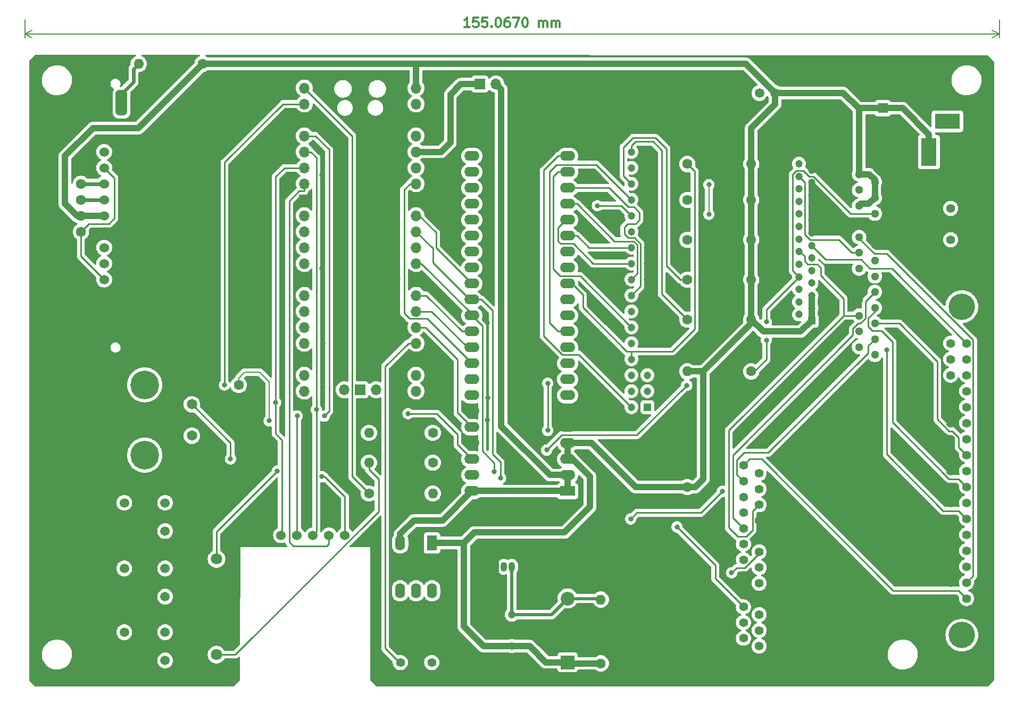
<source format=gbl>
%TF.GenerationSoftware,KiCad,Pcbnew,7.0.6*%
%TF.CreationDate,2023-07-16T08:24:51+09:00*%
%TF.ProjectId,FddPurserPcb,46646450-7572-4736-9572-5063622e6b69,R6*%
%TF.SameCoordinates,Original*%
%TF.FileFunction,Copper,L2,Bot*%
%TF.FilePolarity,Positive*%
%FSLAX46Y46*%
G04 Gerber Fmt 4.6, Leading zero omitted, Abs format (unit mm)*
G04 Created by KiCad (PCBNEW 7.0.6) date 2023-07-16 08:24:51*
%MOMM*%
%LPD*%
G01*
G04 APERTURE LIST*
G04 Aperture macros list*
%AMRoundRect*
0 Rectangle with rounded corners*
0 $1 Rounding radius*
0 $2 $3 $4 $5 $6 $7 $8 $9 X,Y pos of 4 corners*
0 Add a 4 corners polygon primitive as box body*
4,1,4,$2,$3,$4,$5,$6,$7,$8,$9,$2,$3,0*
0 Add four circle primitives for the rounded corners*
1,1,$1+$1,$2,$3*
1,1,$1+$1,$4,$5*
1,1,$1+$1,$6,$7*
1,1,$1+$1,$8,$9*
0 Add four rect primitives between the rounded corners*
20,1,$1+$1,$2,$3,$4,$5,0*
20,1,$1+$1,$4,$5,$6,$7,0*
20,1,$1+$1,$6,$7,$8,$9,0*
20,1,$1+$1,$8,$9,$2,$3,0*%
G04 Aperture macros list end*
%ADD10C,0.300000*%
%TA.AperFunction,NonConductor*%
%ADD11C,0.300000*%
%TD*%
%TA.AperFunction,NonConductor*%
%ADD12C,0.200000*%
%TD*%
%TA.AperFunction,ComponentPad*%
%ADD13C,1.500000*%
%TD*%
%TA.AperFunction,ComponentPad*%
%ADD14R,1.800000X1.800000*%
%TD*%
%TA.AperFunction,ComponentPad*%
%ADD15C,1.800000*%
%TD*%
%TA.AperFunction,ComponentPad*%
%ADD16C,1.524000*%
%TD*%
%TA.AperFunction,ComponentPad*%
%ADD17RoundRect,0.450000X-0.450000X1.550000X-0.450000X-1.550000X0.450000X-1.550000X0.450000X1.550000X0*%
%TD*%
%TA.AperFunction,ComponentPad*%
%ADD18R,2.200000X2.200000*%
%TD*%
%TA.AperFunction,ComponentPad*%
%ADD19O,2.200000X2.200000*%
%TD*%
%TA.AperFunction,ComponentPad*%
%ADD20C,1.600000*%
%TD*%
%TA.AperFunction,ComponentPad*%
%ADD21O,1.600000X1.600000*%
%TD*%
%TA.AperFunction,ComponentPad*%
%ADD22R,2.400000X1.600000*%
%TD*%
%TA.AperFunction,ComponentPad*%
%ADD23O,2.400000X1.600000*%
%TD*%
%TA.AperFunction,ComponentPad*%
%ADD24R,1.050000X1.500000*%
%TD*%
%TA.AperFunction,ComponentPad*%
%ADD25O,1.050000X1.500000*%
%TD*%
%TA.AperFunction,ComponentPad*%
%ADD26C,1.400000*%
%TD*%
%TA.AperFunction,ComponentPad*%
%ADD27C,4.200000*%
%TD*%
%TA.AperFunction,ComponentPad*%
%ADD28R,1.200000X1.200000*%
%TD*%
%TA.AperFunction,ComponentPad*%
%ADD29C,1.200000*%
%TD*%
%TA.AperFunction,ComponentPad*%
%ADD30O,1.700000X1.700000*%
%TD*%
%TA.AperFunction,ComponentPad*%
%ADD31R,1.700000X1.700000*%
%TD*%
%TA.AperFunction,ComponentPad*%
%ADD32C,1.650000*%
%TD*%
%TA.AperFunction,ComponentPad*%
%ADD33C,4.562000*%
%TD*%
%TA.AperFunction,ComponentPad*%
%ADD34R,1.600000X1.600000*%
%TD*%
%TA.AperFunction,ComponentPad*%
%ADD35R,2.460000X4.500000*%
%TD*%
%TA.AperFunction,ComponentPad*%
%ADD36R,2.460000X4.000000*%
%TD*%
%TA.AperFunction,ComponentPad*%
%ADD37R,4.000000X2.460000*%
%TD*%
%TA.AperFunction,ComponentPad*%
%ADD38R,1.600000X2.400000*%
%TD*%
%TA.AperFunction,ComponentPad*%
%ADD39O,1.600000X2.400000*%
%TD*%
%TA.AperFunction,ComponentPad*%
%ADD40C,1.300000*%
%TD*%
%TA.AperFunction,ViaPad*%
%ADD41C,0.800000*%
%TD*%
%TA.AperFunction,Conductor*%
%ADD42C,1.000000*%
%TD*%
%TA.AperFunction,Conductor*%
%ADD43C,0.250000*%
%TD*%
%TA.AperFunction,Conductor*%
%ADD44C,0.200000*%
%TD*%
%TA.AperFunction,Conductor*%
%ADD45C,0.600000*%
%TD*%
%TA.AperFunction,Conductor*%
%ADD46C,0.400000*%
%TD*%
%TA.AperFunction,Conductor*%
%ADD47C,0.500000*%
%TD*%
G04 APERTURE END LIST*
D10*
D11*
X130437787Y-37249937D02*
X129580644Y-37249937D01*
X130009215Y-37249937D02*
X130009215Y-35749937D01*
X130009215Y-35749937D02*
X129866358Y-35964223D01*
X129866358Y-35964223D02*
X129723501Y-36107080D01*
X129723501Y-36107080D02*
X129580644Y-36178509D01*
X131794929Y-35749937D02*
X131080643Y-35749937D01*
X131080643Y-35749937D02*
X131009215Y-36464223D01*
X131009215Y-36464223D02*
X131080643Y-36392794D01*
X131080643Y-36392794D02*
X131223501Y-36321366D01*
X131223501Y-36321366D02*
X131580643Y-36321366D01*
X131580643Y-36321366D02*
X131723501Y-36392794D01*
X131723501Y-36392794D02*
X131794929Y-36464223D01*
X131794929Y-36464223D02*
X131866358Y-36607080D01*
X131866358Y-36607080D02*
X131866358Y-36964223D01*
X131866358Y-36964223D02*
X131794929Y-37107080D01*
X131794929Y-37107080D02*
X131723501Y-37178509D01*
X131723501Y-37178509D02*
X131580643Y-37249937D01*
X131580643Y-37249937D02*
X131223501Y-37249937D01*
X131223501Y-37249937D02*
X131080643Y-37178509D01*
X131080643Y-37178509D02*
X131009215Y-37107080D01*
X133223500Y-35749937D02*
X132509214Y-35749937D01*
X132509214Y-35749937D02*
X132437786Y-36464223D01*
X132437786Y-36464223D02*
X132509214Y-36392794D01*
X132509214Y-36392794D02*
X132652072Y-36321366D01*
X132652072Y-36321366D02*
X133009214Y-36321366D01*
X133009214Y-36321366D02*
X133152072Y-36392794D01*
X133152072Y-36392794D02*
X133223500Y-36464223D01*
X133223500Y-36464223D02*
X133294929Y-36607080D01*
X133294929Y-36607080D02*
X133294929Y-36964223D01*
X133294929Y-36964223D02*
X133223500Y-37107080D01*
X133223500Y-37107080D02*
X133152072Y-37178509D01*
X133152072Y-37178509D02*
X133009214Y-37249937D01*
X133009214Y-37249937D02*
X132652072Y-37249937D01*
X132652072Y-37249937D02*
X132509214Y-37178509D01*
X132509214Y-37178509D02*
X132437786Y-37107080D01*
X133937785Y-37107080D02*
X134009214Y-37178509D01*
X134009214Y-37178509D02*
X133937785Y-37249937D01*
X133937785Y-37249937D02*
X133866357Y-37178509D01*
X133866357Y-37178509D02*
X133937785Y-37107080D01*
X133937785Y-37107080D02*
X133937785Y-37249937D01*
X134937786Y-35749937D02*
X135080643Y-35749937D01*
X135080643Y-35749937D02*
X135223500Y-35821366D01*
X135223500Y-35821366D02*
X135294929Y-35892794D01*
X135294929Y-35892794D02*
X135366357Y-36035651D01*
X135366357Y-36035651D02*
X135437786Y-36321366D01*
X135437786Y-36321366D02*
X135437786Y-36678509D01*
X135437786Y-36678509D02*
X135366357Y-36964223D01*
X135366357Y-36964223D02*
X135294929Y-37107080D01*
X135294929Y-37107080D02*
X135223500Y-37178509D01*
X135223500Y-37178509D02*
X135080643Y-37249937D01*
X135080643Y-37249937D02*
X134937786Y-37249937D01*
X134937786Y-37249937D02*
X134794929Y-37178509D01*
X134794929Y-37178509D02*
X134723500Y-37107080D01*
X134723500Y-37107080D02*
X134652071Y-36964223D01*
X134652071Y-36964223D02*
X134580643Y-36678509D01*
X134580643Y-36678509D02*
X134580643Y-36321366D01*
X134580643Y-36321366D02*
X134652071Y-36035651D01*
X134652071Y-36035651D02*
X134723500Y-35892794D01*
X134723500Y-35892794D02*
X134794929Y-35821366D01*
X134794929Y-35821366D02*
X134937786Y-35749937D01*
X136723500Y-35749937D02*
X136437785Y-35749937D01*
X136437785Y-35749937D02*
X136294928Y-35821366D01*
X136294928Y-35821366D02*
X136223500Y-35892794D01*
X136223500Y-35892794D02*
X136080642Y-36107080D01*
X136080642Y-36107080D02*
X136009214Y-36392794D01*
X136009214Y-36392794D02*
X136009214Y-36964223D01*
X136009214Y-36964223D02*
X136080642Y-37107080D01*
X136080642Y-37107080D02*
X136152071Y-37178509D01*
X136152071Y-37178509D02*
X136294928Y-37249937D01*
X136294928Y-37249937D02*
X136580642Y-37249937D01*
X136580642Y-37249937D02*
X136723500Y-37178509D01*
X136723500Y-37178509D02*
X136794928Y-37107080D01*
X136794928Y-37107080D02*
X136866357Y-36964223D01*
X136866357Y-36964223D02*
X136866357Y-36607080D01*
X136866357Y-36607080D02*
X136794928Y-36464223D01*
X136794928Y-36464223D02*
X136723500Y-36392794D01*
X136723500Y-36392794D02*
X136580642Y-36321366D01*
X136580642Y-36321366D02*
X136294928Y-36321366D01*
X136294928Y-36321366D02*
X136152071Y-36392794D01*
X136152071Y-36392794D02*
X136080642Y-36464223D01*
X136080642Y-36464223D02*
X136009214Y-36607080D01*
X137366356Y-35749937D02*
X138366356Y-35749937D01*
X138366356Y-35749937D02*
X137723499Y-37249937D01*
X139223499Y-35749937D02*
X139366356Y-35749937D01*
X139366356Y-35749937D02*
X139509213Y-35821366D01*
X139509213Y-35821366D02*
X139580642Y-35892794D01*
X139580642Y-35892794D02*
X139652070Y-36035651D01*
X139652070Y-36035651D02*
X139723499Y-36321366D01*
X139723499Y-36321366D02*
X139723499Y-36678509D01*
X139723499Y-36678509D02*
X139652070Y-36964223D01*
X139652070Y-36964223D02*
X139580642Y-37107080D01*
X139580642Y-37107080D02*
X139509213Y-37178509D01*
X139509213Y-37178509D02*
X139366356Y-37249937D01*
X139366356Y-37249937D02*
X139223499Y-37249937D01*
X139223499Y-37249937D02*
X139080642Y-37178509D01*
X139080642Y-37178509D02*
X139009213Y-37107080D01*
X139009213Y-37107080D02*
X138937784Y-36964223D01*
X138937784Y-36964223D02*
X138866356Y-36678509D01*
X138866356Y-36678509D02*
X138866356Y-36321366D01*
X138866356Y-36321366D02*
X138937784Y-36035651D01*
X138937784Y-36035651D02*
X139009213Y-35892794D01*
X139009213Y-35892794D02*
X139080642Y-35821366D01*
X139080642Y-35821366D02*
X139223499Y-35749937D01*
X141509212Y-37249937D02*
X141509212Y-36249937D01*
X141509212Y-36392794D02*
X141580641Y-36321366D01*
X141580641Y-36321366D02*
X141723498Y-36249937D01*
X141723498Y-36249937D02*
X141937784Y-36249937D01*
X141937784Y-36249937D02*
X142080641Y-36321366D01*
X142080641Y-36321366D02*
X142152070Y-36464223D01*
X142152070Y-36464223D02*
X142152070Y-37249937D01*
X142152070Y-36464223D02*
X142223498Y-36321366D01*
X142223498Y-36321366D02*
X142366355Y-36249937D01*
X142366355Y-36249937D02*
X142580641Y-36249937D01*
X142580641Y-36249937D02*
X142723498Y-36321366D01*
X142723498Y-36321366D02*
X142794927Y-36464223D01*
X142794927Y-36464223D02*
X142794927Y-37249937D01*
X143509212Y-37249937D02*
X143509212Y-36249937D01*
X143509212Y-36392794D02*
X143580641Y-36321366D01*
X143580641Y-36321366D02*
X143723498Y-36249937D01*
X143723498Y-36249937D02*
X143937784Y-36249937D01*
X143937784Y-36249937D02*
X144080641Y-36321366D01*
X144080641Y-36321366D02*
X144152070Y-36464223D01*
X144152070Y-36464223D02*
X144152070Y-37249937D01*
X144152070Y-36464223D02*
X144223498Y-36321366D01*
X144223498Y-36321366D02*
X144366355Y-36249937D01*
X144366355Y-36249937D02*
X144580641Y-36249937D01*
X144580641Y-36249937D02*
X144723498Y-36321366D01*
X144723498Y-36321366D02*
X144794927Y-36464223D01*
X144794927Y-36464223D02*
X144794927Y-37249937D01*
D12*
X59690000Y-36060000D02*
X59690000Y-38958029D01*
X214757000Y-36060000D02*
X214757000Y-38958029D01*
X59690000Y-38371609D02*
X214757000Y-38371609D01*
X59690000Y-38371609D02*
X214757000Y-38371609D01*
X59690000Y-38371609D02*
X60816504Y-37785188D01*
X59690000Y-38371609D02*
X60816504Y-38958030D01*
X214757000Y-38371609D02*
X213630496Y-38958030D01*
X214757000Y-38371609D02*
X213630496Y-37785188D01*
D13*
%TO.P,S2,1,COM_1*%
%TO.N,Net-(IC2-GP1)*%
X75490000Y-123440000D03*
%TO.P,S2,2,COM_2*%
%TO.N,unconnected-(S2-COM_2-Pad2)*%
X81990000Y-123440000D03*
%TO.P,S2,3,NO_1*%
%TO.N,GND*%
X75490000Y-127940000D03*
%TO.P,S2,4,NO_2*%
%TO.N,unconnected-(S2-NO_2-Pad4)*%
X81990000Y-127940000D03*
%TD*%
D14*
%TO.P,D3,1,K*%
%TO.N,GND*%
X87630000Y-137160000D03*
D15*
%TO.P,D3,2,A*%
%TO.N,Net-(D3-A)*%
X90170000Y-137160000D03*
%TD*%
D16*
%TO.P,LCD1,1,V0*%
%TO.N,unconnected-(LCD1-V0-Pad1)*%
X72285000Y-57115000D03*
%TO.P,LCD1,2,VOUT*%
%TO.N,Net-(LCD1-VOUT)*%
X72285000Y-59655000D03*
%TO.P,LCD1,3,CAP1N*%
%TO.N,Net-(LCD1-CAP1N)*%
X72285000Y-62195000D03*
%TO.P,LCD1,4,CAP1P*%
%TO.N,Net-(LCD1-CAP1P)*%
X72285000Y-64735000D03*
%TO.P,LCD1,5,VDD*%
%TO.N,+5V*%
X72285000Y-67275000D03*
%TO.P,LCD1,6,VSS*%
%TO.N,GND*%
X72285000Y-69815000D03*
%TO.P,LCD1,7,SDA*%
%TO.N,/LCD_SDA*%
X72285000Y-72355000D03*
%TO.P,LCD1,8,SCL*%
%TO.N,/LCD_SCL*%
X72285000Y-74895000D03*
%TO.P,LCD1,9,~{RES}*%
%TO.N,Net-(LCD1-VOUT)*%
X72285000Y-77435000D03*
D17*
%TO.P,LCD1,A,A*%
%TO.N,Net-(LCD1-PadA)*%
X75045000Y-49305000D03*
%TO.P,LCD1,K,K*%
%TO.N,GND*%
X75035000Y-85285000D03*
%TD*%
D18*
%TO.P,D1,1,K*%
%TO.N,+5V*%
X146050000Y-138390000D03*
D19*
%TO.P,D1,2,A*%
%TO.N,Net-(D1-A)*%
X146050000Y-128230000D03*
%TD*%
D20*
%TO.P,R9,1*%
%TO.N,~{FD_READ_DATA}*%
X165100000Y-77470000D03*
D21*
%TO.P,R9,2*%
%TO.N,+5V*%
X175260000Y-77470000D03*
%TD*%
D22*
%TO.P,J6,1,Pin_1*%
%TO.N,+3V3*%
X146050000Y-111125000D03*
D23*
%TO.P,J6,2,Pin_2*%
X146050000Y-108585000D03*
%TO.P,J6,3,Pin_3*%
%TO.N,+5V*%
X146050000Y-106045000D03*
%TO.P,J6,4,Pin_4*%
X146050000Y-103505000D03*
%TO.P,J6,5,Pin_5*%
%TO.N,GND*%
X146050000Y-100965000D03*
%TO.P,J6,6,Pin_6*%
X146050000Y-98425000D03*
%TO.P,J6,7,Pin_7*%
%TO.N,unconnected-(J6-Pin_7-Pad7)*%
X146050000Y-95885000D03*
%TO.P,J6,8,Pin_8*%
%TO.N,unconnected-(J6-Pin_8-Pad8)*%
X146050000Y-93345000D03*
%TO.P,J6,9,Pin_9*%
%TO.N,~{FD_READY}*%
X146050000Y-90805000D03*
%TO.P,J6,10,Pin_10*%
%TO.N,~{FD_DISK_CHANGE}*%
X146050000Y-88265000D03*
%TO.P,J6,11,Pin_11*%
%TO.N,~{FD_WRITE_PROTECT}*%
X146050000Y-85725000D03*
%TO.P,J6,12,Pin_12*%
%TO.N,~{FD_TRACK00}*%
X146050000Y-83185000D03*
%TO.P,J6,13,Pin_13*%
%TO.N,~{FD_READ_DATA}*%
X146050000Y-80645000D03*
%TO.P,J6,14,Pin_14*%
%TO.N,~{FD_INDEX}*%
X146050000Y-78105000D03*
%TO.P,J6,15,Pin_15*%
%TO.N,~{FD_SIDE1}*%
X146050000Y-75565000D03*
%TO.P,J6,16,Pin_16*%
%TO.N,~{FD_WRITE_GATE}*%
X146050000Y-73025000D03*
%TO.P,J6,17,Pin_17*%
%TO.N,~{FD_WRITE_DATA}*%
X146050000Y-70485000D03*
%TO.P,J6,18,Pin_18*%
%TO.N,~{FD_STEP}*%
X146050000Y-67945000D03*
%TO.P,J6,19,Pin_19*%
%TO.N,~{FD_DIRECTION}*%
X146050000Y-65405000D03*
%TO.P,J6,20,Pin_20*%
%TO.N,~{FD_MOTOR_ON_1}*%
X146050000Y-62865000D03*
%TO.P,J6,21,Pin_21*%
%TO.N,~{FD_DRIVE_SELECT_1}*%
X146050000Y-60325000D03*
%TO.P,J6,22,Pin_22*%
%TO.N,~{FD_MODE_SELECT}*%
X146050000Y-57785000D03*
%TO.P,J6,23,Pin_23*%
%TO.N,GND*%
X146050000Y-55245000D03*
%TO.P,J6,24,Pin_24*%
X146050000Y-52705000D03*
%TO.P,J6,25,Pin_25*%
X130810000Y-52705000D03*
%TO.P,J6,26,Pin_26*%
X130810000Y-55245000D03*
%TO.P,J6,27,Pin_27*%
%TO.N,~{PICO_MODE_SELECT}*%
X130810000Y-57785000D03*
%TO.P,J6,28,Pin_28*%
%TO.N,~{PICO_DRIVE_SELECT_1}*%
X130810000Y-60325000D03*
%TO.P,J6,29,Pin_29*%
%TO.N,~{PICO_MOTOR_ON_1}*%
X130810000Y-62865000D03*
%TO.P,J6,30,Pin_30*%
%TO.N,~{PICO_DIRECTION}*%
X130810000Y-65405000D03*
%TO.P,J6,31,Pin_31*%
%TO.N,~{PICO_STEP}*%
X130810000Y-67945000D03*
%TO.P,J6,32,Pin_32*%
%TO.N,~{PICO_WRITE_DATA}*%
X130810000Y-70485000D03*
%TO.P,J6,33,Pin_33*%
%TO.N,~{PICO_WRITE_GATE}*%
X130810000Y-73025000D03*
%TO.P,J6,34,Pin_34*%
%TO.N,~{PICO_SIDE1}*%
X130810000Y-75565000D03*
%TO.P,J6,35,Pin_35*%
%TO.N,~{PICO_INDEX}*%
X130810000Y-78105000D03*
%TO.P,J6,36,Pin_36*%
%TO.N,~{PICO_READ_DATA}*%
X130810000Y-80645000D03*
%TO.P,J6,37,Pin_37*%
%TO.N,~{PICO_TRACK00}*%
X130810000Y-83185000D03*
%TO.P,J6,38,Pin_38*%
%TO.N,~{PICO_WRITE_PROTECT}*%
X130810000Y-85725000D03*
%TO.P,J6,39,Pin_39*%
%TO.N,~{PICO_DISK_CHANGE}*%
X130810000Y-88265000D03*
%TO.P,J6,40,Pin_40*%
%TO.N,~{PICO_READY}*%
X130810000Y-90805000D03*
%TO.P,J6,41,Pin_41*%
%TO.N,unconnected-(J6-Pin_41-Pad41)*%
X130810000Y-93345000D03*
%TO.P,J6,42,Pin_42*%
%TO.N,unconnected-(J6-Pin_42-Pad42)*%
X130810000Y-95885000D03*
%TO.P,J6,43,Pin_43*%
%TO.N,GND*%
X130810000Y-98425000D03*
%TO.P,J6,44,Pin_44*%
%TO.N,2DIR*%
X130810000Y-100965000D03*
%TO.P,J6,45,Pin_45*%
%TO.N,GND*%
X130810000Y-103505000D03*
%TO.P,J6,46,Pin_46*%
%TO.N,~{2OE}*%
X130810000Y-106045000D03*
%TO.P,J6,47,Pin_47*%
%TO.N,~{1OE}*%
X130810000Y-108585000D03*
%TO.P,J6,48,Pin_48*%
%TO.N,+3V3*%
X130810000Y-111125000D03*
%TD*%
D20*
%TO.P,R3,1*%
%TO.N,Net-(IC2-GP6)*%
X124587000Y-106604000D03*
D21*
%TO.P,R3,2*%
%TO.N,Net-(D3-A)*%
X114427000Y-106604000D03*
%TD*%
D13*
%TO.P,S1,1,COM_1*%
%TO.N,Net-(IC2-GP2)*%
X75490000Y-112990000D03*
%TO.P,S1,2,COM_2*%
%TO.N,unconnected-(S1-COM_2-Pad2)*%
X81990000Y-112990000D03*
%TO.P,S1,3,NO_1*%
%TO.N,GND*%
X75490000Y-117490000D03*
%TO.P,S1,4,NO_2*%
%TO.N,unconnected-(S1-NO_2-Pad4)*%
X81990000Y-117490000D03*
%TD*%
%TO.P,S3,1,COM_1*%
%TO.N,Net-(IC2-GP0)*%
X75490000Y-133600000D03*
%TO.P,S3,2,COM_2*%
%TO.N,unconnected-(S3-COM_2-Pad2)*%
X81990000Y-133600000D03*
%TO.P,S3,3,NO_1*%
%TO.N,GND*%
X75490000Y-138100000D03*
%TO.P,S3,4,NO_2*%
%TO.N,unconnected-(S3-NO_2-Pad4)*%
X81990000Y-138100000D03*
%TD*%
D24*
%TO.P,Q1,1,S*%
%TO.N,GND*%
X134620000Y-123190000D03*
D25*
%TO.P,Q1,2,G*%
%TO.N,Net-(Q1-G)*%
X135890000Y-123190000D03*
%TO.P,Q1,3,D*%
%TO.N,Net-(D1-A)*%
X137160000Y-123190000D03*
%TD*%
D26*
%TO.P,J1,1,1*%
%TO.N,unconnected-(J1-Pad1)*%
X207010000Y-87590000D03*
%TO.P,J1,2,2*%
%TO.N,~{FD_MODE_SELECT}*%
X209550000Y-87590000D03*
%TO.P,J1,3,3*%
%TO.N,unconnected-(J1-Pad3)*%
X207010000Y-90130000D03*
%TO.P,J1,4,4*%
%TO.N,unconnected-(J1-Pad4)*%
X209550000Y-90130000D03*
%TO.P,J1,5,5*%
%TO.N,unconnected-(J1-Pad5)*%
X207010000Y-92670000D03*
%TO.P,J1,6,6*%
%TO.N,unconnected-(J1-Pad6)*%
X209550000Y-92670000D03*
%TO.P,J1,7,7*%
%TO.N,GND*%
X207010000Y-95210000D03*
%TO.P,J1,8,8*%
%TO.N,~{FDC_INDEX}*%
X209550000Y-95210000D03*
%TO.P,J1,9,9*%
%TO.N,GND*%
X207010000Y-97750000D03*
%TO.P,J1,10,10*%
%TO.N,unconnected-(J1-Pad10)*%
X209550000Y-97750000D03*
%TO.P,J1,11,11*%
%TO.N,GND*%
X207010000Y-100290000D03*
%TO.P,J1,12,12*%
%TO.N,~{FD_DRIVE_SELECT_1}*%
X209550000Y-100290000D03*
%TO.P,J1,13,13*%
%TO.N,GND*%
X207010000Y-102830000D03*
%TO.P,J1,14,14*%
%TO.N,unconnected-(J1-Pad14)*%
X209550000Y-102830000D03*
%TO.P,J1,15,15*%
%TO.N,GND*%
X207010000Y-105370000D03*
%TO.P,J1,16,16*%
%TO.N,~{FD_MOTOR_ON_1}*%
X209550000Y-105370000D03*
%TO.P,J1,17,17*%
%TO.N,GND*%
X207010000Y-107910000D03*
%TO.P,J1,18,18*%
%TO.N,~{FD_DIRECTION}*%
X209550000Y-107910000D03*
%TO.P,J1,19,19*%
%TO.N,GND*%
X207010000Y-110450000D03*
%TO.P,J1,20,20*%
%TO.N,~{FD_STEP}*%
X209550000Y-110450000D03*
%TO.P,J1,21,21*%
%TO.N,GND*%
X207010000Y-112990000D03*
%TO.P,J1,22,22*%
%TO.N,~{FD_WRITE_DATA}*%
X209550000Y-112990000D03*
%TO.P,J1,23,23*%
%TO.N,GND*%
X207010000Y-115530000D03*
%TO.P,J1,24,24*%
%TO.N,~{FD_WRITE_GATE}*%
X209550000Y-115530000D03*
%TO.P,J1,25,25*%
%TO.N,GND*%
X207010000Y-118070000D03*
%TO.P,J1,26,26*%
%TO.N,~{FDC_TRACK00}*%
X209550000Y-118070000D03*
%TO.P,J1,27,27*%
%TO.N,GND*%
X207010000Y-120610000D03*
%TO.P,J1,28,28*%
%TO.N,~{FDC_WRITE_PROTECT}*%
X209550000Y-120610000D03*
%TO.P,J1,29,29*%
%TO.N,GND*%
X207010000Y-123150000D03*
%TO.P,J1,30,30*%
%TO.N,~{FDC_READ_DATA}*%
X209550000Y-123150000D03*
%TO.P,J1,31,31*%
%TO.N,GND*%
X207010000Y-125690000D03*
%TO.P,J1,32,32*%
%TO.N,~{FD_SIDE1}*%
X209550000Y-125690000D03*
%TO.P,J1,33,33*%
%TO.N,GND*%
X207010000Y-128230000D03*
%TO.P,J1,34,34*%
%TO.N,~{FDC_DISK_CHANGE}*%
X209550000Y-128230000D03*
D27*
%TO.P,J1,35,35*%
%TO.N,unconnected-(J1-Pad35)*%
X208790000Y-134060000D03*
%TO.P,J1,36,36*%
%TO.N,unconnected-(J1-Pad36)*%
X208790000Y-81760000D03*
%TD*%
D26*
%TO.P,S5,1,NC*%
%TO.N,unconnected-(S5-NC-Pad1)*%
X124420000Y-138430000D03*
%TO.P,S5,2,COM*%
%TO.N,GND*%
X121920000Y-138430000D03*
%TO.P,S5,3,NO*%
%TO.N,Net-(S5-NO)*%
X119420000Y-138430000D03*
%TD*%
D20*
%TO.P,R4,1*%
%TO.N,Net-(IC2-GP7)*%
X124587000Y-101854000D03*
D21*
%TO.P,R4,2*%
%TO.N,Net-(D2-A)*%
X114427000Y-101854000D03*
%TD*%
D28*
%TO.P,J2,1,1*%
%TO.N,unconnected-(J2-Pad1)*%
X158750000Y-97750000D03*
D29*
%TO.P,J2,2,2*%
%TO.N,~{FD_MODE_SELECT}*%
X156210000Y-97750000D03*
%TO.P,J2,3,3*%
%TO.N,unconnected-(J2-Pad3)*%
X158750000Y-95210000D03*
%TO.P,J2,4,4*%
%TO.N,unconnected-(J2-Pad4)*%
X156210000Y-95210000D03*
%TO.P,J2,5,5*%
%TO.N,unconnected-(J2-Pad5)*%
X158750000Y-92670000D03*
%TO.P,J2,6,6*%
%TO.N,unconnected-(J2-Pad6)*%
X156210000Y-92670000D03*
%TO.P,J2,7,7*%
%TO.N,GND*%
X158750000Y-90130000D03*
%TO.P,J2,8,8*%
%TO.N,~{FD_INDEX}*%
X156210000Y-90130000D03*
%TO.P,J2,9,9*%
%TO.N,GND*%
X158750000Y-87590000D03*
%TO.P,J2,10,10*%
%TO.N,unconnected-(J2-Pad10)*%
X156210000Y-87590000D03*
%TO.P,J2,11,11*%
%TO.N,GND*%
X158750000Y-85050000D03*
%TO.P,J2,12,12*%
%TO.N,~{FD_DRIVE_SELECT_1}*%
X156210000Y-85050000D03*
%TO.P,J2,13,13*%
%TO.N,GND*%
X158750000Y-82510000D03*
%TO.P,J2,14,14*%
%TO.N,unconnected-(J2-Pad14)*%
X156210000Y-82510000D03*
%TO.P,J2,15,15*%
%TO.N,GND*%
X158750000Y-79970000D03*
%TO.P,J2,16,16*%
%TO.N,~{FD_MOTOR_ON_1}*%
X156210000Y-79970000D03*
%TO.P,J2,17,17*%
%TO.N,GND*%
X158750000Y-77430000D03*
%TO.P,J2,18,18*%
%TO.N,~{FD_DIRECTION}*%
X156210000Y-77430000D03*
%TO.P,J2,19,19*%
%TO.N,GND*%
X158750000Y-74890000D03*
%TO.P,J2,20,20*%
%TO.N,~{FD_STEP}*%
X156210000Y-74890000D03*
%TO.P,J2,21,21*%
%TO.N,GND*%
X158750000Y-72350000D03*
%TO.P,J2,22,22*%
%TO.N,~{FD_WRITE_DATA}*%
X156210000Y-72350000D03*
%TO.P,J2,23,23*%
%TO.N,GND*%
X158750000Y-69810000D03*
%TO.P,J2,24,24*%
%TO.N,~{FD_WRITE_GATE}*%
X156210000Y-69810000D03*
%TO.P,J2,25,25*%
%TO.N,GND*%
X158750000Y-67270000D03*
%TO.P,J2,26,26*%
%TO.N,~{FD_TRACK00}*%
X156210000Y-67270000D03*
%TO.P,J2,27,27*%
%TO.N,GND*%
X158750000Y-64730000D03*
%TO.P,J2,28,28*%
%TO.N,~{FD_WRITE_PROTECT}*%
X156210000Y-64730000D03*
%TO.P,J2,29,29*%
%TO.N,GND*%
X158750000Y-62190000D03*
%TO.P,J2,30,30*%
%TO.N,~{FD_READ_DATA}*%
X156210000Y-62190000D03*
%TO.P,J2,31,31*%
%TO.N,GND*%
X158750000Y-59650000D03*
%TO.P,J2,32,32*%
%TO.N,~{FD_SIDE1}*%
X156210000Y-59650000D03*
%TO.P,J2,33,33*%
%TO.N,GND*%
X158750000Y-57110000D03*
%TO.P,J2,34,34*%
%TO.N,~{FD_DISK_CHANGE}*%
X156210000Y-57110000D03*
%TD*%
D28*
%TO.P,J4,1,1*%
%TO.N,+5V*%
X184880000Y-84010000D03*
D29*
%TO.P,J4,2,2*%
%TO.N,~{FD_INDEX}*%
X182880000Y-83010000D03*
%TO.P,J4,3,3*%
%TO.N,+5V*%
X184880000Y-82010000D03*
%TO.P,J4,4,4*%
%TO.N,~{FD_DRIVE_SELECT_1}*%
X182880000Y-81010000D03*
%TO.P,J4,5,5*%
%TO.N,+5V*%
X184880000Y-80010000D03*
%TO.P,J4,6,6*%
%TO.N,~{FD_DISK_CHANGE}*%
X182880000Y-79010000D03*
%TO.P,J4,7,7*%
%TO.N,unconnected-(J4-Pad7)*%
X184880000Y-78010000D03*
%TO.P,J4,8,8*%
%TO.N,~{FD_READY}*%
X182880000Y-77010000D03*
%TO.P,J4,9,9*%
%TO.N,/HIGH DENSITY*%
X184880000Y-76010000D03*
%TO.P,J4,10,10*%
%TO.N,~{FD_MOTOR_ON_1}*%
X182880000Y-75010000D03*
%TO.P,J4,11,11*%
%TO.N,unconnected-(J4-Pad11)*%
X184880000Y-74010000D03*
%TO.P,J4,12,12*%
%TO.N,~{FD_DIRECTION}*%
X182880000Y-73010000D03*
%TO.P,J4,13,13*%
%TO.N,~{FD_MODE_SELECT}*%
X184880000Y-72010000D03*
%TO.P,J4,14,14*%
%TO.N,~{FD_STEP}*%
X182880000Y-71010000D03*
%TO.P,J4,15,15*%
%TO.N,GND*%
X184880000Y-70010000D03*
%TO.P,J4,16,16*%
%TO.N,~{FD_WRITE_DATA}*%
X182880000Y-69010000D03*
%TO.P,J4,17,17*%
%TO.N,GND*%
X184880000Y-68010000D03*
%TO.P,J4,18,18*%
%TO.N,~{FD_WRITE_GATE}*%
X182880000Y-67010000D03*
%TO.P,J4,19,19*%
%TO.N,GND*%
X184880000Y-66010000D03*
%TO.P,J4,20,20*%
%TO.N,~{FD_TRACK00}*%
X182880000Y-65010000D03*
%TO.P,J4,21,21*%
%TO.N,GND*%
X184880000Y-64010000D03*
%TO.P,J4,22,22*%
%TO.N,~{FD_WRITE_PROTECT}*%
X182880000Y-63010000D03*
%TO.P,J4,23,23*%
%TO.N,GND*%
X184880000Y-62010000D03*
%TO.P,J4,24,24*%
%TO.N,~{FD_READ_DATA}*%
X182880000Y-61010000D03*
%TO.P,J4,25,25*%
%TO.N,GND*%
X184880000Y-60010000D03*
%TO.P,J4,26,26*%
%TO.N,~{FD_SIDE1}*%
X182880000Y-59010000D03*
%TD*%
D16*
%TO.P,U3,1,3V3*%
%TO.N,+3V3*%
X110600000Y-118160000D03*
%TO.P,U3,2,CS*%
%TO.N,SPI_CS_SD*%
X108060000Y-118160000D03*
%TO.P,U3,3,MOSI*%
%TO.N,SPI_MOSI*%
X105520000Y-118160000D03*
%TO.P,U3,4,CLK*%
%TO.N,SPI_CLK*%
X102980000Y-118160000D03*
%TO.P,U3,5,MISO*%
%TO.N,SPI_MISO*%
X100440000Y-118160000D03*
%TO.P,U3,6,GND*%
%TO.N,GND*%
X97900000Y-118160000D03*
%TD*%
D20*
%TO.P,C3,1*%
%TO.N,Net-(LCD1-VOUT)*%
X68580000Y-69850000D03*
%TO.P,C3,2*%
%TO.N,+5V*%
X68580000Y-67310000D03*
%TD*%
D30*
%TO.P,U1,1,GPIO0*%
%TO.N,Net-(U1-GPIO0)*%
X104140000Y-46950000D03*
%TO.P,U1,2,GPIO1*%
%TO.N,SPI_CS_IO*%
X104140000Y-49490000D03*
D31*
%TO.P,U1,3,GND*%
%TO.N,GND*%
X104140000Y-52030000D03*
D30*
%TO.P,U1,4,GPIO2*%
%TO.N,SPI_CLK*%
X104140000Y-54570000D03*
%TO.P,U1,5,GPIO3*%
%TO.N,SPI_MOSI*%
X104140000Y-57110000D03*
%TO.P,U1,6,GPIO4*%
%TO.N,SPI_MISO*%
X104140000Y-59650000D03*
%TO.P,U1,7,GPIO5*%
%TO.N,SPI_CS_SD*%
X104140000Y-62190000D03*
D31*
%TO.P,U1,8,GND*%
%TO.N,GND*%
X104140000Y-64730000D03*
D30*
%TO.P,U1,9,GPIO6*%
%TO.N,~{PICO_MODE_SELECT}*%
X104140000Y-67270000D03*
%TO.P,U1,10,GPIO7*%
%TO.N,~{PICO_DRIVE_SELECT_1}*%
X104140000Y-69810000D03*
%TO.P,U1,11,GPIO8*%
%TO.N,~{PICO_MOTOR_ON_1}*%
X104140000Y-72350000D03*
%TO.P,U1,12,GPIO9*%
%TO.N,~{PICO_DIRECTION}*%
X104140000Y-74890000D03*
D31*
%TO.P,U1,13,GND*%
%TO.N,GND*%
X104140000Y-77430000D03*
D30*
%TO.P,U1,14,GPIO10*%
%TO.N,~{PICO_STEP}*%
X104140000Y-79970000D03*
%TO.P,U1,15,GPIO11*%
%TO.N,~{PICO_WRITE_DATA}*%
X104140000Y-82510000D03*
%TO.P,U1,16,GPIO12*%
%TO.N,~{PICO_WRITE_GATE}*%
X104140000Y-85050000D03*
%TO.P,U1,17,GPIO13*%
%TO.N,~{PICO_SIDE1}*%
X104140000Y-87590000D03*
D31*
%TO.P,U1,18,GND*%
%TO.N,GND*%
X104140000Y-90130000D03*
D30*
%TO.P,U1,19,GPIO14*%
%TO.N,~{1OE}*%
X104140000Y-92670000D03*
%TO.P,U1,20,GPIO15*%
%TO.N,~{2OE}*%
X104140000Y-95210000D03*
%TO.P,U1,21,GPIO16*%
%TO.N,/LCD_SDA*%
X121920000Y-95210000D03*
%TO.P,U1,22,GPIO17*%
%TO.N,/LCD_SCL*%
X121920000Y-92670000D03*
D31*
%TO.P,U1,23,GND*%
%TO.N,GND*%
X121920000Y-90130000D03*
D30*
%TO.P,U1,24,GPIO18*%
%TO.N,Net-(S5-NO)*%
X121920000Y-87590000D03*
%TO.P,U1,25,GPIO19*%
%TO.N,2DIR*%
X121920000Y-85050000D03*
%TO.P,U1,26,GPIO20*%
%TO.N,~{PICO_DISK_CHANGE}*%
X121920000Y-82510000D03*
%TO.P,U1,27,GPIO21*%
%TO.N,~{PICO_WRITE_PROTECT}*%
X121920000Y-79970000D03*
D31*
%TO.P,U1,28,GND*%
%TO.N,GND*%
X121920000Y-77430000D03*
D30*
%TO.P,U1,29,GPIO22*%
%TO.N,~{PICO_TRACK00}*%
X121920000Y-74890000D03*
%TO.P,U1,30,RUN*%
%TO.N,unconnected-(U1-RUN-Pad30)*%
X121920000Y-72350000D03*
%TO.P,U1,31,GPIO26_ADC0*%
%TO.N,~{PICO_READ_DATA}*%
X121920000Y-69810000D03*
%TO.P,U1,32,GPIO27_ADC1*%
%TO.N,~{PICO_INDEX}*%
X121920000Y-67270000D03*
D31*
%TO.P,U1,33,AGND*%
%TO.N,GND*%
X121920000Y-64730000D03*
D30*
%TO.P,U1,34,GPIO28_ADC2*%
%TO.N,~{PICO_READY}*%
X121920000Y-62190000D03*
%TO.P,U1,35,ADC_VREF*%
%TO.N,unconnected-(U1-ADC_VREF-Pad35)*%
X121920000Y-59650000D03*
%TO.P,U1,36,3V3*%
%TO.N,Net-(JP1-A)*%
X121920000Y-57110000D03*
%TO.P,U1,37,3V3_EN*%
%TO.N,unconnected-(U1-3V3_EN-Pad37)*%
X121920000Y-54570000D03*
D31*
%TO.P,U1,38,GND*%
%TO.N,GND*%
X121920000Y-52030000D03*
D30*
%TO.P,U1,39,VSYS*%
%TO.N,unconnected-(U1-VSYS-Pad39)*%
X121920000Y-49490000D03*
%TO.P,U1,40,VBUS*%
%TO.N,+5V*%
X121920000Y-46950000D03*
%TO.P,U1,41,SWCLK*%
%TO.N,unconnected-(U1-SWCLK-Pad41)*%
X110490000Y-94980000D03*
D31*
%TO.P,U1,42,GND*%
%TO.N,unconnected-(U1-GND-Pad42)*%
X113030000Y-94980000D03*
D30*
%TO.P,U1,43,SWDIO*%
%TO.N,unconnected-(U1-SWDIO-Pad43)*%
X115570000Y-94980000D03*
%TD*%
D20*
%TO.P,R5,1*%
%TO.N,+5V*%
X87950000Y-43100000D03*
D21*
%TO.P,R5,2*%
%TO.N,Net-(LCD1-PadA)*%
X77790000Y-43100000D03*
%TD*%
D32*
%TO.P,U2,1,A*%
%TO.N,Net-(IC2-GP4)*%
X86240000Y-102310000D03*
%TO.P,U2,2,B*%
%TO.N,Net-(IC2-GP3)*%
X86240000Y-97310000D03*
%TO.P,U2,3,C*%
%TO.N,GND*%
X86240000Y-99810000D03*
D33*
%TO.P,U2,MH1,MH1*%
%TO.N,unconnected-(U2-PadMH1)*%
X78740000Y-105410000D03*
%TO.P,U2,MH2,MH2*%
%TO.N,unconnected-(U2-PadMH2)*%
X78740000Y-94210000D03*
%TD*%
D26*
%TO.P,J5,1,1*%
%TO.N,unconnected-(J5-Pad1)*%
X176530000Y-135810000D03*
%TO.P,J5,2,2*%
%TO.N,unconnected-(J5-Pad2)*%
X174030000Y-134560000D03*
%TO.P,J5,3,3*%
%TO.N,unconnected-(J5-Pad3)*%
X176530000Y-133310000D03*
%TO.P,J5,4,4*%
%TO.N,unconnected-(J5-Pad4)*%
X174030000Y-132060000D03*
%TO.P,J5,5,5*%
%TO.N,unconnected-(J5-Pad5)*%
X176530000Y-130810000D03*
%TO.P,J5,6,6*%
%TO.N,~{FDC_READY}*%
X174030000Y-129560000D03*
%TO.P,J5,7,7*%
%TO.N,GND*%
X176530000Y-128310000D03*
%TO.P,J5,8,8*%
X174030000Y-127060000D03*
%TO.P,J5,9,9*%
%TO.N,~{FD_SIDE1}*%
X176530000Y-125810000D03*
%TO.P,J5,10,10*%
%TO.N,GND*%
X174030000Y-124560000D03*
%TO.P,J5,11,11*%
%TO.N,~{FDC_READ_DATA}*%
X176530000Y-123310000D03*
%TO.P,J5,12,12*%
%TO.N,~{FDC_WRITE_PROTECT}*%
X174030000Y-122060000D03*
%TO.P,J5,13,13*%
%TO.N,~{FDC_TRACK00}*%
X176530000Y-120810000D03*
%TO.P,J5,14,14*%
%TO.N,~{FD_WRITE_GATE}*%
X174030000Y-119560000D03*
%TO.P,J5,15,15*%
%TO.N,GND*%
X176530000Y-118310000D03*
%TO.P,J5,16,16*%
%TO.N,~{FD_WRITE_DATA}*%
X174030000Y-117060000D03*
%TO.P,J5,17,17*%
%TO.N,GND*%
X176530000Y-115810000D03*
%TO.P,J5,18,18*%
%TO.N,~{FD_STEP}*%
X174030000Y-114560000D03*
%TO.P,J5,19,19*%
%TO.N,~{FD_DIRECTION}*%
X176530000Y-113310000D03*
%TO.P,J5,20,20*%
%TO.N,~{FD_MOTOR_ON_1}*%
X174030000Y-112060000D03*
%TO.P,J5,21,21*%
%TO.N,unconnected-(J5-Pad21)*%
X176530000Y-110810000D03*
%TO.P,J5,22,22*%
%TO.N,~{FD_DRIVE_SELECT_1}*%
X174030000Y-109560000D03*
%TO.P,J5,23,23*%
%TO.N,~{FDC_INDEX}*%
X176530000Y-108310000D03*
%TO.P,J5,24,24*%
%TO.N,~{FDC_DISK_CHANGE}*%
X174030000Y-107060000D03*
%TD*%
D34*
%TO.P,C5,1*%
%TO.N,+5V*%
X196215000Y-50165000D03*
D20*
%TO.P,C5,2*%
%TO.N,GND*%
X196215000Y-46665000D03*
%TD*%
D29*
%TO.P,LS1,1,+*%
%TO.N,+5V*%
X137160000Y-135810000D03*
%TO.P,LS1,2,-*%
%TO.N,Net-(D1-A)*%
X137160000Y-130810000D03*
%TD*%
D20*
%TO.P,C4,1*%
%TO.N,GND*%
X165100000Y-107950000D03*
%TO.P,C4,2*%
%TO.N,+5V*%
X165100000Y-110490000D03*
%TD*%
%TO.P,R7,1*%
%TO.N,~{FD_TRACK00}*%
X165100000Y-64770000D03*
D21*
%TO.P,R7,2*%
%TO.N,+5V*%
X175260000Y-64770000D03*
%TD*%
D35*
%TO.P,J7,1,1*%
%TO.N,+5V*%
X203550000Y-57150000D03*
D36*
%TO.P,J7,2,2*%
%TO.N,GND*%
X209550000Y-57150000D03*
D37*
%TO.P,J7,3,3*%
%TO.N,unconnected-(J7-Pad3)*%
X206500000Y-52250000D03*
%TD*%
D20*
%TO.P,R8,1*%
%TO.N,~{FD_WRITE_PROTECT}*%
X165100000Y-71120000D03*
D21*
%TO.P,R8,2*%
%TO.N,+5V*%
X175260000Y-71120000D03*
%TD*%
D31*
%TO.P,JP1,1,A*%
%TO.N,Net-(JP1-A)*%
X132100000Y-46330000D03*
D30*
%TO.P,JP1,2,B*%
%TO.N,+3V3*%
X134640000Y-46330000D03*
%TD*%
D20*
%TO.P,R11,1*%
%TO.N,~{FD_READY}*%
X175260000Y-92075000D03*
D21*
%TO.P,R11,2*%
%TO.N,+5V*%
X165100000Y-92075000D03*
%TD*%
D20*
%TO.P,R1,1*%
%TO.N,+5V*%
X151330000Y-138570000D03*
D21*
%TO.P,R1,2*%
%TO.N,Net-(D1-A)*%
X151330000Y-128410000D03*
%TD*%
D26*
%TO.P,S4,1,NC*%
%TO.N,unconnected-(S4-NC-Pad1)*%
X207010000Y-71120000D03*
%TO.P,S4,2,COM*%
%TO.N,GND*%
X207010000Y-68620000D03*
%TO.P,S4,3,NO*%
%TO.N,Net-(IC2-GP5)*%
X207010000Y-66120000D03*
%TD*%
D20*
%TO.P,R6,1*%
%TO.N,~{FD_INDEX}*%
X165100000Y-59055000D03*
D21*
%TO.P,R6,2*%
%TO.N,+5V*%
X175260000Y-59055000D03*
%TD*%
D20*
%TO.P,R10,1*%
%TO.N,~{FD_DISK_CHANGE}*%
X165100000Y-83820000D03*
D21*
%TO.P,R10,2*%
%TO.N,+5V*%
X175260000Y-83820000D03*
%TD*%
D13*
%TO.P,J8,1,1*%
%TO.N,+5V*%
X179070000Y-47752000D03*
%TO.P,J8,2,2*%
%TO.N,unconnected-(J8-Pad2)*%
X176570000Y-47752000D03*
%TO.P,J8,3,3*%
%TO.N,GND*%
X174070000Y-47752000D03*
%TD*%
D20*
%TO.P,C2,1*%
%TO.N,Net-(LCD1-CAP1P)*%
X68580000Y-64750000D03*
%TO.P,C2,2*%
%TO.N,Net-(LCD1-CAP1N)*%
X68580000Y-62210000D03*
%TD*%
%TO.P,C1,1*%
%TO.N,GND*%
X96246000Y-94234000D03*
%TO.P,C1,2*%
%TO.N,+3V3*%
X93706000Y-94234000D03*
%TD*%
D38*
%TO.P,U4,1,IN*%
%TO.N,+5V*%
X124470000Y-119390000D03*
D39*
%TO.P,U4,2,GND*%
%TO.N,GND*%
X121930000Y-119390000D03*
%TO.P,U4,3,OUT*%
%TO.N,+3V3*%
X119390000Y-119390000D03*
%TO.P,U4,4,Trim*%
%TO.N,unconnected-(U4-Trim-Pad4)*%
X119390000Y-127010000D03*
%TO.P,U4,5,GND2*%
%TO.N,unconnected-(U4-GND2-Pad5)*%
X121930000Y-127010000D03*
%TO.P,U4,6,ON*%
%TO.N,unconnected-(U4-ON-Pad6)*%
X124470000Y-127010000D03*
%TD*%
D14*
%TO.P,D2,1,K*%
%TO.N,GND*%
X87630000Y-121920000D03*
D15*
%TO.P,D2,2,A*%
%TO.N,Net-(D2-A)*%
X90170000Y-121920000D03*
%TD*%
D20*
%TO.P,R2,1*%
%TO.N,Net-(U1-GPIO0)*%
X114427000Y-111506000D03*
D21*
%TO.P,R2,2*%
%TO.N,Net-(Q1-G)*%
X124587000Y-111506000D03*
%TD*%
D40*
%TO.P,J3,1,1*%
%TO.N,+5V*%
X192445000Y-60690000D03*
%TO.P,J3,2,2*%
X194945000Y-61940000D03*
%TO.P,J3,3,3*%
%TO.N,unconnected-(J3-Pad3)*%
X192445000Y-63190000D03*
%TO.P,J3,4,4*%
%TO.N,+5V*%
X194945000Y-64440000D03*
%TO.P,J3,5,5*%
X192445000Y-65690000D03*
%TO.P,J3,6,6*%
%TO.N,~{FD_READY}*%
X194945000Y-66940000D03*
%TO.P,J3,7,7*%
%TO.N,GND*%
X192445000Y-68190000D03*
%TO.P,J3,8,8*%
X194945000Y-69440000D03*
%TO.P,J3,9,9*%
%TO.N,~{FD_SIDE1}*%
X192445000Y-70690000D03*
%TO.P,J3,10,10*%
%TO.N,GND*%
X194945000Y-71940000D03*
%TO.P,J3,11,11*%
%TO.N,~{FD_READ_DATA}*%
X192445000Y-73190000D03*
%TO.P,J3,12,12*%
%TO.N,~{FD_WRITE_PROTECT}*%
X194945000Y-74440000D03*
%TO.P,J3,13,13*%
%TO.N,~{FD_TRACK00}*%
X192445000Y-75690000D03*
%TO.P,J3,14,14*%
%TO.N,~{FD_WRITE_GATE}*%
X194945000Y-76940000D03*
%TO.P,J3,15,15*%
%TO.N,GND*%
X192445000Y-78190000D03*
%TO.P,J3,16,16*%
%TO.N,~{FD_WRITE_DATA}*%
X194945000Y-79440000D03*
%TO.P,J3,17,17*%
%TO.N,GND*%
X192445000Y-80690000D03*
%TO.P,J3,18,18*%
%TO.N,~{FD_STEP}*%
X194945000Y-81940000D03*
%TO.P,J3,19,19*%
%TO.N,~{FD_DIRECTION}*%
X192445000Y-83190000D03*
%TO.P,J3,20,20*%
%TO.N,~{FD_MOTOR_ON_1}*%
X194945000Y-84440000D03*
%TO.P,J3,21,21*%
%TO.N,unconnected-(J3-Pad21)*%
X192445000Y-85690000D03*
%TO.P,J3,22,22*%
%TO.N,~{FD_DRIVE_SELECT_1}*%
X194945000Y-86940000D03*
%TO.P,J3,23,23*%
%TO.N,~{FD_INDEX}*%
X192445000Y-88190000D03*
%TO.P,J3,24,24*%
%TO.N,~{FD_DISK_CHANGE}*%
X194945000Y-89440000D03*
%TD*%
D41*
%TO.N,+3V3*%
X106934000Y-108827400D03*
X98552000Y-99949000D03*
%TO.N,GND*%
X127889000Y-63373000D03*
X109601000Y-90297000D03*
X61087000Y-80772000D03*
X133223000Y-78613000D03*
X87503000Y-109601000D03*
X107061000Y-87630000D03*
X196469000Y-113665000D03*
X181483000Y-98806000D03*
X137668000Y-53213000D03*
X119253000Y-114427000D03*
X174498000Y-101092000D03*
X109601000Y-107442000D03*
X188595000Y-104902000D03*
X154051000Y-104902000D03*
X100584000Y-100965000D03*
X185039000Y-95377000D03*
X154051000Y-92964000D03*
X157607000Y-121920000D03*
X164465000Y-120777000D03*
X124206000Y-114046000D03*
X205105000Y-120777000D03*
X128270000Y-73279000D03*
X133477000Y-59055000D03*
X140462000Y-99187000D03*
X118999000Y-77343000D03*
X150114000Y-76454000D03*
X177673000Y-77597000D03*
X96520000Y-103505000D03*
X137668000Y-64770000D03*
X201041000Y-98933000D03*
X149479000Y-118110000D03*
X133223000Y-99822000D03*
X212471000Y-122682000D03*
X113030000Y-114427000D03*
X115824000Y-90170000D03*
X212344000Y-101219000D03*
X168148000Y-86487000D03*
X71120000Y-43180000D03*
X106934000Y-60833000D03*
X172974000Y-95377000D03*
X137668000Y-96393000D03*
X128651000Y-116840000D03*
X179959000Y-118364000D03*
X115824000Y-69850000D03*
X163957000Y-67183000D03*
X200279000Y-123063000D03*
X192913000Y-98679000D03*
X178181000Y-102235000D03*
X196469000Y-115824000D03*
X109601000Y-104394000D03*
X180340000Y-95377000D03*
X192913000Y-104902000D03*
X171831000Y-71120000D03*
X171831000Y-77724000D03*
X177038000Y-98552000D03*
X179959000Y-113665000D03*
X198247000Y-64516000D03*
X212217000Y-78232000D03*
X124460000Y-123063000D03*
X200914000Y-106426000D03*
X157607000Y-117729000D03*
X152400000Y-67437000D03*
X201295000Y-83185000D03*
X115824000Y-84963000D03*
X149225000Y-61214000D03*
X96012000Y-115443000D03*
X171831000Y-74803000D03*
X212344000Y-87122000D03*
X118364000Y-95504000D03*
X107696000Y-111379000D03*
X61087000Y-97790000D03*
X181864000Y-109093000D03*
X112141000Y-111379000D03*
X181356000Y-136017000D03*
X109601000Y-58420000D03*
X169164000Y-117983000D03*
X150368000Y-45593000D03*
X212344000Y-94488000D03*
X149860000Y-80645000D03*
X141986000Y-45466000D03*
X149860000Y-88519000D03*
X95123000Y-105918000D03*
X149479000Y-121793000D03*
X163957000Y-74676000D03*
X164719000Y-81026000D03*
X163195000Y-45466000D03*
X138684000Y-108331000D03*
X188468000Y-125603000D03*
X169291000Y-45466000D03*
X160782000Y-93726000D03*
X61849000Y-115570000D03*
X121539000Y-106680000D03*
X126746000Y-108458000D03*
X133223000Y-84328000D03*
X143002000Y-121793000D03*
X99187000Y-114935000D03*
X149352000Y-69723000D03*
X104521000Y-111379000D03*
X107061000Y-94615000D03*
X169799000Y-102489000D03*
X93853000Y-60833000D03*
X119253000Y-123063000D03*
X87503000Y-105156000D03*
X137668000Y-90805000D03*
X203200000Y-76581000D03*
X181356000Y-129286000D03*
X135636000Y-104521000D03*
X121920000Y-123063000D03*
X127508000Y-82550000D03*
X125984000Y-81026000D03*
X200279000Y-125476000D03*
X151511000Y-71247000D03*
X196469000Y-118237000D03*
X114427000Y-104267000D03*
X108077000Y-115824000D03*
X109601000Y-100330000D03*
X131953000Y-114173000D03*
X137668000Y-100457000D03*
X179959000Y-111760000D03*
X196469000Y-111760000D03*
X176911000Y-74676000D03*
X177546000Y-68707000D03*
X198247000Y-70739000D03*
X172085000Y-91948000D03*
X187071000Y-80264000D03*
X109474000Y-86741000D03*
X137668000Y-77216000D03*
X154178000Y-73660000D03*
X179451000Y-82550000D03*
X149860000Y-94615000D03*
X188468000Y-123190000D03*
X179959000Y-115697000D03*
X127889000Y-68326000D03*
X93726000Y-111379000D03*
X95123000Y-90297000D03*
X184785000Y-90678000D03*
X115824000Y-80518000D03*
X201041000Y-92964000D03*
X115824000Y-67183000D03*
X133350000Y-96266000D03*
X133604000Y-69850000D03*
X109474000Y-73152000D03*
X212344000Y-115951000D03*
X104521000Y-106426000D03*
X171831000Y-58928000D03*
X189484000Y-90678000D03*
X104521000Y-100838000D03*
X164084000Y-102489000D03*
X194818000Y-96012000D03*
X115824000Y-62103000D03*
X212344000Y-129286000D03*
X106934000Y-75692000D03*
X106680000Y-56769000D03*
X172339000Y-83820000D03*
X212344000Y-108331000D03*
X98933000Y-111379000D03*
X121285000Y-111252000D03*
X93853000Y-74549000D03*
X191135000Y-95377000D03*
X205105000Y-118110000D03*
X163957000Y-62357000D03*
X200279000Y-129159000D03*
X115824000Y-72009000D03*
X119634000Y-93472000D03*
X107696000Y-104394000D03*
X115824000Y-64643000D03*
X115824000Y-74676000D03*
X62738000Y-52324000D03*
X90297000Y-97536000D03*
X115824000Y-58547000D03*
X138684000Y-114935000D03*
X171831000Y-65151000D03*
X198628000Y-103886000D03*
%TO.N,Net-(D2-A)*%
X99842500Y-107931100D03*
%TO.N,~{FDC_INDEX}*%
X156083000Y-115570000D03*
X170691000Y-111173000D03*
%TO.N,~{PICO_READ_DATA}*%
X135382000Y-109093000D03*
%TO.N,~{PICO_TRACK00}*%
X134366000Y-108077000D03*
%TO.N,~{FDC_TRACK00}*%
X172152000Y-124142000D03*
%TO.N,~{PICO_WRITE_PROTECT}*%
X142875000Y-101473000D03*
X142875000Y-93980000D03*
%TO.N,~{FDC_READY}*%
X163449000Y-116840000D03*
%TO.N,SPI_CLK*%
X107315000Y-99187000D03*
X102997000Y-99187000D03*
%TO.N,SPI_MOSI*%
X106045000Y-98171000D03*
%TO.N,SPI_MISO*%
X99568000Y-97028000D03*
%TO.N,SPI_CS_IO*%
X91440000Y-94234000D03*
%TO.N,Net-(IC2-GP3)*%
X92385000Y-106002100D03*
%TO.N,Net-(IC2-GP5)*%
X165007000Y-94285600D03*
X142718000Y-104594000D03*
%TO.N,~{FD_WRITE_GATE}*%
X196850000Y-88646000D03*
%TO.N,~{FD_TRACK00}*%
X150791000Y-65682000D03*
%TO.N,~{FD_WRITE_PROTECT}*%
X168529000Y-62357000D03*
X168529000Y-67056000D03*
%TO.N,~{FD_READY}*%
X177673000Y-84201000D03*
X177673000Y-87122000D03*
%TO.N,~{2OE}*%
X120650000Y-98806000D03*
%TD*%
D42*
%TO.N,+3V3*%
X126111000Y-115824000D02*
X130810000Y-111125000D01*
D43*
X106934000Y-108827400D02*
X107388900Y-108827400D01*
D42*
X134640000Y-46330000D02*
X135490000Y-47180000D01*
D44*
X94615000Y-92202000D02*
X93706000Y-93111000D01*
D42*
X146050000Y-108585000D02*
X146050000Y-111125000D01*
X119390000Y-119390000D02*
X119390000Y-117973000D01*
X135490000Y-47180000D02*
X135490000Y-100819000D01*
X143256000Y-108585000D02*
X146050000Y-108585000D01*
D44*
X97028000Y-92202000D02*
X94615000Y-92202000D01*
D42*
X121539000Y-115824000D02*
X125730000Y-115824000D01*
X146050000Y-111125000D02*
X130810000Y-111125000D01*
D43*
X110600000Y-112038500D02*
X110600000Y-118160000D01*
X107388900Y-108827400D02*
X110600000Y-112038500D01*
D44*
X93706000Y-93111000D02*
X93706000Y-94234000D01*
D42*
X125730000Y-115824000D02*
X126111000Y-115824000D01*
D44*
X98552000Y-99949000D02*
X98552000Y-93726000D01*
X98552000Y-93726000D02*
X97028000Y-92202000D01*
D42*
X135490000Y-100819000D02*
X143256000Y-108585000D01*
X119390000Y-117973000D02*
X121539000Y-115824000D01*
D44*
%TO.N,GND*%
X192445000Y-78190000D02*
X197824000Y-78190000D01*
D45*
%TO.N,Net-(LCD1-CAP1N)*%
X68580000Y-62210000D02*
X72270000Y-62210000D01*
D46*
X72270000Y-62210000D02*
X72285000Y-62195000D01*
D45*
%TO.N,Net-(LCD1-CAP1P)*%
X72285000Y-64735000D02*
X68595000Y-64735000D01*
D46*
X68595000Y-64735000D02*
X68580000Y-64750000D01*
D42*
%TO.N,+5V*%
X70485000Y-53340000D02*
X77710000Y-53340000D01*
X129530000Y-119390000D02*
X129530000Y-132705000D01*
X66040000Y-65405000D02*
X66040000Y-57785000D01*
X77710000Y-53340000D02*
X87950000Y-43100000D01*
X175260000Y-83820000D02*
X175260000Y-84455000D01*
X72285000Y-67275000D02*
X68615000Y-67275000D01*
X156845000Y-110490000D02*
X149860000Y-103505000D01*
X196215000Y-50165000D02*
X192342000Y-50165000D01*
X194040000Y-60690000D02*
X194945000Y-61595000D01*
X192342000Y-50165000D02*
X192445000Y-50268500D01*
X194945000Y-61595000D02*
X194945000Y-61940000D01*
X192730000Y-65405000D02*
X192445000Y-65690000D01*
X129530000Y-119390000D02*
X124470000Y-119390000D01*
X131191000Y-117729000D02*
X129530000Y-119390000D01*
X149606000Y-113665000D02*
X145542000Y-117729000D01*
X165100000Y-110490000D02*
X156845000Y-110490000D01*
X174418000Y-43100000D02*
X121920000Y-43100000D01*
X165100000Y-92075000D02*
X167640000Y-92075000D01*
X146230000Y-138570000D02*
X146050000Y-138390000D01*
X192445000Y-50268500D02*
X192445000Y-60690000D01*
X167640000Y-109220000D02*
X166370000Y-110490000D01*
X67945000Y-67310000D02*
X66040000Y-65405000D01*
X166370000Y-110490000D02*
X165100000Y-110490000D01*
X179070000Y-47752000D02*
X174418000Y-43100000D01*
X175260000Y-64770000D02*
X175260000Y-71120000D01*
X121920000Y-43100000D02*
X87950000Y-43100000D01*
X192445000Y-60690000D02*
X194040000Y-60690000D01*
X194945000Y-61940000D02*
X194945000Y-64440000D01*
X179070000Y-49530000D02*
X175260000Y-53340000D01*
X175260000Y-77470000D02*
X175260000Y-83820000D01*
X192342000Y-50165000D02*
X189928000Y-47752000D01*
X121920000Y-43100000D02*
X121920000Y-46950000D01*
X203550000Y-57150000D02*
X203550000Y-54325000D01*
X184880000Y-84010000D02*
X184880000Y-82010000D01*
X175260000Y-71120000D02*
X175260000Y-77470000D01*
X175260000Y-83820000D02*
X177165000Y-85725000D01*
X194945000Y-64440000D02*
X193980000Y-65405000D01*
X175260000Y-53340000D02*
X175260000Y-59055000D01*
X175260000Y-59055000D02*
X175260000Y-64770000D01*
X189928000Y-47752000D02*
X179070000Y-47752000D01*
X149606000Y-108839000D02*
X149606000Y-113665000D01*
X193980000Y-65405000D02*
X192730000Y-65405000D01*
X146050000Y-106045000D02*
X146812000Y-106045000D01*
X167640000Y-92075000D02*
X167640000Y-109220000D01*
X149860000Y-103505000D02*
X146050000Y-103505000D01*
X175260000Y-84455000D02*
X167640000Y-92075000D01*
X179070000Y-47752000D02*
X179070000Y-49530000D01*
X66040000Y-57785000D02*
X70485000Y-53340000D01*
X145542000Y-117729000D02*
X131191000Y-117729000D01*
X129530000Y-132705000D02*
X132635000Y-135810000D01*
X137160000Y-135810000D02*
X140001000Y-135810000D01*
X177165000Y-85725000D02*
X183165000Y-85725000D01*
X146812000Y-106045000D02*
X149606000Y-108839000D01*
X203550000Y-54325000D02*
X199390000Y-50165000D01*
X142581000Y-138390000D02*
X146050000Y-138390000D01*
X140001000Y-135810000D02*
X142581000Y-138390000D01*
X68580000Y-67310000D02*
X67945000Y-67310000D01*
X199390000Y-50165000D02*
X196215000Y-50165000D01*
X183165000Y-85725000D02*
X184880000Y-84010000D01*
X132635000Y-135810000D02*
X137160000Y-135810000D01*
X151330000Y-138570000D02*
X146230000Y-138570000D01*
X184880000Y-82010000D02*
X184880000Y-80010000D01*
X68615000Y-67275000D02*
X68580000Y-67310000D01*
X146050000Y-103505000D02*
X146050000Y-106045000D01*
D43*
%TO.N,Net-(LCD1-VOUT)*%
X68580000Y-73730000D02*
X72285000Y-77435000D01*
X73914000Y-61284000D02*
X72285000Y-59655000D01*
X68844100Y-69585900D02*
X69885000Y-68545000D01*
X73060000Y-68545000D02*
X73914000Y-67691000D01*
X68580000Y-69850000D02*
X68844100Y-69585900D01*
X73914000Y-67691000D02*
X73914000Y-61284000D01*
X68580000Y-69850000D02*
X68580000Y-73730000D01*
X69885000Y-68545000D02*
X73060000Y-68545000D01*
D47*
%TO.N,Net-(D1-A)*%
X137160000Y-123190000D02*
X137160000Y-130810000D01*
X137160000Y-130810000D02*
X143470000Y-130810000D01*
X151150000Y-128230000D02*
X151330000Y-128410000D01*
X143470000Y-130810000D02*
X146050000Y-128230000D01*
X146050000Y-128230000D02*
X151150000Y-128230000D01*
D43*
%TO.N,Net-(D2-A)*%
X90170000Y-117603600D02*
X90170000Y-121920000D01*
X99842500Y-107931100D02*
X90170000Y-117603600D01*
%TO.N,Net-(D3-A)*%
X114427000Y-107730900D02*
X114427000Y-106604000D01*
X115951000Y-114369800D02*
X115951000Y-109254900D01*
X90170000Y-137160000D02*
X93160800Y-137160000D01*
X115951000Y-109254900D02*
X114427000Y-107730900D01*
X93160800Y-137160000D02*
X115951000Y-114369800D01*
%TO.N,~{PICO_INDEX}*%
X122388000Y-67270000D02*
X125095000Y-69977000D01*
X125095000Y-72390000D02*
X130810000Y-78105000D01*
X125095000Y-69977000D02*
X125095000Y-72390000D01*
X121920000Y-67270000D02*
X122388000Y-67270000D01*
%TO.N,~{FDC_INDEX}*%
X156083000Y-115570000D02*
X157072000Y-114581000D01*
X167283000Y-114581000D02*
X170691000Y-111173000D01*
X157072000Y-114581000D02*
X167283000Y-114581000D01*
%TO.N,~{PICO_READ_DATA}*%
X130429000Y-80645000D02*
X124587000Y-74803000D01*
X132337000Y-80645000D02*
X130810000Y-80645000D01*
X124587000Y-74803000D02*
X124587000Y-72517000D01*
X135382000Y-109093000D02*
X135382000Y-106553000D01*
X134112000Y-105283000D02*
X134112000Y-82420000D01*
X134112000Y-82420000D02*
X132337000Y-80645000D01*
X121920000Y-69850000D02*
X121920000Y-69810000D01*
X135382000Y-106553000D02*
X134112000Y-105283000D01*
X124587000Y-72517000D02*
X121920000Y-69850000D01*
%TO.N,~{PICO_TRACK00}*%
X132461000Y-84836000D02*
X130810000Y-83185000D01*
X121920000Y-74890000D02*
X122769000Y-74890000D01*
X134366000Y-108077000D02*
X134366000Y-106680000D01*
X132461000Y-104775000D02*
X132461000Y-84836000D01*
X134366000Y-106680000D02*
X132461000Y-104775000D01*
X122769000Y-74890000D02*
X130810000Y-82931000D01*
%TO.N,~{FDC_TRACK00}*%
X174220000Y-123351000D02*
X172944000Y-123351000D01*
X172944000Y-123351000D02*
X172152000Y-124142000D01*
X176530000Y-121041000D02*
X174220000Y-123351000D01*
X176530000Y-120810000D02*
X176530000Y-121041000D01*
%TO.N,~{FDC_DISK_CHANGE}*%
X208280000Y-126960000D02*
X197826000Y-126960000D01*
X209550000Y-128230000D02*
X208280000Y-126960000D01*
X175045000Y-106045000D02*
X174030000Y-107060000D01*
X176911000Y-106045000D02*
X175045000Y-106045000D01*
X197826000Y-126960000D02*
X176911000Y-106045000D01*
%TO.N,~{PICO_DISK_CHANGE}*%
X130138450Y-88265000D02*
X124383450Y-82510000D01*
X124383450Y-82510000D02*
X121920000Y-82510000D01*
%TO.N,~{PICO_WRITE_PROTECT}*%
X142875000Y-93980000D02*
X142875000Y-101473000D01*
X130810000Y-85725000D02*
X129283000Y-85725000D01*
X129283000Y-85722000D02*
X123531000Y-79970000D01*
X129283000Y-85725000D02*
X129283000Y-85722000D01*
X123531000Y-79970000D02*
X121920000Y-79970000D01*
%TO.N,~{FDC_READY}*%
X169545000Y-122936000D02*
X169545000Y-125075000D01*
X163449000Y-116840000D02*
X169545000Y-122936000D01*
X169545000Y-125075000D02*
X174030000Y-129560000D01*
%TO.N,~{PICO_READY}*%
X123691900Y-83686900D02*
X130810000Y-90805000D01*
X120944000Y-62190000D02*
X120015000Y-63119000D01*
X121920000Y-62190000D02*
X120944000Y-62190000D01*
X120015000Y-82804000D02*
X120897900Y-83686900D01*
X120897900Y-83686900D02*
X123691900Y-83686900D01*
X120015000Y-63119000D02*
X120015000Y-82804000D01*
%TO.N,SPI_CLK*%
X104140000Y-54570000D02*
X105878000Y-54570000D01*
X108077000Y-98425000D02*
X107315000Y-99187000D01*
X105878000Y-54570000D02*
X108077000Y-56769000D01*
X102980000Y-99204000D02*
X102980000Y-118160000D01*
X108077000Y-56769000D02*
X108077000Y-98425000D01*
X102997000Y-99187000D02*
X102980000Y-99204000D01*
%TO.N,SPI_MOSI*%
X104140000Y-57110000D02*
X105116000Y-57110000D01*
X105116000Y-57110000D02*
X106045000Y-58039000D01*
X106045000Y-58039000D02*
X106045000Y-117635000D01*
X106045000Y-117635000D02*
X105520000Y-118160000D01*
%TO.N,SPI_MISO*%
X104140000Y-59650000D02*
X104100000Y-59690000D01*
X99568000Y-101979700D02*
X100440000Y-102851700D01*
X100569400Y-102981100D02*
X100440000Y-102851700D01*
X100965000Y-59690000D02*
X99568000Y-61087000D01*
X100569400Y-118030600D02*
X100569400Y-102981100D01*
X100440000Y-118160000D02*
X100569400Y-118030600D01*
X99568000Y-97028000D02*
X99568000Y-101979700D01*
X104100000Y-59690000D02*
X100965000Y-59690000D01*
X99568000Y-61087000D02*
X99568000Y-97028000D01*
%TO.N,SPI_CS_IO*%
X91440000Y-94234000D02*
X91440000Y-58801000D01*
X91440000Y-58801000D02*
X100751000Y-49490000D01*
X100751000Y-49490000D02*
X104140000Y-49490000D01*
%TO.N,Net-(IC2-GP3)*%
X92385000Y-103455000D02*
X92385000Y-106002100D01*
X86240000Y-97310000D02*
X92385000Y-103455000D01*
%TO.N,Net-(IC2-GP5)*%
X165007000Y-94285600D02*
X157058000Y-102235000D01*
X145077000Y-102235000D02*
X142718000Y-104594000D01*
X157058000Y-102235000D02*
X145077000Y-102235000D01*
%TO.N,~{FD_MODE_SELECT}*%
X145183000Y-89391900D02*
X147852000Y-89391900D01*
X197652000Y-75691500D02*
X209550000Y-87590000D01*
X187151000Y-74280600D02*
X192756000Y-74280600D01*
X142240000Y-86448900D02*
X145183000Y-89391900D01*
X144523000Y-57785000D02*
X142240000Y-60068000D01*
X194167000Y-75691500D02*
X197652000Y-75691500D01*
X147852000Y-89391900D02*
X156210000Y-97750000D01*
X192756000Y-74280600D02*
X194167000Y-75691500D01*
X142240000Y-60068000D02*
X142240000Y-86448900D01*
X146050000Y-57785000D02*
X144523000Y-57785000D01*
X184880000Y-72010000D02*
X187151000Y-74280600D01*
%TO.N,~{FD_DRIVE_SELECT_1}*%
X173005000Y-108535000D02*
X174030000Y-109560000D01*
X173005000Y-106141000D02*
X173005000Y-108535000D01*
X148069000Y-76908900D02*
X144871950Y-76908900D01*
X143764000Y-75800950D02*
X143764000Y-61084000D01*
X143764000Y-61084000D02*
X144523000Y-60325000D01*
X174117000Y-105029000D02*
X173005000Y-106141000D01*
X193891000Y-87994000D02*
X193891000Y-89114600D01*
X193891000Y-89114600D02*
X177976600Y-105029000D01*
X156210000Y-85050000D02*
X148069000Y-76908900D01*
X194945000Y-86940000D02*
X193891000Y-87994000D01*
X177976600Y-105029000D02*
X174117000Y-105029000D01*
X144523000Y-60325000D02*
X146050000Y-60325000D01*
X144871950Y-76908900D02*
X143764000Y-75800950D01*
%TO.N,~{FD_MOTOR_ON_1}*%
X155658500Y-70822500D02*
X155067000Y-70231000D01*
X157480000Y-66802000D02*
X156591000Y-65913000D01*
X155575000Y-68580000D02*
X156845000Y-68580000D01*
X204891000Y-90488300D02*
X204891000Y-99664900D01*
X155702000Y-65913000D02*
X152654000Y-62865000D01*
X155067000Y-69088000D02*
X155575000Y-68580000D01*
X207261000Y-101560000D02*
X208280000Y-102579000D01*
X157655000Y-71774600D02*
X156703000Y-70822500D01*
X204891000Y-99664900D02*
X206786000Y-101560000D01*
X204891000Y-90488300D02*
X198842700Y-84440000D01*
X157480000Y-67945000D02*
X157480000Y-66802000D01*
X208280000Y-102579000D02*
X208280000Y-104100000D01*
X208280000Y-104100000D02*
X209550000Y-105370000D01*
X156210000Y-79970000D02*
X157655000Y-78524900D01*
X156703000Y-70822500D02*
X155658500Y-70822500D01*
X156845000Y-68580000D02*
X157480000Y-67945000D01*
X152654000Y-62865000D02*
X146050000Y-62865000D01*
X156591000Y-65913000D02*
X155702000Y-65913000D01*
X157655000Y-78524900D02*
X157655000Y-71774600D01*
X198842700Y-84440000D02*
X194945000Y-84440000D01*
X206786000Y-101560000D02*
X207261000Y-101560000D01*
X155067000Y-70231000D02*
X155067000Y-69088000D01*
%TO.N,~{FD_DIRECTION}*%
X175500000Y-114340000D02*
X176530000Y-113310000D01*
X189977000Y-80503000D02*
X189977000Y-83190000D01*
X157162000Y-76477800D02*
X156210000Y-77430000D01*
X186309000Y-76835000D02*
X189977000Y-80503000D01*
X189977000Y-83190000D02*
X171704000Y-101463000D01*
X153533000Y-71361200D02*
X156591000Y-71361200D01*
X147577000Y-65405000D02*
X153533000Y-71361200D01*
X174498000Y-118364000D02*
X175500000Y-117362000D01*
X156591000Y-71361200D02*
X157162000Y-71932300D01*
X182880000Y-73010000D02*
X182992000Y-73010000D01*
X171704000Y-101463000D02*
X171704000Y-116967000D01*
X182992000Y-73010000D02*
X183769000Y-73787000D01*
X175500000Y-117362000D02*
X175500000Y-114340000D01*
X185754000Y-75010000D02*
X186309000Y-75565000D01*
X184230000Y-75010000D02*
X185754000Y-75010000D01*
X157162000Y-71932300D02*
X157162000Y-76477800D01*
X173101000Y-118364000D02*
X174498000Y-118364000D01*
X146050000Y-65405000D02*
X147577000Y-65405000D01*
X183769000Y-73787000D02*
X183769000Y-74549000D01*
X186309000Y-75565000D02*
X186309000Y-76835000D01*
X189977000Y-83190000D02*
X192445000Y-83190000D01*
X171704000Y-116967000D02*
X173101000Y-118364000D01*
X183769000Y-74549000D02*
X184230000Y-75010000D01*
%TO.N,~{FD_STEP}*%
X206774000Y-109180000D02*
X197739000Y-100145000D01*
X156210000Y-74890000D02*
X150115000Y-74890000D01*
X146980000Y-71755000D02*
X144907000Y-71755000D01*
X144907000Y-71755000D02*
X144523000Y-71371000D01*
X195961000Y-85598000D02*
X194564000Y-85598000D01*
X144523000Y-69215000D02*
X145793000Y-67945000D01*
X197739000Y-87376000D02*
X195961000Y-85598000D01*
X194945000Y-82550000D02*
X194945000Y-81940000D01*
X208280000Y-109180000D02*
X206774000Y-109180000D01*
X193908000Y-84942000D02*
X193908000Y-83587000D01*
X197739000Y-100145000D02*
X197739000Y-87376000D01*
X150115000Y-74890000D02*
X146980000Y-71755000D01*
X194564000Y-85598000D02*
X193908000Y-84942000D01*
X209550000Y-110450000D02*
X208280000Y-109180000D01*
X145793000Y-67945000D02*
X146050000Y-67945000D01*
X193908000Y-83587000D02*
X194945000Y-82550000D01*
X144523000Y-71371000D02*
X144523000Y-69215000D01*
%TO.N,~{FD_WRITE_DATA}*%
X194945000Y-79440000D02*
X193458000Y-80926700D01*
X193458000Y-80926700D02*
X193458000Y-83617500D01*
X192636000Y-84440000D02*
X192316141Y-84440000D01*
X191470000Y-86279000D02*
X172339000Y-105410000D01*
X172339000Y-115369000D02*
X174030000Y-117060000D01*
X156210000Y-72350000D02*
X149442000Y-72350000D01*
X172339000Y-105410000D02*
X172339000Y-115369000D01*
X149442000Y-72350000D02*
X147577000Y-70485000D01*
X191470000Y-85286141D02*
X191470000Y-86279000D01*
X193458000Y-83617500D02*
X192636000Y-84440000D01*
X147577000Y-70485000D02*
X146050000Y-70485000D01*
X192316141Y-84440000D02*
X191470000Y-85286141D01*
%TO.N,~{FD_WRITE_GATE}*%
X205827000Y-114260000D02*
X208280000Y-114260000D01*
X196850000Y-88646000D02*
X196850000Y-105283000D01*
X208280000Y-114260000D02*
X209550000Y-115530000D01*
X196850000Y-105283000D02*
X205827000Y-114260000D01*
%TO.N,~{FD_SIDE1}*%
X209550000Y-125690000D02*
X210586000Y-124654000D01*
X194869000Y-73349300D02*
X192445000Y-70925300D01*
X196858000Y-73349300D02*
X194869000Y-73349300D01*
X210586000Y-124654000D02*
X210586000Y-87076700D01*
X192445000Y-70925300D02*
X192445000Y-70690000D01*
X210586000Y-87076700D02*
X196858000Y-73349300D01*
%TO.N,~{FD_INDEX}*%
X166262000Y-85325000D02*
X166262000Y-60216500D01*
X155445400Y-88897400D02*
X156210000Y-88897400D01*
X148463000Y-79883000D02*
X148463000Y-81915000D01*
X156210000Y-88897400D02*
X162689600Y-88897400D01*
X148463000Y-81915000D02*
X155445400Y-88897400D01*
X166262000Y-60216500D02*
X165100000Y-59055000D01*
X156210000Y-90130000D02*
X156210000Y-88897400D01*
X162689600Y-88897400D02*
X166262000Y-85325000D01*
X146685000Y-78105000D02*
X148463000Y-79883000D01*
X146050000Y-78105000D02*
X146685000Y-78105000D01*
%TO.N,~{FD_TRACK00}*%
X150791000Y-65682000D02*
X154622000Y-65682000D01*
X154622000Y-65682000D02*
X156210000Y-67270000D01*
%TO.N,~{FD_WRITE_PROTECT}*%
X143129000Y-60325000D02*
X144300600Y-59153400D01*
X144300600Y-59153400D02*
X150633000Y-59153400D01*
D44*
X168529000Y-67056000D02*
X168529000Y-62357000D01*
D43*
X150633000Y-59153400D02*
X156210000Y-64730000D01*
X143129000Y-84331000D02*
X143129000Y-60325000D01*
X146050000Y-85725000D02*
X144523000Y-85725000D01*
X144523000Y-85725000D02*
X143129000Y-84331000D01*
%TO.N,~{FD_READ_DATA}*%
X156464000Y-54864000D02*
X154940000Y-56388000D01*
X184647000Y-71085000D02*
X183805000Y-70243100D01*
X183805000Y-70243100D02*
X183805000Y-61935000D01*
X183805000Y-61935000D02*
X182880000Y-61010000D01*
X154940000Y-56388000D02*
X154940000Y-60920000D01*
X160020000Y-54864000D02*
X156464000Y-54864000D01*
X165100000Y-77470000D02*
X163957000Y-77470000D01*
X191300000Y-73190000D02*
X189195000Y-71085000D01*
X163957000Y-77470000D02*
X161798000Y-75311000D01*
X154940000Y-60920000D02*
X156210000Y-62190000D01*
X189195000Y-71085000D02*
X184647000Y-71085000D01*
X161798000Y-75311000D02*
X161798000Y-56642000D01*
X192445000Y-73190000D02*
X191300000Y-73190000D01*
X161798000Y-56642000D02*
X160020000Y-54864000D01*
%TO.N,~{FD_DISK_CHANGE}*%
X156845000Y-55499000D02*
X156210000Y-56134000D01*
X159639000Y-55499000D02*
X156845000Y-55499000D01*
X156210000Y-56134000D02*
X156210000Y-57110000D01*
X165100000Y-83820000D02*
X161036000Y-79756000D01*
X161036000Y-79756000D02*
X161036000Y-56896000D01*
X161036000Y-56896000D02*
X159639000Y-55499000D01*
%TO.N,~{FD_READY}*%
X182483000Y-60072700D02*
X181890000Y-60665300D01*
X181890000Y-76020000D02*
X182880000Y-77010000D01*
X177673000Y-82217000D02*
X182880000Y-77010000D01*
X184494000Y-61012600D02*
X183554000Y-60072700D01*
X183554000Y-60072700D02*
X182483000Y-60072700D01*
X181890000Y-60665300D02*
X181890000Y-76020000D01*
X177673000Y-90170000D02*
X177673000Y-87122000D01*
X185196000Y-61012600D02*
X184494000Y-61012600D01*
X191124000Y-66940000D02*
X185196000Y-61012600D01*
X177673000Y-84201000D02*
X177673000Y-82217000D01*
X194945000Y-66940000D02*
X191124000Y-66940000D01*
X175260000Y-92075000D02*
X175768000Y-92075000D01*
X175768000Y-92075000D02*
X177673000Y-90170000D01*
%TO.N,2DIR*%
X130810000Y-100965000D02*
X128524000Y-98679000D01*
X128524000Y-98679000D02*
X128524000Y-90170000D01*
X123404000Y-85050000D02*
X121920000Y-85050000D01*
X128524000Y-90170000D02*
X123404000Y-85050000D01*
%TO.N,~{2OE}*%
X128524000Y-103759000D02*
X128524000Y-102108000D01*
X128524000Y-102108000D02*
X125222000Y-98806000D01*
X130810000Y-106045000D02*
X128524000Y-103759000D01*
X125222000Y-98806000D02*
X120650000Y-98806000D01*
D45*
%TO.N,Net-(LCD1-PadA)*%
X75155845Y-49194155D02*
X75045000Y-49305000D01*
X76962000Y-43928000D02*
X76962000Y-45974000D01*
X76962000Y-45974000D02*
X75187485Y-47748515D01*
X77790000Y-43100000D02*
X76962000Y-43928000D01*
X75187485Y-47748515D02*
X75187485Y-49162515D01*
X75187485Y-49162515D02*
X75045000Y-49305000D01*
D43*
%TO.N,SPI_CS_SD*%
X104140000Y-63366900D02*
X104140000Y-62190000D01*
X101727000Y-64947600D02*
X103307700Y-63366900D01*
X103307700Y-63366900D02*
X104140000Y-63366900D01*
X108060000Y-119524000D02*
X107696000Y-119888000D01*
X108060000Y-118160000D02*
X108060000Y-119524000D01*
X107696000Y-119888000D02*
X102362000Y-119888000D01*
X102362000Y-119888000D02*
X101727000Y-119253000D01*
X101727000Y-119253000D02*
X101727000Y-64947600D01*
%TO.N,Net-(S5-NO)*%
X119253000Y-138430000D02*
X119420000Y-138430000D01*
X120690000Y-87590000D02*
X117001000Y-91279000D01*
X117001000Y-136178000D02*
X119253000Y-138430000D01*
X121920000Y-87590000D02*
X120690000Y-87590000D01*
X117001000Y-91279000D02*
X117001000Y-136178000D01*
D42*
%TO.N,Net-(JP1-A)*%
X125897000Y-57110000D02*
X127381000Y-55626000D01*
X127381000Y-48006000D02*
X129057000Y-46330000D01*
X129057000Y-46330000D02*
X132100000Y-46330000D01*
X127381000Y-55626000D02*
X127381000Y-48006000D01*
X121920000Y-57110000D02*
X125897000Y-57110000D01*
D43*
%TO.N,Net-(U1-GPIO0)*%
X104140000Y-46990000D02*
X104140000Y-46950000D01*
X111760000Y-54610000D02*
X104140000Y-46990000D01*
X111760000Y-108839000D02*
X111760000Y-54610000D01*
X114427000Y-111506000D02*
X111760000Y-108839000D01*
%TD*%
%TA.AperFunction,Conductor*%
%TO.N,GND*%
G36*
X159395587Y-56144185D02*
G01*
X159416229Y-56160818D01*
X160374182Y-57118772D01*
X160407666Y-57180093D01*
X160410500Y-57206451D01*
X160410500Y-79673255D01*
X160408775Y-79688872D01*
X160409061Y-79688899D01*
X160408326Y-79696665D01*
X160410500Y-79765814D01*
X160410500Y-79795343D01*
X160410501Y-79795360D01*
X160411368Y-79802231D01*
X160411826Y-79808050D01*
X160413290Y-79854624D01*
X160413291Y-79854627D01*
X160418880Y-79873867D01*
X160422824Y-79892911D01*
X160425336Y-79912792D01*
X160442490Y-79956119D01*
X160444382Y-79961647D01*
X160453278Y-79992267D01*
X160457382Y-80006390D01*
X160465134Y-80019499D01*
X160467580Y-80023634D01*
X160476136Y-80041100D01*
X160478678Y-80047518D01*
X160483514Y-80059732D01*
X160510898Y-80097423D01*
X160514106Y-80102307D01*
X160537827Y-80142416D01*
X160537833Y-80142424D01*
X160551990Y-80156580D01*
X160564628Y-80171376D01*
X160576405Y-80187586D01*
X160576406Y-80187587D01*
X160612309Y-80217288D01*
X160616620Y-80221210D01*
X163006148Y-82610739D01*
X163800586Y-83405177D01*
X163834071Y-83466500D01*
X163832680Y-83524949D01*
X163814367Y-83593296D01*
X163814364Y-83593313D01*
X163794532Y-83819999D01*
X163794532Y-83820001D01*
X163814364Y-84046686D01*
X163814366Y-84046697D01*
X163873258Y-84266488D01*
X163873261Y-84266497D01*
X163969431Y-84472732D01*
X163969432Y-84472734D01*
X164099954Y-84659141D01*
X164260858Y-84820045D01*
X164260861Y-84820047D01*
X164447266Y-84950568D01*
X164653504Y-85046739D01*
X164653509Y-85046740D01*
X164653511Y-85046741D01*
X164665674Y-85050000D01*
X164873308Y-85105635D01*
X165035230Y-85119801D01*
X165099998Y-85125468D01*
X165100000Y-85125468D01*
X165100001Y-85125468D01*
X165141514Y-85121836D01*
X165283278Y-85109433D01*
X165351777Y-85123200D01*
X165401960Y-85171815D01*
X165417894Y-85239843D01*
X165394519Y-85305687D01*
X165381766Y-85320642D01*
X162466828Y-88235581D01*
X162405505Y-88269066D01*
X162379147Y-88271900D01*
X157300106Y-88271900D01*
X157233067Y-88252215D01*
X157187312Y-88199411D01*
X157177368Y-88130253D01*
X157189106Y-88092628D01*
X157202659Y-88065411D01*
X157240582Y-87989250D01*
X157296397Y-87793083D01*
X157315215Y-87590000D01*
X157296397Y-87386917D01*
X157240582Y-87190750D01*
X157223130Y-87155702D01*
X157184778Y-87078680D01*
X157149673Y-87008179D01*
X157046116Y-86871047D01*
X157026762Y-86845418D01*
X156876041Y-86708019D01*
X156876039Y-86708017D01*
X156702642Y-86600655D01*
X156702635Y-86600651D01*
X156578339Y-86552499D01*
X156512456Y-86526976D01*
X156311976Y-86489500D01*
X156108024Y-86489500D01*
X155907544Y-86526976D01*
X155907541Y-86526976D01*
X155907541Y-86526977D01*
X155717364Y-86600651D01*
X155717357Y-86600655D01*
X155543960Y-86708017D01*
X155543958Y-86708019D01*
X155393237Y-86845418D01*
X155270327Y-87008178D01*
X155179422Y-87190739D01*
X155179417Y-87190752D01*
X155123603Y-87386917D01*
X155122186Y-87402207D01*
X155096398Y-87467143D01*
X155039597Y-87507830D01*
X154969816Y-87511348D01*
X154911034Y-87478444D01*
X152091731Y-84659141D01*
X149124819Y-81692228D01*
X149091334Y-81630905D01*
X149088500Y-81604547D01*
X149088500Y-79965742D01*
X149090224Y-79950122D01*
X149089939Y-79950095D01*
X149090673Y-79942333D01*
X149088500Y-79873172D01*
X149088500Y-79843656D01*
X149088500Y-79843650D01*
X149087631Y-79836779D01*
X149087173Y-79830952D01*
X149085710Y-79784373D01*
X149080119Y-79765130D01*
X149076173Y-79746078D01*
X149073664Y-79726208D01*
X149056504Y-79682867D01*
X149054624Y-79677379D01*
X149041618Y-79632610D01*
X149039940Y-79629773D01*
X149031423Y-79615371D01*
X149022861Y-79597894D01*
X149015487Y-79579270D01*
X149015486Y-79579268D01*
X148988079Y-79541545D01*
X148984888Y-79536686D01*
X148975477Y-79520773D01*
X148966939Y-79506335D01*
X148961172Y-79496583D01*
X148961165Y-79496574D01*
X148947006Y-79482415D01*
X148934368Y-79467619D01*
X148922594Y-79451413D01*
X148921234Y-79450288D01*
X148886688Y-79421709D01*
X148882376Y-79417786D01*
X147781400Y-78316809D01*
X147747915Y-78255486D01*
X147745553Y-78218324D01*
X147755468Y-78105000D01*
X147754199Y-78090500D01*
X147747316Y-78011821D01*
X147735635Y-77878308D01*
X147702345Y-77754071D01*
X147704009Y-77684221D01*
X147743172Y-77626359D01*
X147807400Y-77598855D01*
X147876302Y-77610442D01*
X147909802Y-77634296D01*
X155012791Y-84737373D01*
X155082335Y-84806917D01*
X155115819Y-84868241D01*
X155118124Y-84906039D01*
X155104785Y-85049998D01*
X155104785Y-85050000D01*
X155123602Y-85253082D01*
X155179417Y-85449247D01*
X155179422Y-85449260D01*
X155270327Y-85631821D01*
X155393237Y-85794581D01*
X155543958Y-85931980D01*
X155543960Y-85931982D01*
X155606150Y-85970488D01*
X155717363Y-86039348D01*
X155907544Y-86113024D01*
X156108024Y-86150500D01*
X156108026Y-86150500D01*
X156311974Y-86150500D01*
X156311976Y-86150500D01*
X156512456Y-86113024D01*
X156702637Y-86039348D01*
X156876041Y-85931981D01*
X157026764Y-85794579D01*
X157149673Y-85631821D01*
X157240582Y-85449250D01*
X157296397Y-85253083D01*
X157315215Y-85050000D01*
X157307574Y-84967544D01*
X157296397Y-84846917D01*
X157283149Y-84800355D01*
X157240582Y-84650750D01*
X157218909Y-84607225D01*
X157176079Y-84521210D01*
X157149673Y-84468179D01*
X157034426Y-84315567D01*
X157026762Y-84305418D01*
X156876041Y-84168019D01*
X156876039Y-84168017D01*
X156702642Y-84060655D01*
X156702635Y-84060651D01*
X156578961Y-84012740D01*
X156512456Y-83986976D01*
X156311976Y-83949500D01*
X156108024Y-83949500D01*
X156108020Y-83949500D01*
X156076286Y-83955432D01*
X156006771Y-83948400D01*
X155965823Y-83921225D01*
X155834116Y-83789516D01*
X155800633Y-83728193D01*
X155805618Y-83658502D01*
X155847489Y-83602568D01*
X155912954Y-83578152D01*
X155944576Y-83579946D01*
X156108024Y-83610500D01*
X156108026Y-83610500D01*
X156311974Y-83610500D01*
X156311976Y-83610500D01*
X156512456Y-83573024D01*
X156702637Y-83499348D01*
X156876041Y-83391981D01*
X157004122Y-83275219D01*
X157026762Y-83254581D01*
X157026764Y-83254579D01*
X157149673Y-83091821D01*
X157240582Y-82909250D01*
X157296397Y-82713083D01*
X157315215Y-82510000D01*
X157303189Y-82380221D01*
X157296397Y-82306917D01*
X157271306Y-82218732D01*
X157240582Y-82110750D01*
X157228819Y-82087127D01*
X157195719Y-82020652D01*
X157149673Y-81928179D01*
X157026764Y-81765421D01*
X157026762Y-81765418D01*
X156876041Y-81628019D01*
X156876039Y-81628017D01*
X156702642Y-81520655D01*
X156702635Y-81520651D01*
X156607546Y-81483813D01*
X156512456Y-81446976D01*
X156311976Y-81409500D01*
X156108024Y-81409500D01*
X155907544Y-81446976D01*
X155907541Y-81446976D01*
X155907541Y-81446977D01*
X155717364Y-81520651D01*
X155717357Y-81520655D01*
X155543960Y-81628017D01*
X155543958Y-81628019D01*
X155393237Y-81765418D01*
X155270327Y-81928178D01*
X155179422Y-82110739D01*
X155179417Y-82110752D01*
X155123602Y-82306917D01*
X155104785Y-82509999D01*
X155104785Y-82510000D01*
X155123602Y-82713082D01*
X155123603Y-82713085D01*
X155138454Y-82765280D01*
X155137867Y-82835147D01*
X155099600Y-82893606D01*
X155035803Y-82922096D01*
X154966731Y-82911572D01*
X154931506Y-82886895D01*
X154906663Y-82862052D01*
X149906725Y-77862052D01*
X148569800Y-76525110D01*
X148559975Y-76512845D01*
X148559754Y-76513029D01*
X148554784Y-76507021D01*
X148543336Y-76496271D01*
X148504360Y-76459669D01*
X148483474Y-76438783D01*
X148483473Y-76438782D01*
X148483472Y-76438781D01*
X148477991Y-76434529D01*
X148473549Y-76430736D01*
X148439581Y-76398837D01*
X148433576Y-76395536D01*
X148422017Y-76389181D01*
X148405762Y-76378502D01*
X148389945Y-76366232D01*
X148389934Y-76366226D01*
X148347174Y-76347721D01*
X148341929Y-76345152D01*
X148301090Y-76322702D01*
X148281689Y-76317721D01*
X148263280Y-76311418D01*
X148255548Y-76308072D01*
X148244898Y-76303463D01*
X148198878Y-76296174D01*
X148193157Y-76294989D01*
X148161530Y-76286869D01*
X148148019Y-76283400D01*
X148148018Y-76283400D01*
X148127988Y-76283400D01*
X148108588Y-76281873D01*
X148101297Y-76280718D01*
X148088809Y-76278740D01*
X148088808Y-76278740D01*
X148042416Y-76283125D01*
X148036580Y-76283400D01*
X147744589Y-76283400D01*
X147677550Y-76263715D01*
X147631795Y-76210911D01*
X147621851Y-76141753D01*
X147632207Y-76106995D01*
X147642046Y-76085894D01*
X147676739Y-76011496D01*
X147735635Y-75791692D01*
X147755468Y-75565000D01*
X147735635Y-75338308D01*
X147676739Y-75118504D01*
X147580568Y-74912266D01*
X147456263Y-74734739D01*
X147450045Y-74725858D01*
X147289141Y-74564954D01*
X147102734Y-74434432D01*
X147102728Y-74434429D01*
X147044725Y-74407382D01*
X146992285Y-74361210D01*
X146973133Y-74294017D01*
X146993348Y-74227135D01*
X147044725Y-74182618D01*
X147047436Y-74181354D01*
X147102734Y-74155568D01*
X147289139Y-74025047D01*
X147450047Y-73864139D01*
X147580568Y-73677734D01*
X147644883Y-73539810D01*
X147691054Y-73487372D01*
X147758248Y-73468220D01*
X147825129Y-73488436D01*
X147844945Y-73504535D01*
X149614194Y-75273784D01*
X149624019Y-75286048D01*
X149624240Y-75285866D01*
X149629210Y-75291873D01*
X149629213Y-75291876D01*
X149629214Y-75291877D01*
X149679651Y-75339241D01*
X149700530Y-75360120D01*
X149706004Y-75364366D01*
X149710442Y-75368156D01*
X149744418Y-75400062D01*
X149744422Y-75400064D01*
X149761973Y-75409713D01*
X149778231Y-75420392D01*
X149794064Y-75432674D01*
X149816015Y-75442172D01*
X149836837Y-75451183D01*
X149842081Y-75453752D01*
X149882908Y-75476197D01*
X149902312Y-75481179D01*
X149920710Y-75487478D01*
X149939105Y-75495438D01*
X149985129Y-75502726D01*
X149990832Y-75503907D01*
X150035981Y-75515500D01*
X150056016Y-75515500D01*
X150075413Y-75517026D01*
X150095196Y-75520160D01*
X150141583Y-75515775D01*
X150147422Y-75515500D01*
X155241567Y-75515500D01*
X155308606Y-75535185D01*
X155340521Y-75564773D01*
X155393237Y-75634581D01*
X155543958Y-75771980D01*
X155543960Y-75771982D01*
X155606150Y-75810488D01*
X155717363Y-75879348D01*
X155907544Y-75953024D01*
X156108024Y-75990500D01*
X156108026Y-75990500D01*
X156311975Y-75990500D01*
X156311976Y-75990500D01*
X156389715Y-75975968D01*
X156459229Y-75982998D01*
X156513908Y-76026495D01*
X156536391Y-76092649D01*
X156536500Y-76097856D01*
X156536500Y-76167392D01*
X156516815Y-76234431D01*
X156500191Y-76255063D01*
X156490518Y-76264739D01*
X156454070Y-76301194D01*
X156392750Y-76334685D01*
X156343599Y-76335410D01*
X156311981Y-76329500D01*
X156311976Y-76329500D01*
X156108024Y-76329500D01*
X155907544Y-76366976D01*
X155907541Y-76366976D01*
X155907541Y-76366977D01*
X155717364Y-76440651D01*
X155717357Y-76440655D01*
X155543960Y-76548017D01*
X155543958Y-76548019D01*
X155393237Y-76685418D01*
X155270327Y-76848178D01*
X155179422Y-77030739D01*
X155179417Y-77030752D01*
X155123602Y-77226917D01*
X155104785Y-77429999D01*
X155104785Y-77430000D01*
X155123602Y-77633082D01*
X155179417Y-77829247D01*
X155179422Y-77829260D01*
X155270327Y-78011821D01*
X155393237Y-78174581D01*
X155516600Y-78287040D01*
X155540841Y-78309139D01*
X155543958Y-78311980D01*
X155543960Y-78311982D01*
X155575793Y-78331692D01*
X155717363Y-78419348D01*
X155907544Y-78493024D01*
X156108024Y-78530500D01*
X156108026Y-78530500D01*
X156311974Y-78530500D01*
X156311976Y-78530500D01*
X156475360Y-78499958D01*
X156544872Y-78506989D01*
X156599550Y-78550486D01*
X156622033Y-78616640D01*
X156605180Y-78684447D01*
X156585826Y-78709525D01*
X156454145Y-78841215D01*
X156392823Y-78874702D01*
X156343678Y-78875425D01*
X156311976Y-78869500D01*
X156108024Y-78869500D01*
X155907544Y-78906976D01*
X155907541Y-78906976D01*
X155907541Y-78906977D01*
X155717364Y-78980651D01*
X155717357Y-78980655D01*
X155543960Y-79088017D01*
X155543958Y-79088019D01*
X155393237Y-79225418D01*
X155270327Y-79388178D01*
X155179422Y-79570739D01*
X155179417Y-79570752D01*
X155123602Y-79766917D01*
X155104785Y-79969999D01*
X155104785Y-79970000D01*
X155123602Y-80173082D01*
X155179417Y-80369247D01*
X155179422Y-80369260D01*
X155270327Y-80551821D01*
X155393237Y-80714581D01*
X155543958Y-80851980D01*
X155543960Y-80851982D01*
X155632537Y-80906826D01*
X155717363Y-80959348D01*
X155907544Y-81033024D01*
X156108024Y-81070500D01*
X156108026Y-81070500D01*
X156311974Y-81070500D01*
X156311976Y-81070500D01*
X156512456Y-81033024D01*
X156702637Y-80959348D01*
X156876041Y-80851981D01*
X157017056Y-80723429D01*
X157026762Y-80714581D01*
X157026764Y-80714579D01*
X157149673Y-80551821D01*
X157240582Y-80369250D01*
X157296397Y-80173083D01*
X157315215Y-79970000D01*
X157301871Y-79826000D01*
X157315286Y-79757433D01*
X157337654Y-79726887D01*
X158038799Y-79025694D01*
X158051050Y-79015883D01*
X158050865Y-79015659D01*
X158056874Y-79010687D01*
X158056877Y-79010686D01*
X158072153Y-78994419D01*
X158104234Y-78960255D01*
X158104234Y-78960254D01*
X158125134Y-78939355D01*
X158129382Y-78933876D01*
X158133150Y-78929462D01*
X158165062Y-78895482D01*
X158174720Y-78877913D01*
X158185397Y-78861657D01*
X158197684Y-78845817D01*
X158216188Y-78803051D01*
X158218748Y-78797825D01*
X158241197Y-78756992D01*
X158246184Y-78737566D01*
X158252479Y-78719178D01*
X158260443Y-78700775D01*
X158261083Y-78696738D01*
X158263464Y-78681693D01*
X158267730Y-78654756D01*
X158268911Y-78649053D01*
X158280500Y-78603919D01*
X158280500Y-78583872D01*
X158282026Y-78564479D01*
X158282146Y-78563718D01*
X158285161Y-78544682D01*
X158284012Y-78532534D01*
X158280776Y-78498311D01*
X158280500Y-78492470D01*
X158280500Y-71857358D01*
X158282223Y-71841753D01*
X158281935Y-71841726D01*
X158282669Y-71833965D01*
X158280500Y-71764806D01*
X158280500Y-71735250D01*
X158279631Y-71728381D01*
X158279174Y-71722557D01*
X158278116Y-71688791D01*
X158277715Y-71676005D01*
X158272120Y-71656744D01*
X158268176Y-71637697D01*
X158265664Y-71617808D01*
X158248514Y-71574494D01*
X158246627Y-71568984D01*
X158233631Y-71524240D01*
X158233629Y-71524236D01*
X158233628Y-71524234D01*
X158223424Y-71506978D01*
X158214865Y-71489506D01*
X158207486Y-71470868D01*
X158199371Y-71459699D01*
X158180105Y-71433182D01*
X158176900Y-71428302D01*
X158165263Y-71408624D01*
X158153190Y-71388206D01*
X158139012Y-71374027D01*
X158126384Y-71359240D01*
X158120234Y-71350777D01*
X158114594Y-71343013D01*
X158112809Y-71341536D01*
X158078708Y-71313325D01*
X158074383Y-71309389D01*
X157215159Y-70450076D01*
X157181677Y-70388751D01*
X157186666Y-70319059D01*
X157191845Y-70307127D01*
X157240581Y-70209253D01*
X157251276Y-70171665D01*
X157296397Y-70013083D01*
X157315215Y-69810000D01*
X157311634Y-69771359D01*
X157296397Y-69606917D01*
X157269328Y-69511780D01*
X157240582Y-69410750D01*
X157236977Y-69403511D01*
X157176079Y-69281210D01*
X157161990Y-69252916D01*
X157149730Y-69184132D01*
X157176603Y-69119638D01*
X157209872Y-69090913D01*
X157231420Y-69078170D01*
X157245589Y-69063999D01*
X157260379Y-69051368D01*
X157276587Y-69039594D01*
X157306299Y-69003676D01*
X157310212Y-68999376D01*
X157863786Y-68445802D01*
X157876048Y-68435980D01*
X157875865Y-68435759D01*
X157881867Y-68430792D01*
X157881877Y-68430786D01*
X157929241Y-68380348D01*
X157950120Y-68359470D01*
X157954373Y-68353986D01*
X157958150Y-68349563D01*
X157990062Y-68315582D01*
X157999714Y-68298023D01*
X158010389Y-68281772D01*
X158022674Y-68265936D01*
X158041186Y-68223152D01*
X158043742Y-68217935D01*
X158063506Y-68181986D01*
X158066194Y-68177098D01*
X158066194Y-68177097D01*
X158066197Y-68177092D01*
X158071180Y-68157680D01*
X158077477Y-68139291D01*
X158085438Y-68120895D01*
X158092729Y-68074853D01*
X158093908Y-68069162D01*
X158105500Y-68024019D01*
X158105500Y-68003982D01*
X158107027Y-67984582D01*
X158108656Y-67974297D01*
X158110160Y-67964804D01*
X158105775Y-67918415D01*
X158105500Y-67912577D01*
X158105500Y-66884742D01*
X158107224Y-66869122D01*
X158106939Y-66869096D01*
X158107671Y-66861340D01*
X158107673Y-66861333D01*
X158105500Y-66792185D01*
X158105500Y-66762650D01*
X158104631Y-66755772D01*
X158104172Y-66749943D01*
X158102709Y-66703372D01*
X158097122Y-66684144D01*
X158093174Y-66665084D01*
X158090663Y-66645204D01*
X158073512Y-66601887D01*
X158071619Y-66596358D01*
X158058618Y-66551609D01*
X158058616Y-66551606D01*
X158048423Y-66534371D01*
X158039861Y-66516894D01*
X158032487Y-66498270D01*
X158032486Y-66498268D01*
X158005079Y-66460545D01*
X158001888Y-66455686D01*
X157994518Y-66443224D01*
X157978170Y-66415580D01*
X157978168Y-66415578D01*
X157978165Y-66415574D01*
X157964006Y-66401415D01*
X157951368Y-66386619D01*
X157948820Y-66383112D01*
X157939594Y-66370413D01*
X157920827Y-66354888D01*
X157903688Y-66340709D01*
X157899376Y-66336786D01*
X157107540Y-65544949D01*
X157074055Y-65483626D01*
X157079039Y-65413934D01*
X157096267Y-65382541D01*
X157149673Y-65311821D01*
X157240582Y-65129250D01*
X157296397Y-64933083D01*
X157315215Y-64730000D01*
X157296397Y-64526917D01*
X157240582Y-64330750D01*
X157236977Y-64323511D01*
X157196272Y-64241764D01*
X157149673Y-64148179D01*
X157034426Y-63995567D01*
X157026762Y-63985418D01*
X156876041Y-63848019D01*
X156876039Y-63848017D01*
X156702642Y-63740655D01*
X156702635Y-63740651D01*
X156607546Y-63703814D01*
X156512456Y-63666976D01*
X156311976Y-63629500D01*
X156108024Y-63629500D01*
X156108020Y-63629500D01*
X156076238Y-63635441D01*
X156006723Y-63628409D01*
X155965780Y-63601238D01*
X155834034Y-63469502D01*
X155800549Y-63408183D01*
X155805531Y-63338491D01*
X155847400Y-63282556D01*
X155912863Y-63258136D01*
X155944490Y-63259930D01*
X156108024Y-63290500D01*
X156108026Y-63290500D01*
X156311974Y-63290500D01*
X156311976Y-63290500D01*
X156512456Y-63253024D01*
X156702637Y-63179348D01*
X156876041Y-63071981D01*
X157017296Y-62943210D01*
X157026762Y-62934581D01*
X157026764Y-62934579D01*
X157149673Y-62771821D01*
X157240582Y-62589250D01*
X157296397Y-62393083D01*
X157315215Y-62190000D01*
X157301041Y-62037040D01*
X157296397Y-61986917D01*
X157283048Y-61940000D01*
X157240582Y-61790750D01*
X157229531Y-61768557D01*
X157178773Y-61666621D01*
X157149673Y-61608179D01*
X157077170Y-61512169D01*
X157026762Y-61445418D01*
X156876041Y-61308019D01*
X156876039Y-61308017D01*
X156702642Y-61200655D01*
X156702635Y-61200651D01*
X156589353Y-61156766D01*
X156512456Y-61126976D01*
X156311976Y-61089500D01*
X156108024Y-61089500D01*
X156108018Y-61089500D01*
X156076278Y-61095433D01*
X156006763Y-61088400D01*
X155965816Y-61061225D01*
X155834106Y-60929515D01*
X155800621Y-60868192D01*
X155805605Y-60798500D01*
X155847477Y-60742567D01*
X155912941Y-60718150D01*
X155944566Y-60719944D01*
X156108024Y-60750500D01*
X156108026Y-60750500D01*
X156311974Y-60750500D01*
X156311976Y-60750500D01*
X156512456Y-60713024D01*
X156702637Y-60639348D01*
X156876041Y-60531981D01*
X157020960Y-60399870D01*
X157026762Y-60394581D01*
X157028505Y-60392273D01*
X157149673Y-60231821D01*
X157240582Y-60049250D01*
X157296397Y-59853083D01*
X157315215Y-59650000D01*
X157310299Y-59596952D01*
X157296397Y-59446917D01*
X157287198Y-59414586D01*
X157240582Y-59250750D01*
X157230452Y-59230407D01*
X157196272Y-59161764D01*
X157149673Y-59068179D01*
X157026764Y-58905421D01*
X157026762Y-58905418D01*
X156876041Y-58768019D01*
X156876039Y-58768017D01*
X156702642Y-58660655D01*
X156702635Y-58660651D01*
X156605445Y-58623000D01*
X156512456Y-58586976D01*
X156311976Y-58549500D01*
X156108024Y-58549500D01*
X155907544Y-58586976D01*
X155907541Y-58586976D01*
X155907541Y-58586977D01*
X155734294Y-58654093D01*
X155664670Y-58659955D01*
X155602930Y-58627245D01*
X155568675Y-58566348D01*
X155565500Y-58538466D01*
X155565500Y-58221534D01*
X155585185Y-58154495D01*
X155637989Y-58108740D01*
X155707147Y-58098796D01*
X155734293Y-58105906D01*
X155907544Y-58173024D01*
X156108024Y-58210500D01*
X156108026Y-58210500D01*
X156311974Y-58210500D01*
X156311976Y-58210500D01*
X156512456Y-58173024D01*
X156702637Y-58099348D01*
X156876041Y-57991981D01*
X157026764Y-57854579D01*
X157149673Y-57691821D01*
X157240582Y-57509250D01*
X157296397Y-57313083D01*
X157315215Y-57110000D01*
X157296397Y-56906917D01*
X157240582Y-56710750D01*
X157239771Y-56709122D01*
X157186755Y-56602650D01*
X157149673Y-56528179D01*
X157026764Y-56365421D01*
X157026763Y-56365420D01*
X157023309Y-56360846D01*
X157024798Y-56359721D01*
X156997895Y-56304531D01*
X157006095Y-56235144D01*
X157032467Y-56196121D01*
X157067773Y-56160816D01*
X157129098Y-56127333D01*
X157155453Y-56124500D01*
X159328548Y-56124500D01*
X159395587Y-56144185D01*
G37*
%TD.AperFunction*%
%TA.AperFunction,Conductor*%
G36*
X161866703Y-76264739D02*
G01*
X161873179Y-76270769D01*
X162687799Y-77085390D01*
X163456197Y-77853788D01*
X163466022Y-77866051D01*
X163466243Y-77865869D01*
X163471214Y-77871878D01*
X163492622Y-77891981D01*
X163521635Y-77919226D01*
X163542529Y-77940120D01*
X163548011Y-77944373D01*
X163552443Y-77948157D01*
X163586418Y-77980062D01*
X163603976Y-77989714D01*
X163620235Y-78000395D01*
X163636064Y-78012673D01*
X163678838Y-78031182D01*
X163684056Y-78033738D01*
X163724908Y-78056197D01*
X163744316Y-78061180D01*
X163762717Y-78067480D01*
X163781104Y-78075437D01*
X163824488Y-78082308D01*
X163827119Y-78082725D01*
X163832839Y-78083909D01*
X163877981Y-78095500D01*
X163885812Y-78095500D01*
X163952851Y-78115185D01*
X163987387Y-78148377D01*
X164099954Y-78309141D01*
X164260858Y-78470045D01*
X164260861Y-78470047D01*
X164447266Y-78600568D01*
X164653504Y-78696739D01*
X164653509Y-78696740D01*
X164653511Y-78696741D01*
X164674344Y-78702323D01*
X164873308Y-78755635D01*
X165035230Y-78769801D01*
X165099998Y-78775468D01*
X165100000Y-78775468D01*
X165100002Y-78775468D01*
X165156673Y-78770509D01*
X165326692Y-78755635D01*
X165480408Y-78714447D01*
X165550256Y-78716110D01*
X165608119Y-78755272D01*
X165635623Y-78819501D01*
X165636500Y-78834222D01*
X165636500Y-82455777D01*
X165616815Y-82522816D01*
X165564011Y-82568571D01*
X165494853Y-82578515D01*
X165480407Y-82575552D01*
X165326697Y-82534366D01*
X165326693Y-82534365D01*
X165326692Y-82534365D01*
X165326691Y-82534364D01*
X165326686Y-82534364D01*
X165100002Y-82514532D01*
X165099999Y-82514532D01*
X164873313Y-82534364D01*
X164873296Y-82534367D01*
X164804949Y-82552680D01*
X164735099Y-82551016D01*
X164685177Y-82520586D01*
X161697819Y-79533228D01*
X161664334Y-79471905D01*
X161661500Y-79445547D01*
X161661500Y-76358452D01*
X161681185Y-76291413D01*
X161733989Y-76245658D01*
X161803147Y-76235714D01*
X161866703Y-76264739D01*
G37*
%TD.AperFunction*%
%TA.AperFunction,Conductor*%
G36*
X155308606Y-72995185D02*
G01*
X155340521Y-73024773D01*
X155393237Y-73094581D01*
X155543958Y-73231980D01*
X155543960Y-73231982D01*
X155575793Y-73251692D01*
X155717363Y-73339348D01*
X155907544Y-73413024D01*
X156108024Y-73450500D01*
X156108026Y-73450500D01*
X156311975Y-73450500D01*
X156311976Y-73450500D01*
X156389715Y-73435968D01*
X156459229Y-73442998D01*
X156513908Y-73486495D01*
X156536391Y-73552649D01*
X156536500Y-73557856D01*
X156536500Y-73682143D01*
X156516815Y-73749182D01*
X156464011Y-73794937D01*
X156394853Y-73804881D01*
X156389721Y-73804033D01*
X156311976Y-73789500D01*
X156108024Y-73789500D01*
X155907544Y-73826976D01*
X155907541Y-73826976D01*
X155907541Y-73826977D01*
X155717364Y-73900651D01*
X155717357Y-73900655D01*
X155543960Y-74008017D01*
X155543958Y-74008019D01*
X155393237Y-74145418D01*
X155340521Y-74215227D01*
X155284412Y-74256863D01*
X155241567Y-74264500D01*
X150425453Y-74264500D01*
X150358414Y-74244815D01*
X150337772Y-74228181D01*
X149297042Y-73187451D01*
X149263557Y-73126128D01*
X149268541Y-73056436D01*
X149310413Y-73000503D01*
X149375877Y-72976086D01*
X149404117Y-72977296D01*
X149422196Y-72980160D01*
X149468583Y-72975775D01*
X149474422Y-72975500D01*
X155241567Y-72975500D01*
X155308606Y-72995185D01*
G37*
%TD.AperFunction*%
%TA.AperFunction,Conductor*%
G36*
X147534123Y-66262576D02*
G01*
X147578472Y-66291077D01*
X149968633Y-68681319D01*
X152800039Y-71512820D01*
X152833523Y-71574144D01*
X152828537Y-71643836D01*
X152786665Y-71699768D01*
X152721200Y-71724184D01*
X152712356Y-71724500D01*
X149752453Y-71724500D01*
X149685414Y-71704815D01*
X149664772Y-71688181D01*
X148077803Y-70101212D01*
X148067980Y-70088950D01*
X148067759Y-70089134D01*
X148062786Y-70083123D01*
X148055931Y-70076686D01*
X148012364Y-70035773D01*
X147996897Y-70020306D01*
X147991475Y-70014883D01*
X147985986Y-70010625D01*
X147981561Y-70006847D01*
X147947582Y-69974938D01*
X147947580Y-69974936D01*
X147947577Y-69974935D01*
X147930029Y-69965288D01*
X147913763Y-69954604D01*
X147897933Y-69942325D01*
X147855168Y-69923818D01*
X147849922Y-69921248D01*
X147809093Y-69898803D01*
X147809092Y-69898802D01*
X147789693Y-69893822D01*
X147771281Y-69887518D01*
X147752898Y-69879562D01*
X147752892Y-69879560D01*
X147706874Y-69872272D01*
X147701152Y-69871087D01*
X147656016Y-69859499D01*
X147648678Y-69858572D01*
X147584635Y-69830638D01*
X147562648Y-69806673D01*
X147450045Y-69645858D01*
X147289141Y-69484954D01*
X147102734Y-69354432D01*
X147102728Y-69354429D01*
X147044725Y-69327382D01*
X146992285Y-69281210D01*
X146973133Y-69214017D01*
X146993348Y-69147135D01*
X147044725Y-69102618D01*
X147102734Y-69075568D01*
X147289139Y-68945047D01*
X147450047Y-68784139D01*
X147580568Y-68597734D01*
X147676739Y-68391496D01*
X147735635Y-68171692D01*
X147752905Y-67974297D01*
X147755468Y-67945001D01*
X147755468Y-67944998D01*
X147736978Y-67733663D01*
X147735635Y-67718308D01*
X147677770Y-67502350D01*
X147676741Y-67498511D01*
X147676738Y-67498502D01*
X147625788Y-67389240D01*
X147580568Y-67292266D01*
X147450047Y-67105861D01*
X147450045Y-67105858D01*
X147289141Y-66944954D01*
X147102735Y-66814433D01*
X147102736Y-66814433D01*
X147102734Y-66814432D01*
X147044722Y-66787380D01*
X146992284Y-66741208D01*
X146973133Y-66674014D01*
X146993349Y-66607133D01*
X147044721Y-66562619D01*
X147102734Y-66535568D01*
X147289139Y-66405047D01*
X147403110Y-66291075D01*
X147464431Y-66257592D01*
X147534123Y-66262576D01*
G37*
%TD.AperFunction*%
%TA.AperFunction,Conductor*%
G36*
X152410587Y-63510185D02*
G01*
X152431229Y-63526819D01*
X153749228Y-64844819D01*
X153782713Y-64906142D01*
X153777729Y-64975834D01*
X153735857Y-65031767D01*
X153670393Y-65056184D01*
X153661547Y-65056500D01*
X151494748Y-65056500D01*
X151427709Y-65036815D01*
X151402600Y-65015474D01*
X151396873Y-65009114D01*
X151396869Y-65009110D01*
X151243734Y-64897851D01*
X151243729Y-64897848D01*
X151070807Y-64820857D01*
X151070802Y-64820855D01*
X150925000Y-64789865D01*
X150885646Y-64781500D01*
X150696354Y-64781500D01*
X150663897Y-64788398D01*
X150511197Y-64820855D01*
X150511192Y-64820857D01*
X150338270Y-64897848D01*
X150338265Y-64897851D01*
X150185129Y-65009111D01*
X150058466Y-65149785D01*
X149963821Y-65313715D01*
X149963818Y-65313722D01*
X149908067Y-65485308D01*
X149905326Y-65493744D01*
X149890827Y-65631697D01*
X149885577Y-65681652D01*
X149885540Y-65682000D01*
X149905326Y-65870256D01*
X149905327Y-65870259D01*
X149963818Y-66050277D01*
X149963821Y-66050284D01*
X150058467Y-66214216D01*
X150154585Y-66320965D01*
X150185129Y-66354888D01*
X150338265Y-66466148D01*
X150338270Y-66466151D01*
X150511192Y-66543142D01*
X150511197Y-66543144D01*
X150696354Y-66582500D01*
X150696355Y-66582500D01*
X150885644Y-66582500D01*
X150885646Y-66582500D01*
X151070803Y-66543144D01*
X151243730Y-66466151D01*
X151396871Y-66354888D01*
X151401712Y-66349512D01*
X151402600Y-66348526D01*
X151462087Y-66311879D01*
X151494748Y-66307500D01*
X154311548Y-66307500D01*
X154378587Y-66327185D01*
X154399229Y-66343819D01*
X155082333Y-67026924D01*
X155115818Y-67088247D01*
X155118123Y-67126045D01*
X155104785Y-67269998D01*
X155104785Y-67270000D01*
X155123602Y-67473082D01*
X155179417Y-67669247D01*
X155179422Y-67669260D01*
X155211492Y-67733664D01*
X155270327Y-67851821D01*
X155278053Y-67862052D01*
X155280212Y-67864911D01*
X155304903Y-67930273D01*
X155290337Y-67998607D01*
X155254140Y-68039957D01*
X155233564Y-68054905D01*
X155228682Y-68058112D01*
X155188580Y-68081828D01*
X155174408Y-68096000D01*
X155159623Y-68108628D01*
X155143412Y-68120407D01*
X155113709Y-68156310D01*
X155109777Y-68160631D01*
X154683208Y-68587199D01*
X154670951Y-68597020D01*
X154671134Y-68597241D01*
X154665123Y-68602213D01*
X154617772Y-68652636D01*
X154596889Y-68673519D01*
X154596877Y-68673532D01*
X154592621Y-68679017D01*
X154588837Y-68683447D01*
X154556937Y-68717418D01*
X154556936Y-68717420D01*
X154547284Y-68734976D01*
X154536610Y-68751226D01*
X154524329Y-68767061D01*
X154524324Y-68767068D01*
X154505815Y-68809838D01*
X154503245Y-68815084D01*
X154480803Y-68855906D01*
X154475822Y-68875307D01*
X154469521Y-68893710D01*
X154461562Y-68912102D01*
X154461561Y-68912105D01*
X154454271Y-68958127D01*
X154453087Y-68963846D01*
X154441501Y-69008972D01*
X154441500Y-69008982D01*
X154441500Y-69029016D01*
X154439973Y-69048415D01*
X154437503Y-69064013D01*
X154436840Y-69068196D01*
X154439609Y-69097486D01*
X154441225Y-69114583D01*
X154441500Y-69120421D01*
X154441500Y-70148255D01*
X154439775Y-70163872D01*
X154440061Y-70163899D01*
X154439326Y-70171665D01*
X154441500Y-70240814D01*
X154441500Y-70270343D01*
X154441501Y-70270360D01*
X154442368Y-70277231D01*
X154442826Y-70283050D01*
X154444290Y-70329624D01*
X154444291Y-70329627D01*
X154449880Y-70348867D01*
X154453824Y-70367911D01*
X154456336Y-70387792D01*
X154470349Y-70423186D01*
X154473490Y-70431119D01*
X154475382Y-70436647D01*
X154487850Y-70479562D01*
X154488382Y-70481390D01*
X154492190Y-70487830D01*
X154498580Y-70498634D01*
X154507136Y-70516100D01*
X154514514Y-70534732D01*
X154517480Y-70538815D01*
X154540961Y-70604619D01*
X154525137Y-70672673D01*
X154475032Y-70721369D01*
X154417163Y-70735700D01*
X153843460Y-70735700D01*
X153776421Y-70716015D01*
X153755777Y-70699380D01*
X153747927Y-70691530D01*
X148077799Y-65021210D01*
X148067977Y-65008948D01*
X148067756Y-65009131D01*
X148062786Y-65003123D01*
X148038185Y-64980021D01*
X148012369Y-64955778D01*
X148001925Y-64945334D01*
X147991482Y-64934889D01*
X147985993Y-64930631D01*
X147981551Y-64926837D01*
X147947586Y-64894941D01*
X147947583Y-64894939D01*
X147947582Y-64894938D01*
X147930025Y-64885285D01*
X147913777Y-64874613D01*
X147897945Y-64862332D01*
X147897943Y-64862331D01*
X147897941Y-64862330D01*
X147855167Y-64843819D01*
X147849921Y-64841249D01*
X147809092Y-64818803D01*
X147809089Y-64818802D01*
X147809087Y-64818801D01*
X147789694Y-64813821D01*
X147771291Y-64807521D01*
X147752901Y-64799563D01*
X147706873Y-64792273D01*
X147701151Y-64791088D01*
X147656018Y-64779499D01*
X147648672Y-64778571D01*
X147584630Y-64750634D01*
X147562648Y-64726673D01*
X147450045Y-64565858D01*
X147289141Y-64404954D01*
X147144253Y-64303504D01*
X147102734Y-64274432D01*
X147044722Y-64247380D01*
X146992284Y-64201208D01*
X146973133Y-64134014D01*
X146993349Y-64067133D01*
X147044721Y-64022619D01*
X147102734Y-63995568D01*
X147289139Y-63865047D01*
X147450047Y-63704139D01*
X147549765Y-63561726D01*
X147562613Y-63543377D01*
X147617189Y-63499752D01*
X147664188Y-63490500D01*
X152343548Y-63490500D01*
X152410587Y-63510185D01*
G37*
%TD.AperFunction*%
%TA.AperFunction,Conductor*%
G36*
X150389603Y-59798585D02*
G01*
X150410239Y-59815214D01*
X151434981Y-60839882D01*
X152622999Y-62027816D01*
X152656486Y-62089138D01*
X152651504Y-62158829D01*
X152609635Y-62214764D01*
X152544171Y-62239184D01*
X152535321Y-62239500D01*
X147664188Y-62239500D01*
X147597149Y-62219815D01*
X147562613Y-62186623D01*
X147450045Y-62025858D01*
X147289141Y-61864954D01*
X147102734Y-61734432D01*
X147102728Y-61734429D01*
X147044725Y-61707382D01*
X146992285Y-61661210D01*
X146973133Y-61594017D01*
X146993348Y-61527135D01*
X147044725Y-61482618D01*
X147102734Y-61455568D01*
X147289139Y-61325047D01*
X147450047Y-61164139D01*
X147580568Y-60977734D01*
X147676739Y-60771496D01*
X147735635Y-60551692D01*
X147755468Y-60325000D01*
X147735635Y-60098308D01*
X147691875Y-59934992D01*
X147693538Y-59865144D01*
X147732701Y-59807281D01*
X147796929Y-59779777D01*
X147811650Y-59778900D01*
X150322564Y-59778900D01*
X150389603Y-59798585D01*
G37*
%TD.AperFunction*%
%TA.AperFunction,Conductor*%
G36*
X75623393Y-41661059D02*
G01*
X77238139Y-41661594D01*
X77305172Y-41681301D01*
X77350909Y-41734120D01*
X77360830Y-41803282D01*
X77331784Y-41866828D01*
X77290503Y-41897976D01*
X77137267Y-41969431D01*
X77137265Y-41969432D01*
X76950858Y-42099954D01*
X76789954Y-42260858D01*
X76659432Y-42447265D01*
X76659431Y-42447267D01*
X76563261Y-42653502D01*
X76563258Y-42653511D01*
X76504366Y-42873302D01*
X76504364Y-42873313D01*
X76484532Y-43099998D01*
X76484532Y-43100002D01*
X76493441Y-43201838D01*
X76479674Y-43270338D01*
X76457594Y-43300326D01*
X76401159Y-43356760D01*
X76401151Y-43356771D01*
X76332183Y-43425739D01*
X76309966Y-43461096D01*
X76305941Y-43466769D01*
X76279910Y-43499410D01*
X76261791Y-43537033D01*
X76258427Y-43543120D01*
X76236212Y-43578476D01*
X76236208Y-43578483D01*
X76222416Y-43617895D01*
X76219755Y-43624320D01*
X76201639Y-43661939D01*
X76192344Y-43702659D01*
X76190419Y-43709341D01*
X76176632Y-43748744D01*
X76171955Y-43790235D01*
X76170791Y-43797089D01*
X76161500Y-43837806D01*
X76161500Y-45591060D01*
X76141815Y-45658099D01*
X76125181Y-45678741D01*
X75035741Y-46768181D01*
X74974418Y-46801666D01*
X74948060Y-46804500D01*
X74915780Y-46804500D01*
X74848741Y-46784815D01*
X74802986Y-46732011D01*
X74793042Y-46662853D01*
X74808375Y-46621087D01*
X74807769Y-46620795D01*
X74810774Y-46614553D01*
X74810782Y-46614534D01*
X74810788Y-46614523D01*
X74810789Y-46614522D01*
X74870368Y-46444255D01*
X74876643Y-46388558D01*
X74883742Y-46371664D01*
X74883742Y-46363295D01*
X74886849Y-46335709D01*
X74887329Y-46333602D01*
X74885547Y-46309533D01*
X74888412Y-46284113D01*
X74890565Y-46265000D01*
X74890564Y-46264995D01*
X74885547Y-46220463D01*
X74888707Y-46202420D01*
X74886850Y-46194283D01*
X74883742Y-46166696D01*
X74883741Y-46164527D01*
X74876643Y-46141443D01*
X74870368Y-46085745D01*
X74810789Y-45915478D01*
X74803283Y-45903533D01*
X74736403Y-45797094D01*
X74714816Y-45762738D01*
X74587262Y-45635184D01*
X74526762Y-45597169D01*
X74434523Y-45539211D01*
X74264252Y-45479631D01*
X74242280Y-45477155D01*
X74235342Y-45475571D01*
X74225249Y-45475236D01*
X74085004Y-45459435D01*
X74084996Y-45459435D01*
X73944750Y-45475236D01*
X73939872Y-45474381D01*
X73927720Y-45477155D01*
X73905748Y-45479631D01*
X73905745Y-45479631D01*
X73735476Y-45539211D01*
X73582737Y-45635184D01*
X73455184Y-45762737D01*
X73359211Y-45915476D01*
X73299631Y-46085745D01*
X73299631Y-46085748D01*
X73297155Y-46107720D01*
X73295571Y-46114659D01*
X73295236Y-46124750D01*
X73279435Y-46264995D01*
X73279435Y-46265004D01*
X73295236Y-46405249D01*
X73294381Y-46410127D01*
X73297155Y-46422280D01*
X73299631Y-46444251D01*
X73299631Y-46444254D01*
X73359211Y-46614523D01*
X73445168Y-46751322D01*
X73455184Y-46767262D01*
X73582738Y-46894816D01*
X73735478Y-46990789D01*
X73735480Y-46990790D01*
X73767957Y-47002154D01*
X73824734Y-47042874D01*
X73850483Y-47107826D01*
X73837028Y-47176388D01*
X73823108Y-47197556D01*
X73797265Y-47229250D01*
X73707762Y-47400594D01*
X73654582Y-47586451D01*
X73649132Y-47647758D01*
X73644500Y-47699862D01*
X73644500Y-50910138D01*
X73647563Y-50944588D01*
X73654582Y-51023548D01*
X73707762Y-51209405D01*
X73749641Y-51289577D01*
X73797266Y-51380751D01*
X73820134Y-51408796D01*
X73919428Y-51530571D01*
X73994338Y-51591652D01*
X74069249Y-51652734D01*
X74240594Y-51742237D01*
X74426448Y-51795417D01*
X74539862Y-51805500D01*
X74539866Y-51805500D01*
X75550134Y-51805500D01*
X75550138Y-51805500D01*
X75663552Y-51795417D01*
X75849406Y-51742237D01*
X76020751Y-51652734D01*
X76170571Y-51530571D01*
X76292734Y-51380751D01*
X76382237Y-51209406D01*
X76435417Y-51023552D01*
X76445500Y-50910138D01*
X76445500Y-47699862D01*
X76444319Y-47686585D01*
X76457989Y-47618070D01*
X76480148Y-47587928D01*
X77559826Y-46508252D01*
X77559825Y-46508251D01*
X77591812Y-46476266D01*
X77591812Y-46476265D01*
X77591816Y-46476262D01*
X77614037Y-46440895D01*
X77618052Y-46435236D01*
X77644091Y-46402587D01*
X77662209Y-46364961D01*
X77665565Y-46358889D01*
X77687789Y-46323522D01*
X77701580Y-46284105D01*
X77704236Y-46277693D01*
X77722360Y-46240061D01*
X77731658Y-46199321D01*
X77733571Y-46192680D01*
X77747368Y-46153255D01*
X77752043Y-46111760D01*
X77753208Y-46104905D01*
X77757581Y-46085745D01*
X77762500Y-46064194D01*
X77762500Y-45883806D01*
X77762500Y-44521498D01*
X77782185Y-44454459D01*
X77834989Y-44408704D01*
X77875688Y-44397971D01*
X78016692Y-44385635D01*
X78236496Y-44326739D01*
X78442734Y-44230568D01*
X78629139Y-44100047D01*
X78790047Y-43939139D01*
X78920568Y-43752734D01*
X79016739Y-43546496D01*
X79075635Y-43326692D01*
X79095468Y-43100000D01*
X79075635Y-42873308D01*
X79030916Y-42706415D01*
X79016741Y-42653511D01*
X79016738Y-42653502D01*
X78920568Y-42447267D01*
X78920567Y-42447265D01*
X78843322Y-42336947D01*
X78790047Y-42260861D01*
X78790045Y-42260858D01*
X78629141Y-42099954D01*
X78442734Y-41969432D01*
X78442732Y-41969431D01*
X78290280Y-41898341D01*
X78237841Y-41852168D01*
X78218689Y-41784975D01*
X78238905Y-41718094D01*
X78292070Y-41672759D01*
X78342725Y-41661959D01*
X81868572Y-41663125D01*
X87390938Y-41664952D01*
X87457971Y-41684659D01*
X87503708Y-41737478D01*
X87513629Y-41806640D01*
X87484583Y-41870186D01*
X87443302Y-41901333D01*
X87424709Y-41910004D01*
X87297267Y-41969431D01*
X87297265Y-41969432D01*
X87110858Y-42099954D01*
X86949954Y-42260858D01*
X86819432Y-42447265D01*
X86819431Y-42447267D01*
X86723261Y-42653502D01*
X86723258Y-42653511D01*
X86664366Y-42873302D01*
X86664364Y-42873311D01*
X86658958Y-42935096D01*
X86633504Y-43000164D01*
X86623111Y-43011967D01*
X77331899Y-52303181D01*
X77270576Y-52336666D01*
X77244218Y-52339500D01*
X70497677Y-52339500D01*
X70408637Y-52337244D01*
X70408626Y-52337245D01*
X70348271Y-52348062D01*
X70343607Y-52348716D01*
X70282563Y-52354925D01*
X70282555Y-52354927D01*
X70249781Y-52365210D01*
X70242153Y-52367082D01*
X70208349Y-52373141D01*
X70151381Y-52395895D01*
X70146945Y-52397474D01*
X70088414Y-52415840D01*
X70088410Y-52415842D01*
X70058378Y-52432510D01*
X70051284Y-52435879D01*
X70019382Y-52448623D01*
X70019377Y-52448625D01*
X69968156Y-52482381D01*
X69964128Y-52484822D01*
X69910501Y-52514588D01*
X69884434Y-52536965D01*
X69878165Y-52541692D01*
X69849484Y-52560595D01*
X69849478Y-52560600D01*
X69806109Y-52603968D01*
X69802655Y-52607169D01*
X69756102Y-52647136D01*
X69735076Y-52674298D01*
X69729885Y-52680192D01*
X65341532Y-57068546D01*
X65276946Y-57129942D01*
X65241899Y-57180294D01*
X65239062Y-57184056D01*
X65200302Y-57231592D01*
X65200299Y-57231597D01*
X65184392Y-57262047D01*
X65180324Y-57268761D01*
X65160702Y-57296954D01*
X65136509Y-57353330D01*
X65134488Y-57357584D01*
X65106091Y-57411951D01*
X65106090Y-57411952D01*
X65096640Y-57444975D01*
X65094007Y-57452371D01*
X65080459Y-57483943D01*
X65068113Y-57544019D01*
X65066990Y-57548595D01*
X65050113Y-57607577D01*
X65050113Y-57607579D01*
X65047503Y-57641841D01*
X65046414Y-57649608D01*
X65040980Y-57676052D01*
X65039500Y-57683258D01*
X65039500Y-57744597D01*
X65039321Y-57749306D01*
X65034662Y-57810474D01*
X65036707Y-57826527D01*
X65039003Y-57844560D01*
X65039500Y-57852388D01*
X65039500Y-65392283D01*
X65037243Y-65481362D01*
X65037243Y-65481370D01*
X65048064Y-65541739D01*
X65048718Y-65546404D01*
X65054925Y-65607430D01*
X65054927Y-65607444D01*
X65065208Y-65640213D01*
X65067079Y-65647837D01*
X65073142Y-65681652D01*
X65073142Y-65681655D01*
X65095894Y-65738612D01*
X65097474Y-65743051D01*
X65115841Y-65801588D01*
X65115844Y-65801595D01*
X65132509Y-65831619D01*
X65135879Y-65838714D01*
X65148622Y-65870614D01*
X65148627Y-65870624D01*
X65166974Y-65898462D01*
X65179597Y-65917616D01*
X65182377Y-65921833D01*
X65184818Y-65925863D01*
X65214588Y-65979498D01*
X65214589Y-65979499D01*
X65214591Y-65979502D01*
X65236968Y-66005567D01*
X65241693Y-66011835D01*
X65245722Y-66017948D01*
X65260598Y-66040519D01*
X65303978Y-66083899D01*
X65307169Y-66087343D01*
X65347131Y-66133892D01*
X65347130Y-66133892D01*
X65374299Y-66154923D01*
X65380186Y-66160107D01*
X67228548Y-68008468D01*
X67289941Y-68073053D01*
X67289944Y-68073055D01*
X67289947Y-68073058D01*
X67302551Y-68081830D01*
X67340303Y-68108106D01*
X67344044Y-68110926D01*
X67391593Y-68149698D01*
X67422045Y-68165604D01*
X67428756Y-68169671D01*
X67439421Y-68177094D01*
X67456951Y-68189295D01*
X67513329Y-68213489D01*
X67517578Y-68215507D01*
X67571951Y-68243909D01*
X67599489Y-68251788D01*
X67604974Y-68253358D01*
X67612368Y-68255990D01*
X67643942Y-68269540D01*
X67678517Y-68276645D01*
X67736136Y-68307250D01*
X67736711Y-68306566D01*
X67739923Y-68309261D01*
X67740222Y-68309420D01*
X67740834Y-68310025D01*
X67740855Y-68310043D01*
X67797279Y-68349551D01*
X67927266Y-68440568D01*
X67977321Y-68463909D01*
X67985275Y-68467618D01*
X68037714Y-68513791D01*
X68056866Y-68580984D01*
X68036650Y-68647865D01*
X67985275Y-68692382D01*
X67927267Y-68719431D01*
X67927265Y-68719432D01*
X67740858Y-68849954D01*
X67579954Y-69010858D01*
X67449432Y-69197265D01*
X67449431Y-69197267D01*
X67353261Y-69403502D01*
X67353258Y-69403511D01*
X67294366Y-69623302D01*
X67294364Y-69623313D01*
X67274532Y-69849998D01*
X67274532Y-69850001D01*
X67294364Y-70076686D01*
X67294366Y-70076697D01*
X67353258Y-70296488D01*
X67353261Y-70296497D01*
X67449431Y-70502732D01*
X67449432Y-70502734D01*
X67579954Y-70689141D01*
X67740858Y-70850045D01*
X67901623Y-70962613D01*
X67945248Y-71017189D01*
X67954500Y-71064188D01*
X67954500Y-73647255D01*
X67952775Y-73662872D01*
X67953061Y-73662899D01*
X67952326Y-73670665D01*
X67954500Y-73739814D01*
X67954500Y-73769343D01*
X67954501Y-73769360D01*
X67955368Y-73776231D01*
X67955826Y-73782050D01*
X67957290Y-73828624D01*
X67957291Y-73828627D01*
X67962880Y-73847867D01*
X67966824Y-73866911D01*
X67969336Y-73886792D01*
X67974825Y-73900655D01*
X67986490Y-73930119D01*
X67988382Y-73935647D01*
X68000082Y-73975918D01*
X68001382Y-73980390D01*
X68009717Y-73994485D01*
X68011580Y-73997634D01*
X68020136Y-74015100D01*
X68027514Y-74033732D01*
X68054898Y-74071423D01*
X68058106Y-74076307D01*
X68081827Y-74116416D01*
X68081833Y-74116424D01*
X68095990Y-74130580D01*
X68108627Y-74145375D01*
X68120406Y-74161587D01*
X68145828Y-74182618D01*
X68156309Y-74191288D01*
X68160620Y-74195210D01*
X70302873Y-76337464D01*
X71016613Y-77051204D01*
X71050098Y-77112527D01*
X71048707Y-77170977D01*
X71036931Y-77214926D01*
X71036931Y-77214929D01*
X71036930Y-77214932D01*
X71034447Y-77243313D01*
X71017677Y-77434997D01*
X71017677Y-77435002D01*
X71036929Y-77655062D01*
X71036930Y-77655070D01*
X71094104Y-77868445D01*
X71094105Y-77868447D01*
X71094106Y-77868450D01*
X71183976Y-78061177D01*
X71187466Y-78068662D01*
X71187468Y-78068666D01*
X71314170Y-78249615D01*
X71314175Y-78249621D01*
X71470378Y-78405824D01*
X71470384Y-78405829D01*
X71651333Y-78532531D01*
X71651335Y-78532532D01*
X71651338Y-78532534D01*
X71851550Y-78625894D01*
X72064932Y-78683070D01*
X72221162Y-78696738D01*
X72284998Y-78702323D01*
X72285000Y-78702323D01*
X72285002Y-78702323D01*
X72348838Y-78696738D01*
X72505068Y-78683070D01*
X72718450Y-78625894D01*
X72918662Y-78532534D01*
X73099620Y-78405826D01*
X73255826Y-78249620D01*
X73382534Y-78068662D01*
X73475894Y-77868450D01*
X73533070Y-77655068D01*
X73549261Y-77469998D01*
X73552323Y-77435002D01*
X73552323Y-77434997D01*
X73540945Y-77304951D01*
X73533070Y-77214932D01*
X73475894Y-77001550D01*
X73382534Y-76801339D01*
X73255826Y-76620380D01*
X73099620Y-76464174D01*
X73099616Y-76464171D01*
X73099615Y-76464170D01*
X72918666Y-76337468D01*
X72918658Y-76337464D01*
X72789811Y-76277382D01*
X72737371Y-76231210D01*
X72718219Y-76164017D01*
X72738435Y-76097135D01*
X72789811Y-76052618D01*
X72838714Y-76029814D01*
X72918662Y-75992534D01*
X73099620Y-75865826D01*
X73255826Y-75709620D01*
X73382534Y-75528662D01*
X73475894Y-75328450D01*
X73533070Y-75115068D01*
X73550812Y-74912267D01*
X73552323Y-74895002D01*
X73552323Y-74894997D01*
X73540073Y-74754981D01*
X73533070Y-74674932D01*
X73475894Y-74461550D01*
X73382534Y-74261339D01*
X73295810Y-74137484D01*
X73255827Y-74080381D01*
X73179854Y-74004408D01*
X73099620Y-73924174D01*
X73099616Y-73924171D01*
X73099615Y-73924170D01*
X72918666Y-73797468D01*
X72918658Y-73797464D01*
X72789811Y-73737382D01*
X72737371Y-73691210D01*
X72718219Y-73624017D01*
X72738435Y-73557135D01*
X72789811Y-73512618D01*
X72807145Y-73504535D01*
X72918662Y-73452534D01*
X73099620Y-73325826D01*
X73255826Y-73169620D01*
X73382534Y-72988662D01*
X73475894Y-72788450D01*
X73533070Y-72575068D01*
X73550812Y-72372267D01*
X73552323Y-72355002D01*
X73552323Y-72354997D01*
X73543187Y-72250568D01*
X73533070Y-72134932D01*
X73475894Y-71921550D01*
X73382534Y-71721339D01*
X73279468Y-71574144D01*
X73255827Y-71540381D01*
X73183852Y-71468406D01*
X73099620Y-71384174D01*
X73099616Y-71384171D01*
X73099615Y-71384170D01*
X72918666Y-71257468D01*
X72918662Y-71257466D01*
X72918660Y-71257465D01*
X72718450Y-71164106D01*
X72718447Y-71164105D01*
X72718445Y-71164104D01*
X72505070Y-71106930D01*
X72505062Y-71106929D01*
X72285002Y-71087677D01*
X72284998Y-71087677D01*
X72064937Y-71106929D01*
X72064929Y-71106930D01*
X71851554Y-71164104D01*
X71851548Y-71164107D01*
X71651340Y-71257465D01*
X71651338Y-71257466D01*
X71470377Y-71384175D01*
X71314175Y-71540377D01*
X71187466Y-71721338D01*
X71187465Y-71721340D01*
X71094107Y-71921548D01*
X71094104Y-71921554D01*
X71036930Y-72134929D01*
X71036929Y-72134937D01*
X71017677Y-72354997D01*
X71017677Y-72355002D01*
X71036929Y-72575062D01*
X71036930Y-72575070D01*
X71094104Y-72788445D01*
X71094105Y-72788447D01*
X71094106Y-72788450D01*
X71181457Y-72975775D01*
X71187466Y-72988662D01*
X71187468Y-72988666D01*
X71314170Y-73169615D01*
X71314175Y-73169621D01*
X71470378Y-73325824D01*
X71470384Y-73325829D01*
X71651333Y-73452531D01*
X71651335Y-73452532D01*
X71651338Y-73452534D01*
X71762855Y-73504535D01*
X71780189Y-73512618D01*
X71832628Y-73558790D01*
X71851780Y-73625984D01*
X71831564Y-73692865D01*
X71780189Y-73737382D01*
X71651340Y-73797465D01*
X71651338Y-73797466D01*
X71470377Y-73924175D01*
X71314175Y-74080377D01*
X71187466Y-74261338D01*
X71187465Y-74261340D01*
X71094107Y-74461548D01*
X71094104Y-74461554D01*
X71036930Y-74674929D01*
X71036929Y-74674937D01*
X71017677Y-74894997D01*
X71017677Y-74895002D01*
X71025192Y-74980904D01*
X71011425Y-75049404D01*
X70962810Y-75099587D01*
X70894781Y-75115520D01*
X70828937Y-75092144D01*
X70813983Y-75079392D01*
X69241819Y-73507228D01*
X69208334Y-73445905D01*
X69205500Y-73419547D01*
X69205500Y-71064188D01*
X69225185Y-70997149D01*
X69258377Y-70962613D01*
X69344499Y-70902310D01*
X69419139Y-70850047D01*
X69580047Y-70689139D01*
X69710568Y-70502734D01*
X69806739Y-70296496D01*
X69865635Y-70076692D01*
X69882986Y-69878372D01*
X69885468Y-69850001D01*
X69885468Y-69849998D01*
X69878289Y-69767947D01*
X69865635Y-69623308D01*
X69847318Y-69554948D01*
X69848981Y-69485103D01*
X69879408Y-69435181D01*
X70107773Y-69206816D01*
X70169095Y-69173334D01*
X70195453Y-69170500D01*
X72977257Y-69170500D01*
X72992877Y-69172224D01*
X72992904Y-69171939D01*
X73000660Y-69172671D01*
X73000667Y-69172673D01*
X73069814Y-69170500D01*
X73099350Y-69170500D01*
X73106228Y-69169630D01*
X73112041Y-69169172D01*
X73158627Y-69167709D01*
X73177869Y-69162117D01*
X73196912Y-69158174D01*
X73216792Y-69155664D01*
X73260122Y-69138507D01*
X73265646Y-69136617D01*
X73280956Y-69132169D01*
X73310390Y-69123618D01*
X73327629Y-69113422D01*
X73345103Y-69104862D01*
X73363727Y-69097488D01*
X73363727Y-69097487D01*
X73363732Y-69097486D01*
X73401449Y-69070082D01*
X73406305Y-69066892D01*
X73446420Y-69043170D01*
X73460589Y-69028999D01*
X73475379Y-69016368D01*
X73491587Y-69004594D01*
X73521299Y-68968676D01*
X73525212Y-68964376D01*
X74297787Y-68191802D01*
X74310042Y-68181986D01*
X74309859Y-68181764D01*
X74315866Y-68176792D01*
X74315877Y-68176786D01*
X74349105Y-68141402D01*
X74363227Y-68126364D01*
X74373671Y-68115918D01*
X74384120Y-68105471D01*
X74388379Y-68099978D01*
X74392152Y-68095561D01*
X74424062Y-68061582D01*
X74433713Y-68044024D01*
X74444396Y-68027761D01*
X74456673Y-68011936D01*
X74475185Y-67969153D01*
X74477738Y-67963941D01*
X74500197Y-67923092D01*
X74505180Y-67903680D01*
X74511481Y-67885280D01*
X74519437Y-67866896D01*
X74526729Y-67820852D01*
X74527906Y-67815171D01*
X74539500Y-67770019D01*
X74539500Y-67749982D01*
X74541027Y-67730582D01*
X74544160Y-67710804D01*
X74539775Y-67664415D01*
X74539500Y-67658577D01*
X74539500Y-61366742D01*
X74541224Y-61351122D01*
X74540939Y-61351096D01*
X74541671Y-61343340D01*
X74541673Y-61343333D01*
X74539500Y-61274185D01*
X74539500Y-61244650D01*
X74538631Y-61237772D01*
X74538172Y-61231943D01*
X74536709Y-61185372D01*
X74531122Y-61166144D01*
X74527174Y-61147084D01*
X74524939Y-61129386D01*
X74524664Y-61127208D01*
X74524663Y-61127206D01*
X74524663Y-61127204D01*
X74507512Y-61083887D01*
X74505619Y-61078358D01*
X74492618Y-61033609D01*
X74492616Y-61033606D01*
X74482423Y-61016371D01*
X74473861Y-60998894D01*
X74466487Y-60980270D01*
X74466486Y-60980268D01*
X74439079Y-60942545D01*
X74435888Y-60937686D01*
X74412172Y-60897583D01*
X74412165Y-60897574D01*
X74398006Y-60883415D01*
X74385368Y-60868619D01*
X74383544Y-60866108D01*
X74373594Y-60852413D01*
X74371819Y-60850945D01*
X74337688Y-60822709D01*
X74333376Y-60818786D01*
X73553386Y-60038795D01*
X73519901Y-59977472D01*
X73521293Y-59919018D01*
X73526256Y-59900499D01*
X73533070Y-59875068D01*
X73550812Y-59672267D01*
X73552323Y-59655002D01*
X73552323Y-59654997D01*
X73539417Y-59507482D01*
X73533070Y-59434932D01*
X73475894Y-59221550D01*
X73382534Y-59021339D01*
X73255826Y-58840380D01*
X73099620Y-58684174D01*
X73099616Y-58684171D01*
X73099615Y-58684170D01*
X72918666Y-58557468D01*
X72918662Y-58557466D01*
X72789810Y-58497381D01*
X72737371Y-58451208D01*
X72718219Y-58384015D01*
X72738435Y-58317134D01*
X72789806Y-58272620D01*
X72918662Y-58212534D01*
X73099620Y-58085826D01*
X73255826Y-57929620D01*
X73382534Y-57748662D01*
X73475894Y-57548450D01*
X73533070Y-57335068D01*
X73550812Y-57132267D01*
X73552323Y-57115002D01*
X73552323Y-57114997D01*
X73541542Y-56991771D01*
X73533070Y-56894932D01*
X73475894Y-56681550D01*
X73382534Y-56481339D01*
X73298633Y-56361515D01*
X73255827Y-56300381D01*
X73182065Y-56226619D01*
X73099620Y-56144174D01*
X73099616Y-56144171D01*
X73099615Y-56144170D01*
X72918666Y-56017468D01*
X72918662Y-56017466D01*
X72879160Y-55999046D01*
X72718450Y-55924106D01*
X72718447Y-55924105D01*
X72718445Y-55924104D01*
X72505070Y-55866930D01*
X72505062Y-55866929D01*
X72285002Y-55847677D01*
X72284998Y-55847677D01*
X72064937Y-55866929D01*
X72064929Y-55866930D01*
X71851554Y-55924104D01*
X71851550Y-55924106D01*
X71829103Y-55934572D01*
X71651340Y-56017465D01*
X71651338Y-56017466D01*
X71470377Y-56144175D01*
X71314175Y-56300377D01*
X71187466Y-56481338D01*
X71187465Y-56481340D01*
X71094107Y-56681548D01*
X71094104Y-56681554D01*
X71036930Y-56894929D01*
X71036929Y-56894937D01*
X71017677Y-57114997D01*
X71017677Y-57115002D01*
X71036929Y-57335062D01*
X71036930Y-57335070D01*
X71094104Y-57548445D01*
X71094105Y-57548447D01*
X71094106Y-57548450D01*
X71137655Y-57641841D01*
X71187466Y-57748662D01*
X71187468Y-57748666D01*
X71314170Y-57929615D01*
X71314175Y-57929621D01*
X71470378Y-58085824D01*
X71470384Y-58085829D01*
X71651333Y-58212531D01*
X71651335Y-58212532D01*
X71651338Y-58212534D01*
X71764749Y-58265418D01*
X71780189Y-58272618D01*
X71832628Y-58318790D01*
X71851780Y-58385984D01*
X71831564Y-58452865D01*
X71780189Y-58497382D01*
X71651340Y-58557465D01*
X71651338Y-58557466D01*
X71470377Y-58684175D01*
X71314175Y-58840377D01*
X71187466Y-59021338D01*
X71187465Y-59021340D01*
X71094107Y-59221548D01*
X71094104Y-59221554D01*
X71036930Y-59434929D01*
X71036929Y-59434937D01*
X71017677Y-59654997D01*
X71017677Y-59655002D01*
X71036929Y-59875062D01*
X71036930Y-59875070D01*
X71094104Y-60088445D01*
X71094105Y-60088447D01*
X71094106Y-60088450D01*
X71179980Y-60272608D01*
X71187466Y-60288662D01*
X71187468Y-60288666D01*
X71314170Y-60469615D01*
X71314175Y-60469621D01*
X71470378Y-60625824D01*
X71470384Y-60625829D01*
X71651333Y-60752531D01*
X71651335Y-60752532D01*
X71651338Y-60752534D01*
X71749913Y-60798500D01*
X71780189Y-60812618D01*
X71832628Y-60858790D01*
X71851780Y-60925984D01*
X71831564Y-60992865D01*
X71780189Y-61037382D01*
X71651340Y-61097465D01*
X71651338Y-61097466D01*
X71470377Y-61224175D01*
X71321372Y-61373181D01*
X71260049Y-61406666D01*
X71233691Y-61409500D01*
X69670049Y-61409500D01*
X69603010Y-61389815D01*
X69582368Y-61373181D01*
X69419141Y-61209954D01*
X69232734Y-61079432D01*
X69232732Y-61079431D01*
X69026497Y-60983261D01*
X69026488Y-60983258D01*
X68806697Y-60924366D01*
X68806693Y-60924365D01*
X68806692Y-60924365D01*
X68806691Y-60924364D01*
X68806686Y-60924364D01*
X68580002Y-60904532D01*
X68579998Y-60904532D01*
X68353313Y-60924364D01*
X68353302Y-60924366D01*
X68133511Y-60983258D01*
X68133502Y-60983261D01*
X67927267Y-61079431D01*
X67927265Y-61079432D01*
X67740858Y-61209954D01*
X67579954Y-61370858D01*
X67449432Y-61557265D01*
X67449431Y-61557267D01*
X67353261Y-61763502D01*
X67353258Y-61763511D01*
X67294366Y-61983302D01*
X67294364Y-61983312D01*
X67288027Y-62055752D01*
X67262574Y-62120820D01*
X67205984Y-62161799D01*
X67136222Y-62165677D01*
X67075437Y-62131223D01*
X67042930Y-62069376D01*
X67040499Y-62044944D01*
X67040499Y-58250783D01*
X67060184Y-58183744D01*
X67076818Y-58163102D01*
X70863102Y-54376819D01*
X70924425Y-54343334D01*
X70950783Y-54340500D01*
X77697284Y-54340500D01*
X77786358Y-54342757D01*
X77786358Y-54342756D01*
X77786363Y-54342757D01*
X77846753Y-54331932D01*
X77851412Y-54331280D01*
X77893607Y-54326988D01*
X77912438Y-54325074D01*
X77945227Y-54314786D01*
X77952840Y-54312918D01*
X77986653Y-54306858D01*
X78043621Y-54284101D01*
X78048053Y-54282524D01*
X78063100Y-54277803D01*
X78106588Y-54264159D01*
X78136627Y-54247484D01*
X78143708Y-54244122D01*
X78175617Y-54231377D01*
X78226854Y-54197608D01*
X78230851Y-54195187D01*
X78284502Y-54165409D01*
X78310568Y-54143030D01*
X78316843Y-54138300D01*
X78340724Y-54122562D01*
X78345519Y-54119402D01*
X78388892Y-54076027D01*
X78392350Y-54072823D01*
X78407359Y-54059938D01*
X78438895Y-54032866D01*
X78459928Y-54005691D01*
X78465098Y-53999821D01*
X88038033Y-44426885D01*
X88099354Y-44393402D01*
X88114898Y-44391041D01*
X88176692Y-44385635D01*
X88396496Y-44326739D01*
X88602734Y-44230568D01*
X88756465Y-44122924D01*
X88822671Y-44100598D01*
X88827588Y-44100500D01*
X120795500Y-44100500D01*
X120862539Y-44120185D01*
X120908294Y-44172989D01*
X120919500Y-44224500D01*
X120919499Y-45989241D01*
X120899814Y-46056281D01*
X120883188Y-46076914D01*
X120881507Y-46078594D01*
X120745965Y-46272169D01*
X120745964Y-46272171D01*
X120646098Y-46486335D01*
X120646094Y-46486344D01*
X120584938Y-46714586D01*
X120584936Y-46714596D01*
X120564341Y-46949999D01*
X120564341Y-46950000D01*
X120584936Y-47185403D01*
X120584938Y-47185413D01*
X120646094Y-47413655D01*
X120646096Y-47413659D01*
X120646097Y-47413663D01*
X120722025Y-47576490D01*
X120745965Y-47627830D01*
X120745967Y-47627834D01*
X120881501Y-47821395D01*
X120881506Y-47821402D01*
X121048597Y-47988493D01*
X121048603Y-47988498D01*
X121234158Y-48118425D01*
X121277783Y-48173002D01*
X121284977Y-48242500D01*
X121253454Y-48304855D01*
X121234158Y-48321575D01*
X121048597Y-48451505D01*
X120881505Y-48618597D01*
X120745965Y-48812169D01*
X120745964Y-48812171D01*
X120646098Y-49026335D01*
X120646094Y-49026344D01*
X120584938Y-49254586D01*
X120584936Y-49254596D01*
X120564341Y-49489999D01*
X120564341Y-49490000D01*
X120584936Y-49725403D01*
X120584938Y-49725413D01*
X120646094Y-49953655D01*
X120646096Y-49953659D01*
X120646097Y-49953663D01*
X120733295Y-50140660D01*
X120745965Y-50167830D01*
X120745967Y-50167834D01*
X120801003Y-50246433D01*
X120881505Y-50361401D01*
X121048599Y-50528495D01*
X121145384Y-50596264D01*
X121242165Y-50664032D01*
X121242167Y-50664033D01*
X121242170Y-50664035D01*
X121456337Y-50763903D01*
X121456343Y-50763904D01*
X121456344Y-50763905D01*
X121468552Y-50767176D01*
X121684592Y-50825063D01*
X121872918Y-50841539D01*
X121919999Y-50845659D01*
X121920000Y-50845659D01*
X121920001Y-50845659D01*
X121959234Y-50842226D01*
X122155408Y-50825063D01*
X122383663Y-50763903D01*
X122597830Y-50664035D01*
X122791401Y-50528495D01*
X122958495Y-50361401D01*
X123094035Y-50167830D01*
X123193903Y-49953663D01*
X123255063Y-49725408D01*
X123275659Y-49490000D01*
X123255063Y-49254592D01*
X123203155Y-49060868D01*
X123193905Y-49026344D01*
X123193904Y-49026343D01*
X123193903Y-49026337D01*
X123094035Y-48812171D01*
X123093652Y-48811623D01*
X122958494Y-48618597D01*
X122791402Y-48451506D01*
X122791396Y-48451501D01*
X122605842Y-48321575D01*
X122562217Y-48266998D01*
X122555023Y-48197500D01*
X122586546Y-48135145D01*
X122605842Y-48118425D01*
X122659173Y-48081082D01*
X122791401Y-47988495D01*
X122958495Y-47821401D01*
X123094035Y-47627830D01*
X123193903Y-47413663D01*
X123255063Y-47185408D01*
X123275659Y-46950000D01*
X123255063Y-46714592D01*
X123193903Y-46486337D01*
X123094035Y-46272171D01*
X123089011Y-46264995D01*
X122958494Y-46078597D01*
X122956818Y-46076921D01*
X122956314Y-46075999D01*
X122955014Y-46074449D01*
X122955325Y-46074187D01*
X122923333Y-46015598D01*
X122920499Y-45989240D01*
X122920500Y-44224500D01*
X122940185Y-44157460D01*
X122992989Y-44111706D01*
X123044500Y-44100500D01*
X173952217Y-44100500D01*
X174019256Y-44120185D01*
X174039898Y-44136819D01*
X176252876Y-46349797D01*
X176286361Y-46411120D01*
X176281377Y-46480812D01*
X176239505Y-46536745D01*
X176197290Y-46557252D01*
X176140683Y-46572420D01*
X176140668Y-46572426D01*
X175942361Y-46664898D01*
X175942357Y-46664900D01*
X175763121Y-46790402D01*
X175608402Y-46945121D01*
X175482900Y-47124357D01*
X175482898Y-47124361D01*
X175431314Y-47234984D01*
X175395727Y-47311301D01*
X175390426Y-47322668D01*
X175390422Y-47322677D01*
X175333793Y-47534020D01*
X175333793Y-47534024D01*
X175314723Y-47751997D01*
X175314723Y-47752002D01*
X175317432Y-47782962D01*
X175330293Y-47929976D01*
X175333793Y-47969975D01*
X175333793Y-47969979D01*
X175390422Y-48181322D01*
X175390424Y-48181326D01*
X175390425Y-48181330D01*
X175425463Y-48256470D01*
X175482897Y-48379638D01*
X175507998Y-48415486D01*
X175608402Y-48558877D01*
X175763123Y-48713598D01*
X175942361Y-48839102D01*
X176140670Y-48931575D01*
X176140676Y-48931576D01*
X176140677Y-48931577D01*
X176171364Y-48939799D01*
X176352023Y-48988207D01*
X176529011Y-49003691D01*
X176569998Y-49007277D01*
X176570000Y-49007277D01*
X176570002Y-49007277D01*
X176598254Y-49004805D01*
X176787977Y-48988207D01*
X176999330Y-48931575D01*
X177197639Y-48839102D01*
X177376877Y-48713598D01*
X177531598Y-48558877D01*
X177657102Y-48379639D01*
X177707618Y-48271306D01*
X177753790Y-48218867D01*
X177820984Y-48199715D01*
X177887865Y-48219931D01*
X177932382Y-48271307D01*
X177976973Y-48366934D01*
X177982898Y-48379639D01*
X178047075Y-48471293D01*
X178069402Y-48537498D01*
X178069500Y-48542416D01*
X178069500Y-49064217D01*
X178049815Y-49131256D01*
X178033181Y-49151898D01*
X174561532Y-52623546D01*
X174496946Y-52684942D01*
X174461899Y-52735294D01*
X174459062Y-52739056D01*
X174420302Y-52786592D01*
X174420299Y-52786597D01*
X174404392Y-52817047D01*
X174400324Y-52823761D01*
X174380702Y-52851954D01*
X174356509Y-52908330D01*
X174354488Y-52912584D01*
X174326091Y-52966951D01*
X174326090Y-52966952D01*
X174316640Y-52999975D01*
X174314007Y-53007371D01*
X174300459Y-53038943D01*
X174288113Y-53099019D01*
X174286990Y-53103595D01*
X174270113Y-53162577D01*
X174270113Y-53162579D01*
X174267503Y-53196841D01*
X174266414Y-53204608D01*
X174264415Y-53214341D01*
X174259500Y-53238258D01*
X174259500Y-53299597D01*
X174259321Y-53304306D01*
X174254662Y-53365474D01*
X174256707Y-53381527D01*
X174259003Y-53399560D01*
X174259500Y-53407388D01*
X174259500Y-58177410D01*
X174239815Y-58244449D01*
X174237076Y-58248532D01*
X174129431Y-58402267D01*
X174033261Y-58608502D01*
X174033258Y-58608511D01*
X173974366Y-58828302D01*
X173974364Y-58828313D01*
X173954532Y-59054998D01*
X173954532Y-59055001D01*
X173974364Y-59281686D01*
X173974366Y-59281697D01*
X174033258Y-59501488D01*
X174033261Y-59501497D01*
X174124622Y-59697420D01*
X174129432Y-59707734D01*
X174229260Y-59850305D01*
X174237075Y-59861465D01*
X174259402Y-59927671D01*
X174259500Y-59932588D01*
X174259500Y-63892410D01*
X174239815Y-63959449D01*
X174237076Y-63963532D01*
X174129431Y-64117267D01*
X174033261Y-64323502D01*
X174033258Y-64323511D01*
X173974366Y-64543302D01*
X173974364Y-64543313D01*
X173954532Y-64769998D01*
X173954532Y-64770001D01*
X173974364Y-64996686D01*
X173974366Y-64996697D01*
X174033258Y-65216488D01*
X174033261Y-65216497D01*
X174121162Y-65405000D01*
X174129432Y-65422734D01*
X174222174Y-65555185D01*
X174237075Y-65576465D01*
X174259402Y-65642671D01*
X174259500Y-65647588D01*
X174259500Y-70242410D01*
X174239815Y-70309449D01*
X174237076Y-70313532D01*
X174129431Y-70467267D01*
X174033261Y-70673502D01*
X174033258Y-70673511D01*
X173974366Y-70893302D01*
X173974364Y-70893313D01*
X173954532Y-71119998D01*
X173954532Y-71120001D01*
X173974364Y-71346686D01*
X173974366Y-71346697D01*
X174033258Y-71566488D01*
X174033261Y-71566497D01*
X174120704Y-71754017D01*
X174129432Y-71772734D01*
X174225610Y-71910092D01*
X174237075Y-71926465D01*
X174259402Y-71992671D01*
X174259500Y-71997588D01*
X174259500Y-76592410D01*
X174239815Y-76659449D01*
X174237076Y-76663532D01*
X174129431Y-76817267D01*
X174033261Y-77023502D01*
X174033258Y-77023511D01*
X173974366Y-77243302D01*
X173974364Y-77243313D01*
X173954532Y-77469998D01*
X173954532Y-77470001D01*
X173974364Y-77696686D01*
X173974366Y-77696697D01*
X174033258Y-77916488D01*
X174033261Y-77916497D01*
X174121162Y-78105000D01*
X174129432Y-78122734D01*
X174218278Y-78249621D01*
X174237075Y-78276465D01*
X174259402Y-78342671D01*
X174259500Y-78347588D01*
X174259500Y-82942410D01*
X174239815Y-83009449D01*
X174237076Y-83013532D01*
X174129431Y-83167267D01*
X174033261Y-83373502D01*
X174033258Y-83373511D01*
X173974366Y-83593302D01*
X173974364Y-83593313D01*
X173954532Y-83819998D01*
X173954532Y-83820001D01*
X173974364Y-84046686D01*
X173974365Y-84046694D01*
X173987608Y-84096115D01*
X174014799Y-84197598D01*
X174013137Y-84267446D01*
X173982706Y-84317371D01*
X167261899Y-91038181D01*
X167200576Y-91071666D01*
X167174218Y-91074500D01*
X165977588Y-91074500D01*
X165910549Y-91054815D01*
X165906465Y-91052075D01*
X165886622Y-91038181D01*
X165752734Y-90944432D01*
X165731489Y-90934525D01*
X165546497Y-90848261D01*
X165546488Y-90848258D01*
X165326697Y-90789366D01*
X165326693Y-90789365D01*
X165326692Y-90789365D01*
X165326691Y-90789364D01*
X165326686Y-90789364D01*
X165100002Y-90769532D01*
X165099998Y-90769532D01*
X164873313Y-90789364D01*
X164873302Y-90789366D01*
X164653511Y-90848258D01*
X164653502Y-90848261D01*
X164447267Y-90944431D01*
X164447265Y-90944432D01*
X164260858Y-91074954D01*
X164099954Y-91235858D01*
X163969432Y-91422265D01*
X163969431Y-91422267D01*
X163873261Y-91628502D01*
X163873258Y-91628511D01*
X163814366Y-91848302D01*
X163814364Y-91848313D01*
X163794532Y-92074998D01*
X163794532Y-92075001D01*
X163814364Y-92301686D01*
X163814366Y-92301697D01*
X163873258Y-92521488D01*
X163873261Y-92521497D01*
X163969431Y-92727732D01*
X163969432Y-92727734D01*
X164099954Y-92914141D01*
X164260858Y-93075045D01*
X164267308Y-93079561D01*
X164447266Y-93205568D01*
X164577527Y-93266310D01*
X164629965Y-93312481D01*
X164649117Y-93379675D01*
X164628901Y-93446556D01*
X164575736Y-93491890D01*
X164575562Y-93491968D01*
X164554270Y-93501448D01*
X164554265Y-93501451D01*
X164401129Y-93612711D01*
X164274466Y-93753385D01*
X164179821Y-93917315D01*
X164179818Y-93917322D01*
X164121327Y-94097340D01*
X164121326Y-94097344D01*
X164106963Y-94234000D01*
X164103676Y-94265278D01*
X164077091Y-94329892D01*
X164068038Y-94339995D01*
X160062182Y-98346052D01*
X160000860Y-98379539D01*
X159931168Y-98374556D01*
X159875234Y-98332686D01*
X159850815Y-98267222D01*
X159850499Y-98258397D01*
X159850499Y-97102128D01*
X159844091Y-97042517D01*
X159838676Y-97027999D01*
X159793797Y-96907671D01*
X159793793Y-96907664D01*
X159707547Y-96792455D01*
X159707544Y-96792452D01*
X159592335Y-96706206D01*
X159592328Y-96706202D01*
X159457482Y-96655908D01*
X159457483Y-96655908D01*
X159397883Y-96649501D01*
X159397881Y-96649500D01*
X159397873Y-96649500D01*
X159397864Y-96649500D01*
X158102129Y-96649500D01*
X158102123Y-96649501D01*
X158042516Y-96655908D01*
X157907671Y-96706202D01*
X157907664Y-96706206D01*
X157792455Y-96792452D01*
X157792452Y-96792455D01*
X157706206Y-96907664D01*
X157706202Y-96907671D01*
X157655908Y-97042517D01*
X157651991Y-97078955D01*
X157649501Y-97102123D01*
X157649500Y-97102135D01*
X157649500Y-98397870D01*
X157649501Y-98397876D01*
X157655908Y-98457483D01*
X157706202Y-98592328D01*
X157706206Y-98592335D01*
X157792452Y-98707544D01*
X157792455Y-98707547D01*
X157907664Y-98793793D01*
X157907671Y-98793797D01*
X158042517Y-98844091D01*
X158042516Y-98844091D01*
X158049444Y-98844835D01*
X158102127Y-98850500D01*
X159258410Y-98850499D01*
X159325449Y-98870184D01*
X159371204Y-98922987D01*
X159381148Y-98992146D01*
X159352123Y-99055702D01*
X159346093Y-99062178D01*
X156835219Y-101573179D01*
X156773897Y-101606666D01*
X156747536Y-101609500D01*
X145159743Y-101609500D01*
X145144122Y-101607775D01*
X145144096Y-101608061D01*
X145136334Y-101607327D01*
X145136333Y-101607327D01*
X145067186Y-101609500D01*
X145037649Y-101609500D01*
X145030766Y-101610369D01*
X145024949Y-101610826D01*
X144978373Y-101612290D01*
X144959129Y-101617881D01*
X144940079Y-101621825D01*
X144920211Y-101624334D01*
X144876884Y-101641488D01*
X144871358Y-101643379D01*
X144826614Y-101656379D01*
X144826610Y-101656381D01*
X144809366Y-101666579D01*
X144791905Y-101675133D01*
X144773274Y-101682510D01*
X144773262Y-101682517D01*
X144735570Y-101709902D01*
X144730687Y-101713109D01*
X144690580Y-101736829D01*
X144676414Y-101750995D01*
X144661624Y-101763627D01*
X144645414Y-101775404D01*
X144645411Y-101775407D01*
X144615710Y-101811309D01*
X144611777Y-101815631D01*
X142770228Y-103657181D01*
X142708905Y-103690666D01*
X142682547Y-103693500D01*
X142623354Y-103693500D01*
X142594350Y-103699665D01*
X142438197Y-103732855D01*
X142438192Y-103732857D01*
X142265270Y-103809848D01*
X142265265Y-103809851D01*
X142112129Y-103921111D01*
X141985466Y-104061785D01*
X141890821Y-104225715D01*
X141890818Y-104225722D01*
X141832327Y-104405740D01*
X141832326Y-104405744D01*
X141812540Y-104594000D01*
X141832326Y-104782256D01*
X141832327Y-104782259D01*
X141890818Y-104962277D01*
X141890821Y-104962284D01*
X141985467Y-105126216D01*
X142057180Y-105205861D01*
X142112129Y-105266888D01*
X142265265Y-105378148D01*
X142265270Y-105378151D01*
X142438192Y-105455142D01*
X142438197Y-105455144D01*
X142623354Y-105494500D01*
X142623355Y-105494500D01*
X142812644Y-105494500D01*
X142812646Y-105494500D01*
X142997803Y-105455144D01*
X143170730Y-105378151D01*
X143323871Y-105266888D01*
X143450533Y-105126216D01*
X143545179Y-104962284D01*
X143603674Y-104782256D01*
X143621321Y-104614345D01*
X143647905Y-104549732D01*
X143656952Y-104539636D01*
X144241381Y-103955207D01*
X144302702Y-103921724D01*
X144372394Y-103926708D01*
X144428327Y-103968580D01*
X144441442Y-103990485D01*
X144519431Y-104157732D01*
X144519432Y-104157734D01*
X144649954Y-104344141D01*
X144810858Y-104505045D01*
X144810861Y-104505047D01*
X144996624Y-104635118D01*
X145040248Y-104689693D01*
X145049500Y-104736692D01*
X145049500Y-104813306D01*
X145029815Y-104880345D01*
X144996623Y-104914881D01*
X144810859Y-105044953D01*
X144649954Y-105205858D01*
X144519432Y-105392265D01*
X144519431Y-105392267D01*
X144423261Y-105598502D01*
X144423258Y-105598511D01*
X144364366Y-105818302D01*
X144364364Y-105818313D01*
X144344532Y-106044998D01*
X144344532Y-106045001D01*
X144364364Y-106271686D01*
X144364366Y-106271697D01*
X144423258Y-106491488D01*
X144423261Y-106491497D01*
X144519431Y-106697732D01*
X144519432Y-106697734D01*
X144649954Y-106884141D01*
X144810858Y-107045045D01*
X144810861Y-107045047D01*
X144997266Y-107175568D01*
X145055275Y-107202618D01*
X145107714Y-107248791D01*
X145126866Y-107315984D01*
X145106650Y-107382865D01*
X145055275Y-107427382D01*
X144997267Y-107454431D01*
X144997265Y-107454432D01*
X144938581Y-107495523D01*
X144863378Y-107548181D01*
X144843535Y-107562075D01*
X144777329Y-107584402D01*
X144772412Y-107584500D01*
X143721782Y-107584500D01*
X143654743Y-107564815D01*
X143634101Y-107548181D01*
X137558921Y-101473000D01*
X141969540Y-101473000D01*
X141989326Y-101661256D01*
X141989327Y-101661259D01*
X142047818Y-101841277D01*
X142047821Y-101841284D01*
X142142467Y-102005216D01*
X142226193Y-102098203D01*
X142269129Y-102145888D01*
X142422265Y-102257148D01*
X142422270Y-102257151D01*
X142595192Y-102334142D01*
X142595197Y-102334144D01*
X142780354Y-102373500D01*
X142780355Y-102373500D01*
X142969644Y-102373500D01*
X142969646Y-102373500D01*
X143154803Y-102334144D01*
X143327730Y-102257151D01*
X143480871Y-102145888D01*
X143607533Y-102005216D01*
X143702179Y-101841284D01*
X143760674Y-101661256D01*
X143780460Y-101473000D01*
X143760674Y-101284744D01*
X143702179Y-101104716D01*
X143607533Y-100940784D01*
X143593036Y-100924683D01*
X143532350Y-100857284D01*
X143502120Y-100794292D01*
X143500500Y-100774312D01*
X143500500Y-94678687D01*
X143520185Y-94611648D01*
X143532350Y-94595715D01*
X143576091Y-94547135D01*
X143607533Y-94512216D01*
X143702179Y-94348284D01*
X143760674Y-94168256D01*
X143780460Y-93980000D01*
X143760674Y-93791744D01*
X143702179Y-93611716D01*
X143607533Y-93447784D01*
X143480871Y-93307112D01*
X143477528Y-93304683D01*
X143327734Y-93195851D01*
X143327729Y-93195848D01*
X143154807Y-93118857D01*
X143154802Y-93118855D01*
X143009001Y-93087865D01*
X142969646Y-93079500D01*
X142780354Y-93079500D01*
X142747897Y-93086398D01*
X142595197Y-93118855D01*
X142595192Y-93118857D01*
X142422270Y-93195848D01*
X142422265Y-93195851D01*
X142269129Y-93307111D01*
X142142466Y-93447785D01*
X142047821Y-93611715D01*
X142047818Y-93611722D01*
X141989406Y-93791497D01*
X141989326Y-93791744D01*
X141969540Y-93980000D01*
X141989326Y-94168256D01*
X141989327Y-94168259D01*
X142047818Y-94348277D01*
X142047821Y-94348284D01*
X142142467Y-94512216D01*
X142160433Y-94532169D01*
X142217650Y-94595715D01*
X142247880Y-94658706D01*
X142249500Y-94678687D01*
X142249500Y-100774312D01*
X142229815Y-100841351D01*
X142217650Y-100857284D01*
X142142466Y-100940784D01*
X142047821Y-101104715D01*
X142047818Y-101104722D01*
X141989327Y-101284740D01*
X141989326Y-101284744D01*
X141969540Y-101473000D01*
X137558921Y-101473000D01*
X136526819Y-100440898D01*
X136493334Y-100379575D01*
X136490500Y-100353217D01*
X136490500Y-60048196D01*
X141609840Y-60048196D01*
X141610488Y-60055047D01*
X141614225Y-60094583D01*
X141614500Y-60100421D01*
X141614500Y-86366155D01*
X141612775Y-86381772D01*
X141613061Y-86381799D01*
X141612326Y-86389565D01*
X141614500Y-86458714D01*
X141614500Y-86488243D01*
X141614501Y-86488260D01*
X141615368Y-86495131D01*
X141615826Y-86500950D01*
X141617290Y-86547524D01*
X141617291Y-86547527D01*
X141622880Y-86566767D01*
X141626824Y-86585811D01*
X141629336Y-86605692D01*
X141646161Y-86648188D01*
X141646490Y-86649019D01*
X141648382Y-86654547D01*
X141659222Y-86691858D01*
X141661382Y-86699290D01*
X141671570Y-86716518D01*
X141671580Y-86716534D01*
X141680136Y-86734000D01*
X141687514Y-86752632D01*
X141695209Y-86763224D01*
X141714898Y-86790323D01*
X141718106Y-86795207D01*
X141741827Y-86835316D01*
X141741833Y-86835324D01*
X141755990Y-86849480D01*
X141768628Y-86864276D01*
X141780405Y-86880486D01*
X141780406Y-86880487D01*
X141816309Y-86910188D01*
X141820620Y-86914110D01*
X143250112Y-88343602D01*
X144673480Y-89766970D01*
X144706965Y-89828293D01*
X144701981Y-89897985D01*
X144673482Y-89942331D01*
X144649952Y-89965861D01*
X144519432Y-90152265D01*
X144519431Y-90152267D01*
X144423261Y-90358502D01*
X144423258Y-90358511D01*
X144364366Y-90578302D01*
X144364364Y-90578313D01*
X144344532Y-90804998D01*
X144344532Y-90805001D01*
X144364364Y-91031686D01*
X144364366Y-91031697D01*
X144423258Y-91251488D01*
X144423261Y-91251497D01*
X144519431Y-91457732D01*
X144519432Y-91457734D01*
X144649954Y-91644141D01*
X144810858Y-91805045D01*
X144815215Y-91808096D01*
X144997266Y-91935568D01*
X145055275Y-91962618D01*
X145107714Y-92008791D01*
X145126866Y-92075984D01*
X145106650Y-92142865D01*
X145055275Y-92187382D01*
X144997267Y-92214431D01*
X144997265Y-92214432D01*
X144810858Y-92344954D01*
X144649954Y-92505858D01*
X144519432Y-92692265D01*
X144519431Y-92692267D01*
X144423261Y-92898502D01*
X144423258Y-92898511D01*
X144364366Y-93118302D01*
X144364364Y-93118313D01*
X144344532Y-93344998D01*
X144344532Y-93345001D01*
X144364364Y-93571686D01*
X144364366Y-93571697D01*
X144423258Y-93791488D01*
X144423261Y-93791497D01*
X144519431Y-93997732D01*
X144519432Y-93997734D01*
X144649954Y-94184141D01*
X144810858Y-94345045D01*
X144810861Y-94345047D01*
X144997266Y-94475568D01*
X145055275Y-94502618D01*
X145107714Y-94548791D01*
X145126866Y-94615984D01*
X145106650Y-94682865D01*
X145055275Y-94727382D01*
X144997267Y-94754431D01*
X144997265Y-94754432D01*
X144810858Y-94884954D01*
X144649954Y-95045858D01*
X144519432Y-95232265D01*
X144519431Y-95232267D01*
X144423261Y-95438502D01*
X144423258Y-95438511D01*
X144364366Y-95658302D01*
X144364364Y-95658313D01*
X144344532Y-95884998D01*
X144344532Y-95885001D01*
X144364364Y-96111686D01*
X144364366Y-96111697D01*
X144423258Y-96331488D01*
X144423261Y-96331497D01*
X144519431Y-96537732D01*
X144519432Y-96537734D01*
X144649954Y-96724141D01*
X144810858Y-96885045D01*
X144810861Y-96885047D01*
X144997266Y-97015568D01*
X145203504Y-97111739D01*
X145203509Y-97111740D01*
X145203511Y-97111741D01*
X145256415Y-97125916D01*
X145423308Y-97170635D01*
X145593216Y-97185500D01*
X146506784Y-97185500D01*
X146676692Y-97170635D01*
X146896496Y-97111739D01*
X147102734Y-97015568D01*
X147289139Y-96885047D01*
X147450047Y-96724139D01*
X147580568Y-96537734D01*
X147676739Y-96331496D01*
X147735635Y-96111692D01*
X147755468Y-95885000D01*
X147754844Y-95877873D01*
X147747416Y-95792967D01*
X147735635Y-95658308D01*
X147676739Y-95438504D01*
X147580568Y-95232266D01*
X147482839Y-95092693D01*
X147450045Y-95045858D01*
X147289141Y-94884954D01*
X147102734Y-94754432D01*
X147102728Y-94754429D01*
X147044725Y-94727382D01*
X146992285Y-94681210D01*
X146973133Y-94614017D01*
X146993348Y-94547135D01*
X147044725Y-94502618D01*
X147102734Y-94475568D01*
X147289139Y-94345047D01*
X147450047Y-94184139D01*
X147580568Y-93997734D01*
X147676739Y-93791496D01*
X147735635Y-93571692D01*
X147755468Y-93345000D01*
X147735635Y-93118308D01*
X147676739Y-92898504D01*
X147580568Y-92692266D01*
X147450047Y-92505861D01*
X147450045Y-92505858D01*
X147289141Y-92344954D01*
X147102734Y-92214432D01*
X147102728Y-92214429D01*
X147044725Y-92187382D01*
X146992285Y-92141210D01*
X146973133Y-92074017D01*
X146993348Y-92007135D01*
X147044725Y-91962618D01*
X147102734Y-91935568D01*
X147289139Y-91805047D01*
X147450047Y-91644139D01*
X147580568Y-91457734D01*
X147676739Y-91251496D01*
X147735635Y-91031692D01*
X147755468Y-90805000D01*
X147754921Y-90798752D01*
X147747250Y-90711071D01*
X147735635Y-90578308D01*
X147702346Y-90454071D01*
X147704009Y-90384224D01*
X147743171Y-90326361D01*
X147807400Y-90298857D01*
X147876302Y-90310443D01*
X147909803Y-90334299D01*
X149206989Y-91631501D01*
X155082335Y-97506918D01*
X155115819Y-97568241D01*
X155118124Y-97606039D01*
X155104785Y-97749998D01*
X155104785Y-97750000D01*
X155123602Y-97953082D01*
X155179417Y-98149247D01*
X155179422Y-98149260D01*
X155270327Y-98331821D01*
X155393237Y-98494581D01*
X155543958Y-98631980D01*
X155543960Y-98631982D01*
X155584518Y-98657094D01*
X155717363Y-98739348D01*
X155907544Y-98813024D01*
X156108024Y-98850500D01*
X156108026Y-98850500D01*
X156311974Y-98850500D01*
X156311976Y-98850500D01*
X156512456Y-98813024D01*
X156702637Y-98739348D01*
X156876041Y-98631981D01*
X157026764Y-98494579D01*
X157149673Y-98331821D01*
X157240582Y-98149250D01*
X157296397Y-97953083D01*
X157315215Y-97750000D01*
X157305366Y-97643715D01*
X157296397Y-97546917D01*
X157275170Y-97472312D01*
X157240582Y-97350750D01*
X157222512Y-97314461D01*
X157196272Y-97261764D01*
X157149673Y-97168179D01*
X157054777Y-97042516D01*
X157026762Y-97005418D01*
X156876041Y-96868019D01*
X156876039Y-96868017D01*
X156702642Y-96760655D01*
X156702635Y-96760651D01*
X156607546Y-96723813D01*
X156512456Y-96686976D01*
X156311976Y-96649500D01*
X156108024Y-96649500D01*
X156108020Y-96649500D01*
X156076286Y-96655432D01*
X156006771Y-96648400D01*
X155965823Y-96621225D01*
X155834116Y-96489516D01*
X155800633Y-96428193D01*
X155805618Y-96358502D01*
X155847489Y-96302568D01*
X155912954Y-96278152D01*
X155944576Y-96279946D01*
X156108024Y-96310500D01*
X156108026Y-96310500D01*
X156311974Y-96310500D01*
X156311976Y-96310500D01*
X156512456Y-96273024D01*
X156702637Y-96199348D01*
X156876041Y-96091981D01*
X157026764Y-95954579D01*
X157149673Y-95791821D01*
X157240582Y-95609250D01*
X157296397Y-95413083D01*
X157315215Y-95210000D01*
X157644785Y-95210000D01*
X157663602Y-95413082D01*
X157719417Y-95609247D01*
X157719422Y-95609260D01*
X157810327Y-95791821D01*
X157933237Y-95954581D01*
X158083958Y-96091980D01*
X158083960Y-96091982D01*
X158115793Y-96111692D01*
X158257363Y-96199348D01*
X158447544Y-96273024D01*
X158648024Y-96310500D01*
X158648026Y-96310500D01*
X158851974Y-96310500D01*
X158851976Y-96310500D01*
X159052456Y-96273024D01*
X159242637Y-96199348D01*
X159416041Y-96091981D01*
X159566764Y-95954579D01*
X159689673Y-95791821D01*
X159780582Y-95609250D01*
X159836397Y-95413083D01*
X159855215Y-95210000D01*
X159836397Y-95006917D01*
X159780582Y-94810750D01*
X159762512Y-94774461D01*
X159715724Y-94680497D01*
X159689673Y-94628179D01*
X159605214Y-94516337D01*
X159566762Y-94465418D01*
X159416041Y-94328019D01*
X159416039Y-94328017D01*
X159242642Y-94220655D01*
X159242635Y-94220651D01*
X159147546Y-94183813D01*
X159052456Y-94146976D01*
X158851976Y-94109500D01*
X158648024Y-94109500D01*
X158447544Y-94146976D01*
X158447541Y-94146976D01*
X158447541Y-94146977D01*
X158257364Y-94220651D01*
X158257357Y-94220655D01*
X158083960Y-94328017D01*
X158083958Y-94328019D01*
X157933237Y-94465418D01*
X157810327Y-94628178D01*
X157719422Y-94810739D01*
X157719417Y-94810752D01*
X157663602Y-95006917D01*
X157644785Y-95209999D01*
X157644785Y-95210000D01*
X157315215Y-95210000D01*
X157296397Y-95006917D01*
X157240582Y-94810750D01*
X157222512Y-94774461D01*
X157175724Y-94680497D01*
X157149673Y-94628179D01*
X157065214Y-94516337D01*
X157026762Y-94465418D01*
X156876041Y-94328019D01*
X156876039Y-94328017D01*
X156702642Y-94220655D01*
X156702635Y-94220651D01*
X156607546Y-94183813D01*
X156512456Y-94146976D01*
X156311976Y-94109500D01*
X156108024Y-94109500D01*
X155907544Y-94146976D01*
X155907541Y-94146976D01*
X155907541Y-94146977D01*
X155717364Y-94220651D01*
X155717357Y-94220655D01*
X155543960Y-94328017D01*
X155543958Y-94328019D01*
X155393237Y-94465418D01*
X155270327Y-94628178D01*
X155179422Y-94810739D01*
X155179417Y-94810752D01*
X155123602Y-95006917D01*
X155104785Y-95209999D01*
X155104785Y-95210000D01*
X155123602Y-95413082D01*
X155123603Y-95413085D01*
X155138454Y-95465280D01*
X155137867Y-95535147D01*
X155099600Y-95593606D01*
X155035803Y-95622096D01*
X154966731Y-95611572D01*
X154931506Y-95586895D01*
X152014646Y-92670000D01*
X155104785Y-92670000D01*
X155123602Y-92873082D01*
X155179417Y-93069247D01*
X155179422Y-93069260D01*
X155270327Y-93251821D01*
X155393237Y-93414581D01*
X155543958Y-93551980D01*
X155543960Y-93551982D01*
X155637364Y-93609815D01*
X155717363Y-93659348D01*
X155907544Y-93733024D01*
X156108024Y-93770500D01*
X156108026Y-93770500D01*
X156311974Y-93770500D01*
X156311976Y-93770500D01*
X156512456Y-93733024D01*
X156702637Y-93659348D01*
X156876041Y-93551981D01*
X157004122Y-93435219D01*
X157026762Y-93414581D01*
X157041654Y-93394861D01*
X157149673Y-93251821D01*
X157240582Y-93069250D01*
X157296397Y-92873083D01*
X157315215Y-92670000D01*
X157644785Y-92670000D01*
X157663602Y-92873082D01*
X157719417Y-93069247D01*
X157719422Y-93069260D01*
X157810327Y-93251821D01*
X157933237Y-93414581D01*
X158083958Y-93551980D01*
X158083960Y-93551982D01*
X158177364Y-93609815D01*
X158257363Y-93659348D01*
X158447544Y-93733024D01*
X158648024Y-93770500D01*
X158648026Y-93770500D01*
X158851974Y-93770500D01*
X158851976Y-93770500D01*
X159052456Y-93733024D01*
X159242637Y-93659348D01*
X159416041Y-93551981D01*
X159544122Y-93435219D01*
X159566762Y-93414581D01*
X159581654Y-93394861D01*
X159689673Y-93251821D01*
X159780582Y-93069250D01*
X159836397Y-92873083D01*
X159855215Y-92670000D01*
X159836397Y-92466917D01*
X159780582Y-92270750D01*
X159762512Y-92234461D01*
X159704652Y-92118261D01*
X159689673Y-92088179D01*
X159594854Y-91962618D01*
X159566762Y-91925418D01*
X159416041Y-91788019D01*
X159416039Y-91788017D01*
X159242642Y-91680655D01*
X159242635Y-91680651D01*
X159133716Y-91638456D01*
X159052456Y-91606976D01*
X158851976Y-91569500D01*
X158648024Y-91569500D01*
X158447544Y-91606976D01*
X158447541Y-91606976D01*
X158447541Y-91606977D01*
X158257364Y-91680651D01*
X158257357Y-91680655D01*
X158083960Y-91788017D01*
X158083958Y-91788019D01*
X157933237Y-91925418D01*
X157810327Y-92088178D01*
X157719422Y-92270739D01*
X157719417Y-92270752D01*
X157663602Y-92466917D01*
X157644785Y-92669999D01*
X157644785Y-92670000D01*
X157315215Y-92670000D01*
X157296397Y-92466917D01*
X157240582Y-92270750D01*
X157222512Y-92234461D01*
X157164652Y-92118261D01*
X157149673Y-92088179D01*
X157054854Y-91962618D01*
X157026762Y-91925418D01*
X156876041Y-91788019D01*
X156876039Y-91788017D01*
X156702642Y-91680655D01*
X156702635Y-91680651D01*
X156593716Y-91638456D01*
X156512456Y-91606976D01*
X156311976Y-91569500D01*
X156108024Y-91569500D01*
X155907544Y-91606976D01*
X155907541Y-91606976D01*
X155907541Y-91606977D01*
X155717364Y-91680651D01*
X155717357Y-91680655D01*
X155543960Y-91788017D01*
X155543958Y-91788019D01*
X155393237Y-91925418D01*
X155270327Y-92088178D01*
X155179422Y-92270739D01*
X155179417Y-92270752D01*
X155123602Y-92466917D01*
X155104785Y-92669999D01*
X155104785Y-92670000D01*
X152014646Y-92670000D01*
X148352805Y-89008116D01*
X148342984Y-88995857D01*
X148342764Y-88996040D01*
X148337787Y-88990024D01*
X148287344Y-88942654D01*
X148266472Y-88921782D01*
X148265197Y-88920793D01*
X148260991Y-88917530D01*
X148256557Y-88913743D01*
X148247051Y-88904816D01*
X148222582Y-88881838D01*
X148205018Y-88872182D01*
X148188763Y-88861503D01*
X148180475Y-88855075D01*
X148172937Y-88849227D01*
X148132537Y-88831745D01*
X148130164Y-88830718D01*
X148124932Y-88828155D01*
X148084092Y-88805703D01*
X148080936Y-88804892D01*
X148064693Y-88800722D01*
X148046287Y-88794420D01*
X148027896Y-88786461D01*
X147981869Y-88779172D01*
X147976154Y-88777988D01*
X147958594Y-88773480D01*
X147931022Y-88766400D01*
X147931019Y-88766400D01*
X147910988Y-88766400D01*
X147891588Y-88764873D01*
X147871808Y-88761739D01*
X147835476Y-88765174D01*
X147766882Y-88751885D01*
X147716361Y-88703621D01*
X147699954Y-88635705D01*
X147704031Y-88609636D01*
X147735635Y-88491692D01*
X147754355Y-88277722D01*
X147755468Y-88265001D01*
X147755468Y-88264998D01*
X147747316Y-88171821D01*
X147735635Y-88038308D01*
X147676739Y-87818504D01*
X147580568Y-87612266D01*
X147450047Y-87425861D01*
X147450045Y-87425858D01*
X147289141Y-87264954D01*
X147102734Y-87134432D01*
X147102728Y-87134429D01*
X147044725Y-87107382D01*
X146992285Y-87061210D01*
X146973133Y-86994017D01*
X146993348Y-86927135D01*
X147044725Y-86882618D01*
X147049295Y-86880487D01*
X147102734Y-86855568D01*
X147289139Y-86725047D01*
X147450047Y-86564139D01*
X147580568Y-86377734D01*
X147676739Y-86171496D01*
X147735635Y-85951692D01*
X147754202Y-85739470D01*
X147755468Y-85725001D01*
X147755468Y-85724998D01*
X147744574Y-85600480D01*
X147735635Y-85498308D01*
X147676739Y-85278504D01*
X147580568Y-85072266D01*
X147450047Y-84885861D01*
X147450045Y-84885858D01*
X147289141Y-84724954D01*
X147102734Y-84594432D01*
X147102728Y-84594429D01*
X147044725Y-84567382D01*
X146992285Y-84521210D01*
X146973133Y-84454017D01*
X146993348Y-84387135D01*
X147044725Y-84342618D01*
X147102734Y-84315568D01*
X147289139Y-84185047D01*
X147450047Y-84024139D01*
X147580568Y-83837734D01*
X147676739Y-83631496D01*
X147735635Y-83411692D01*
X147753755Y-83204580D01*
X147755468Y-83185001D01*
X147755468Y-83184998D01*
X147742880Y-83041121D01*
X147735635Y-82958308D01*
X147676739Y-82738504D01*
X147580568Y-82532266D01*
X147450047Y-82345861D01*
X147450045Y-82345858D01*
X147289141Y-82184954D01*
X147102734Y-82054432D01*
X147102728Y-82054429D01*
X147070712Y-82039500D01*
X147044724Y-82027381D01*
X146992285Y-81981210D01*
X146973133Y-81914017D01*
X146993348Y-81847135D01*
X147044725Y-81802618D01*
X147102734Y-81775568D01*
X147289139Y-81645047D01*
X147450047Y-81484139D01*
X147580568Y-81297734D01*
X147601118Y-81253663D01*
X147647290Y-81201225D01*
X147714484Y-81182073D01*
X147781365Y-81202289D01*
X147826700Y-81255454D01*
X147837500Y-81306069D01*
X147837500Y-81832255D01*
X147835775Y-81847872D01*
X147836061Y-81847899D01*
X147835326Y-81855665D01*
X147837500Y-81924814D01*
X147837500Y-81954343D01*
X147837501Y-81954360D01*
X147838368Y-81961231D01*
X147838826Y-81967050D01*
X147840290Y-82013624D01*
X147840291Y-82013627D01*
X147845880Y-82032867D01*
X147849824Y-82051911D01*
X147852336Y-82071792D01*
X147859393Y-82089617D01*
X147869490Y-82115119D01*
X147871382Y-82120647D01*
X147882239Y-82158016D01*
X147884382Y-82165390D01*
X147891493Y-82177415D01*
X147894580Y-82182634D01*
X147903138Y-82200103D01*
X147910514Y-82218732D01*
X147937898Y-82256423D01*
X147941106Y-82261307D01*
X147964827Y-82301416D01*
X147964833Y-82301424D01*
X147978990Y-82315580D01*
X147991628Y-82330376D01*
X148002878Y-82345861D01*
X148003406Y-82346587D01*
X148037263Y-82374596D01*
X148039309Y-82376288D01*
X148043620Y-82380210D01*
X151511956Y-85848546D01*
X154944594Y-89281184D01*
X154954419Y-89293448D01*
X154954640Y-89293266D01*
X154959610Y-89299273D01*
X154959613Y-89299276D01*
X154959614Y-89299277D01*
X155010051Y-89346641D01*
X155023595Y-89360185D01*
X155030929Y-89367519D01*
X155036404Y-89371766D01*
X155040846Y-89375560D01*
X155074815Y-89407460D01*
X155074817Y-89407461D01*
X155074818Y-89407462D01*
X155092376Y-89417114D01*
X155108637Y-89427796D01*
X155124464Y-89440073D01*
X155167223Y-89458576D01*
X155172470Y-89461146D01*
X155178984Y-89464727D01*
X155228249Y-89514271D01*
X155242909Y-89582586D01*
X155230251Y-89628662D01*
X155179421Y-89730743D01*
X155179417Y-89730752D01*
X155123602Y-89926917D01*
X155104785Y-90129999D01*
X155104785Y-90130000D01*
X155123602Y-90333082D01*
X155179417Y-90529247D01*
X155179422Y-90529260D01*
X155270327Y-90711821D01*
X155393237Y-90874581D01*
X155543958Y-91011980D01*
X155543960Y-91011982D01*
X155600365Y-91046906D01*
X155717363Y-91119348D01*
X155907544Y-91193024D01*
X156108024Y-91230500D01*
X156108026Y-91230500D01*
X156311974Y-91230500D01*
X156311976Y-91230500D01*
X156512456Y-91193024D01*
X156702637Y-91119348D01*
X156876041Y-91011981D01*
X157026764Y-90874579D01*
X157149673Y-90711821D01*
X157240582Y-90529250D01*
X157296397Y-90333083D01*
X157315215Y-90130000D01*
X157310657Y-90080815D01*
X157296397Y-89926917D01*
X157275881Y-89854813D01*
X157240582Y-89730750D01*
X157226351Y-89702171D01*
X157214090Y-89633387D01*
X157240963Y-89568892D01*
X157298439Y-89529164D01*
X157337352Y-89522900D01*
X162606857Y-89522900D01*
X162622477Y-89524624D01*
X162622504Y-89524339D01*
X162630260Y-89525071D01*
X162630267Y-89525073D01*
X162699414Y-89522900D01*
X162728950Y-89522900D01*
X162735828Y-89522030D01*
X162741641Y-89521572D01*
X162788227Y-89520109D01*
X162807469Y-89514517D01*
X162826512Y-89510574D01*
X162846392Y-89508064D01*
X162889722Y-89490907D01*
X162895246Y-89489017D01*
X162898996Y-89487927D01*
X162939990Y-89476018D01*
X162957229Y-89465822D01*
X162974703Y-89457262D01*
X162993327Y-89449888D01*
X162993327Y-89449887D01*
X162993332Y-89449886D01*
X163031049Y-89422482D01*
X163035905Y-89419292D01*
X163076020Y-89395570D01*
X163090189Y-89381399D01*
X163104979Y-89368768D01*
X163121187Y-89356994D01*
X163150899Y-89321076D01*
X163154812Y-89316776D01*
X166645786Y-85825802D01*
X166658048Y-85815980D01*
X166657865Y-85815759D01*
X166663867Y-85810792D01*
X166663877Y-85810786D01*
X166711241Y-85760348D01*
X166732120Y-85739470D01*
X166736373Y-85733986D01*
X166740150Y-85729563D01*
X166772062Y-85695582D01*
X166781714Y-85678023D01*
X166792389Y-85661772D01*
X166804674Y-85645936D01*
X166823186Y-85603152D01*
X166825742Y-85597935D01*
X166848197Y-85557092D01*
X166853180Y-85537680D01*
X166859477Y-85519291D01*
X166867438Y-85500895D01*
X166874729Y-85454853D01*
X166875908Y-85449162D01*
X166887500Y-85404019D01*
X166887500Y-85383974D01*
X166889025Y-85364591D01*
X166892160Y-85344804D01*
X166889679Y-85318562D01*
X166887775Y-85298415D01*
X166887500Y-85292577D01*
X166887500Y-67056000D01*
X167623540Y-67056000D01*
X167643326Y-67244256D01*
X167643327Y-67244259D01*
X167701818Y-67424277D01*
X167701821Y-67424284D01*
X167796467Y-67588216D01*
X167859821Y-67658577D01*
X167923129Y-67728888D01*
X168076265Y-67840148D01*
X168076270Y-67840151D01*
X168249192Y-67917142D01*
X168249197Y-67917144D01*
X168434354Y-67956500D01*
X168434355Y-67956500D01*
X168623644Y-67956500D01*
X168623646Y-67956500D01*
X168808803Y-67917144D01*
X168981730Y-67840151D01*
X169134871Y-67728888D01*
X169261533Y-67588216D01*
X169356179Y-67424284D01*
X169414674Y-67244256D01*
X169434460Y-67056000D01*
X169414674Y-66867744D01*
X169356179Y-66687716D01*
X169261533Y-66523784D01*
X169204444Y-66460380D01*
X169161350Y-66412519D01*
X169131120Y-66349527D01*
X169129500Y-66329547D01*
X169129500Y-63083452D01*
X169149185Y-63016413D01*
X169161350Y-63000480D01*
X169171572Y-62989127D01*
X169261533Y-62889216D01*
X169356179Y-62725284D01*
X169414674Y-62545256D01*
X169434460Y-62357000D01*
X169414674Y-62168744D01*
X169356179Y-61988716D01*
X169261533Y-61824784D01*
X169134871Y-61684112D01*
X169110797Y-61666621D01*
X168981734Y-61572851D01*
X168981729Y-61572848D01*
X168808807Y-61495857D01*
X168808802Y-61495855D01*
X168663001Y-61464865D01*
X168623646Y-61456500D01*
X168434354Y-61456500D01*
X168401897Y-61463398D01*
X168249197Y-61495855D01*
X168249192Y-61495857D01*
X168076270Y-61572848D01*
X168076265Y-61572851D01*
X167923129Y-61684111D01*
X167796466Y-61824785D01*
X167701821Y-61988715D01*
X167701818Y-61988722D01*
X167643327Y-62168740D01*
X167643326Y-62168744D01*
X167623540Y-62357000D01*
X167643326Y-62545256D01*
X167643327Y-62545259D01*
X167701818Y-62725277D01*
X167701821Y-62725284D01*
X167796467Y-62889216D01*
X167886428Y-62989127D01*
X167896650Y-63000480D01*
X167926880Y-63063471D01*
X167928500Y-63083452D01*
X167928499Y-66329547D01*
X167908814Y-66396586D01*
X167896650Y-66412519D01*
X167796464Y-66523787D01*
X167701821Y-66687715D01*
X167701818Y-66687722D01*
X167643327Y-66867740D01*
X167643326Y-66867744D01*
X167623540Y-67056000D01*
X166887500Y-67056000D01*
X166887500Y-60299165D01*
X166889228Y-60283492D01*
X166888954Y-60283467D01*
X166889686Y-60275701D01*
X166888894Y-60250684D01*
X166887500Y-60206610D01*
X166887500Y-60177150D01*
X166886622Y-60170201D01*
X166886164Y-60164399D01*
X166884688Y-60117739D01*
X166879117Y-60098579D01*
X166875164Y-60079503D01*
X166872664Y-60059708D01*
X166855480Y-60016308D01*
X166853593Y-60010797D01*
X166843903Y-59977472D01*
X166840564Y-59965986D01*
X166830402Y-59948813D01*
X166821830Y-59931318D01*
X166820100Y-59926949D01*
X166814486Y-59912768D01*
X166787052Y-59875008D01*
X166783851Y-59870136D01*
X166760087Y-59829973D01*
X166760087Y-59829972D01*
X166745978Y-59815870D01*
X166733319Y-59801051D01*
X166721595Y-59784914D01*
X166721594Y-59784912D01*
X166685631Y-59755162D01*
X166681317Y-59751237D01*
X166619553Y-59689500D01*
X166526966Y-59596952D01*
X166399509Y-59469550D01*
X166366010Y-59408234D01*
X166367397Y-59349755D01*
X166385635Y-59281692D01*
X166405468Y-59055000D01*
X166385635Y-58828308D01*
X166338954Y-58654093D01*
X166326741Y-58608511D01*
X166326738Y-58608502D01*
X166318600Y-58591051D01*
X166230568Y-58402266D01*
X166100047Y-58215861D01*
X166100045Y-58215858D01*
X165939141Y-58054954D01*
X165752734Y-57924432D01*
X165752732Y-57924431D01*
X165546497Y-57828261D01*
X165546488Y-57828258D01*
X165326697Y-57769366D01*
X165326693Y-57769365D01*
X165326692Y-57769365D01*
X165326691Y-57769364D01*
X165326686Y-57769364D01*
X165100002Y-57749532D01*
X165099998Y-57749532D01*
X164873313Y-57769364D01*
X164873302Y-57769366D01*
X164653511Y-57828258D01*
X164653502Y-57828261D01*
X164447267Y-57924431D01*
X164447265Y-57924432D01*
X164260858Y-58054954D01*
X164099954Y-58215858D01*
X163969432Y-58402265D01*
X163969431Y-58402267D01*
X163873261Y-58608502D01*
X163873258Y-58608511D01*
X163814366Y-58828302D01*
X163814364Y-58828313D01*
X163794532Y-59054998D01*
X163794532Y-59055001D01*
X163814364Y-59281686D01*
X163814366Y-59281697D01*
X163873258Y-59501488D01*
X163873261Y-59501497D01*
X163969431Y-59707732D01*
X163969432Y-59707734D01*
X164099954Y-59894141D01*
X164260858Y-60055045D01*
X164260861Y-60055047D01*
X164447266Y-60185568D01*
X164653504Y-60281739D01*
X164653509Y-60281740D01*
X164653511Y-60281741D01*
X164706415Y-60295916D01*
X164873308Y-60340635D01*
X165029671Y-60354315D01*
X165099998Y-60360468D01*
X165100000Y-60360468D01*
X165100002Y-60360468D01*
X165131421Y-60357719D01*
X165326692Y-60340635D01*
X165395337Y-60322241D01*
X165465186Y-60323902D01*
X165515093Y-60354314D01*
X165600162Y-60439347D01*
X165633660Y-60500662D01*
X165636500Y-60527046D01*
X165636500Y-63405777D01*
X165616815Y-63472816D01*
X165564011Y-63518571D01*
X165494853Y-63528515D01*
X165480407Y-63525552D01*
X165326697Y-63484366D01*
X165326693Y-63484365D01*
X165326692Y-63484365D01*
X165326691Y-63484364D01*
X165326686Y-63484364D01*
X165100002Y-63464532D01*
X165099998Y-63464532D01*
X164873313Y-63484364D01*
X164873302Y-63484366D01*
X164653511Y-63543258D01*
X164653502Y-63543261D01*
X164447267Y-63639431D01*
X164447265Y-63639432D01*
X164260858Y-63769954D01*
X164099954Y-63930858D01*
X163969432Y-64117265D01*
X163969431Y-64117267D01*
X163873261Y-64323502D01*
X163873258Y-64323511D01*
X163814366Y-64543302D01*
X163814364Y-64543313D01*
X163794532Y-64769998D01*
X163794532Y-64770001D01*
X163814364Y-64996686D01*
X163814366Y-64996697D01*
X163873258Y-65216488D01*
X163873261Y-65216497D01*
X163969431Y-65422732D01*
X163969432Y-65422734D01*
X164099954Y-65609141D01*
X164260858Y-65770045D01*
X164305907Y-65801588D01*
X164447266Y-65900568D01*
X164653504Y-65996739D01*
X164653509Y-65996740D01*
X164653511Y-65996741D01*
X164686428Y-66005561D01*
X164873308Y-66055635D01*
X165035230Y-66069801D01*
X165099998Y-66075468D01*
X165100000Y-66075468D01*
X165100002Y-66075468D01*
X165156673Y-66070509D01*
X165326692Y-66055635D01*
X165480408Y-66014447D01*
X165550256Y-66016110D01*
X165608119Y-66055272D01*
X165635623Y-66119501D01*
X165636500Y-66134222D01*
X165636500Y-69755777D01*
X165616815Y-69822816D01*
X165564011Y-69868571D01*
X165494853Y-69878515D01*
X165480407Y-69875552D01*
X165326697Y-69834366D01*
X165326693Y-69834365D01*
X165326692Y-69834365D01*
X165326691Y-69834364D01*
X165326686Y-69834364D01*
X165100002Y-69814532D01*
X165099998Y-69814532D01*
X164873313Y-69834364D01*
X164873302Y-69834366D01*
X164653511Y-69893258D01*
X164653502Y-69893261D01*
X164447267Y-69989431D01*
X164447265Y-69989432D01*
X164260858Y-70119954D01*
X164099954Y-70280858D01*
X163969432Y-70467265D01*
X163969431Y-70467267D01*
X163873261Y-70673502D01*
X163873258Y-70673511D01*
X163814366Y-70893302D01*
X163814364Y-70893313D01*
X163794532Y-71119998D01*
X163794532Y-71120001D01*
X163814364Y-71346686D01*
X163814366Y-71346697D01*
X163873258Y-71566488D01*
X163873261Y-71566497D01*
X163969431Y-71772732D01*
X163969432Y-71772734D01*
X164099954Y-71959141D01*
X164260858Y-72120045D01*
X164260861Y-72120047D01*
X164447266Y-72250568D01*
X164653504Y-72346739D01*
X164653509Y-72346740D01*
X164653511Y-72346741D01*
X164684342Y-72355002D01*
X164873308Y-72405635D01*
X165035230Y-72419801D01*
X165099998Y-72425468D01*
X165100000Y-72425468D01*
X165100002Y-72425468D01*
X165156673Y-72420509D01*
X165326692Y-72405635D01*
X165480408Y-72364447D01*
X165550256Y-72366110D01*
X165608119Y-72405272D01*
X165635623Y-72469501D01*
X165636500Y-72484222D01*
X165636500Y-76105777D01*
X165616815Y-76172816D01*
X165564011Y-76218571D01*
X165494853Y-76228515D01*
X165480407Y-76225552D01*
X165326697Y-76184366D01*
X165326693Y-76184365D01*
X165326692Y-76184365D01*
X165326691Y-76184364D01*
X165326686Y-76184364D01*
X165100002Y-76164532D01*
X165099998Y-76164532D01*
X164873313Y-76184364D01*
X164873302Y-76184366D01*
X164653511Y-76243258D01*
X164653502Y-76243261D01*
X164447267Y-76339431D01*
X164447265Y-76339432D01*
X164260862Y-76469951D01*
X164138882Y-76591931D01*
X164077559Y-76625415D01*
X164007867Y-76620431D01*
X163963520Y-76591930D01*
X163237419Y-75865829D01*
X162459819Y-75088228D01*
X162426334Y-75026905D01*
X162423500Y-75000547D01*
X162423500Y-56724742D01*
X162425224Y-56709122D01*
X162424939Y-56709095D01*
X162425673Y-56701333D01*
X162423500Y-56632171D01*
X162423500Y-56602656D01*
X162423500Y-56602650D01*
X162422631Y-56595779D01*
X162422173Y-56589952D01*
X162421462Y-56567326D01*
X162420710Y-56543373D01*
X162415119Y-56524130D01*
X162411173Y-56505078D01*
X162408664Y-56485208D01*
X162391504Y-56441867D01*
X162389624Y-56436379D01*
X162376618Y-56391610D01*
X162366422Y-56374370D01*
X162357861Y-56356894D01*
X162350487Y-56338270D01*
X162350486Y-56338268D01*
X162323079Y-56300545D01*
X162319888Y-56295686D01*
X162311237Y-56281058D01*
X162303975Y-56268777D01*
X162296172Y-56255583D01*
X162296165Y-56255574D01*
X162282006Y-56241415D01*
X162269368Y-56226619D01*
X162258823Y-56212105D01*
X162257594Y-56210413D01*
X162237403Y-56193710D01*
X162221688Y-56180709D01*
X162217376Y-56176786D01*
X160520803Y-54480212D01*
X160510980Y-54467950D01*
X160510759Y-54468134D01*
X160505786Y-54462123D01*
X160499481Y-54456202D01*
X160455364Y-54414773D01*
X160440091Y-54399500D01*
X160434475Y-54393883D01*
X160428986Y-54389625D01*
X160424561Y-54385847D01*
X160390582Y-54353938D01*
X160390580Y-54353936D01*
X160390577Y-54353935D01*
X160373029Y-54344288D01*
X160356763Y-54333604D01*
X160353767Y-54331280D01*
X160340936Y-54321327D01*
X160340935Y-54321326D01*
X160340933Y-54321325D01*
X160298168Y-54302818D01*
X160292922Y-54300248D01*
X160252093Y-54277803D01*
X160252092Y-54277802D01*
X160232693Y-54272822D01*
X160214281Y-54266518D01*
X160195898Y-54258562D01*
X160195892Y-54258560D01*
X160149874Y-54251272D01*
X160144152Y-54250087D01*
X160099021Y-54238500D01*
X160099019Y-54238500D01*
X160078984Y-54238500D01*
X160059586Y-54236973D01*
X160052162Y-54235797D01*
X160039805Y-54233840D01*
X160039804Y-54233840D01*
X159993416Y-54238225D01*
X159987578Y-54238500D01*
X156546737Y-54238500D01*
X156531120Y-54236776D01*
X156531093Y-54237062D01*
X156523331Y-54236327D01*
X156454203Y-54238500D01*
X156424650Y-54238500D01*
X156423929Y-54238590D01*
X156417757Y-54239369D01*
X156411945Y-54239826D01*
X156365372Y-54241290D01*
X156365369Y-54241291D01*
X156346126Y-54246881D01*
X156327083Y-54250825D01*
X156307204Y-54253336D01*
X156307203Y-54253337D01*
X156263878Y-54270490D01*
X156258352Y-54272382D01*
X156213608Y-54285383D01*
X156213604Y-54285385D01*
X156196365Y-54295580D01*
X156178898Y-54304137D01*
X156160269Y-54311512D01*
X156160267Y-54311513D01*
X156122564Y-54338906D01*
X156117682Y-54342112D01*
X156077580Y-54365828D01*
X156063408Y-54380000D01*
X156048623Y-54392628D01*
X156032412Y-54404407D01*
X156002709Y-54440310D01*
X155998777Y-54444631D01*
X154556208Y-55887199D01*
X154543951Y-55897020D01*
X154544134Y-55897241D01*
X154538123Y-55902213D01*
X154490772Y-55952636D01*
X154469889Y-55973519D01*
X154469877Y-55973532D01*
X154465621Y-55979017D01*
X154461837Y-55983447D01*
X154429937Y-56017418D01*
X154429936Y-56017420D01*
X154420284Y-56034976D01*
X154409610Y-56051226D01*
X154397329Y-56067061D01*
X154397324Y-56067068D01*
X154378815Y-56109838D01*
X154376245Y-56115084D01*
X154353803Y-56155906D01*
X154348822Y-56175307D01*
X154342521Y-56193710D01*
X154334562Y-56212102D01*
X154334561Y-56212105D01*
X154327271Y-56258127D01*
X154326087Y-56263846D01*
X154314501Y-56308972D01*
X154314500Y-56308982D01*
X154314500Y-56329016D01*
X154312973Y-56348415D01*
X154309840Y-56368194D01*
X154309840Y-56368195D01*
X154314225Y-56414583D01*
X154314500Y-56420421D01*
X154314500Y-60837255D01*
X154312775Y-60852872D01*
X154313061Y-60852899D01*
X154312326Y-60860665D01*
X154314500Y-60929814D01*
X154314500Y-60959343D01*
X154314501Y-60959360D01*
X154315368Y-60966231D01*
X154315826Y-60972050D01*
X154317290Y-61018624D01*
X154317291Y-61018627D01*
X154322880Y-61037867D01*
X154326824Y-61056911D01*
X154329336Y-61076792D01*
X154337521Y-61097465D01*
X154346490Y-61120119D01*
X154348382Y-61125647D01*
X154361381Y-61170388D01*
X154371580Y-61187634D01*
X154380138Y-61205103D01*
X154387514Y-61223732D01*
X154414898Y-61261423D01*
X154418106Y-61266307D01*
X154441827Y-61306416D01*
X154441833Y-61306424D01*
X154455990Y-61320580D01*
X154468628Y-61335376D01*
X154474232Y-61343090D01*
X154480406Y-61351587D01*
X154498725Y-61366742D01*
X154516309Y-61381288D01*
X154520620Y-61385210D01*
X154943170Y-61807761D01*
X155082333Y-61946924D01*
X155115818Y-62008247D01*
X155118123Y-62046045D01*
X155104785Y-62189998D01*
X155104785Y-62190000D01*
X155123602Y-62393082D01*
X155130835Y-62418502D01*
X155136012Y-62436697D01*
X155138512Y-62445481D01*
X155137926Y-62515348D01*
X155099659Y-62573807D01*
X155035862Y-62602298D01*
X154966789Y-62591774D01*
X154931568Y-62567100D01*
X151133800Y-58769605D01*
X151123979Y-58757348D01*
X151123757Y-58757532D01*
X151118786Y-58751523D01*
X151068356Y-58704165D01*
X151047457Y-58683267D01*
X151041979Y-58679018D01*
X151037536Y-58675223D01*
X151003585Y-58643341D01*
X151003582Y-58643338D01*
X151003577Y-58643335D01*
X151003574Y-58643333D01*
X150986014Y-58633679D01*
X150969756Y-58623000D01*
X150953921Y-58610717D01*
X150953917Y-58610715D01*
X150911154Y-58592211D01*
X150905905Y-58589640D01*
X150865092Y-58567203D01*
X150845673Y-58562216D01*
X150827281Y-58555920D01*
X150808872Y-58547955D01*
X150762855Y-58540667D01*
X150757132Y-58539482D01*
X150712026Y-58527900D01*
X150712019Y-58527900D01*
X150691973Y-58527900D01*
X150672580Y-58526374D01*
X150652781Y-58523239D01*
X150652777Y-58523238D01*
X150606411Y-58527624D01*
X150600570Y-58527900D01*
X147733164Y-58527900D01*
X147666125Y-58508215D01*
X147620370Y-58455411D01*
X147610426Y-58386253D01*
X147620782Y-58351495D01*
X147621735Y-58349452D01*
X147676739Y-58231496D01*
X147735635Y-58011692D01*
X147755468Y-57785000D01*
X147754275Y-57771369D01*
X147746567Y-57683258D01*
X147735635Y-57558308D01*
X147682850Y-57361309D01*
X147676741Y-57338511D01*
X147676738Y-57338502D01*
X147670630Y-57325404D01*
X147580568Y-57132266D01*
X147450047Y-56945861D01*
X147450045Y-56945858D01*
X147289141Y-56784954D01*
X147102734Y-56654432D01*
X147102732Y-56654431D01*
X146896497Y-56558261D01*
X146896488Y-56558258D01*
X146676697Y-56499366D01*
X146676687Y-56499364D01*
X146506784Y-56484500D01*
X145593216Y-56484500D01*
X145423312Y-56499364D01*
X145423302Y-56499366D01*
X145203511Y-56558258D01*
X145203502Y-56558261D01*
X144997267Y-56654431D01*
X144997265Y-56654432D01*
X144810858Y-56784954D01*
X144649953Y-56945859D01*
X144535690Y-57109045D01*
X144481113Y-57152670D01*
X144438012Y-57161861D01*
X144424374Y-57162289D01*
X144424368Y-57162290D01*
X144405126Y-57167880D01*
X144386087Y-57171823D01*
X144366217Y-57174334D01*
X144366203Y-57174337D01*
X144322883Y-57191488D01*
X144317358Y-57193380D01*
X144272613Y-57206380D01*
X144272610Y-57206381D01*
X144255366Y-57216579D01*
X144237905Y-57225133D01*
X144219274Y-57232510D01*
X144219262Y-57232517D01*
X144181570Y-57259902D01*
X144176687Y-57263109D01*
X144136580Y-57286829D01*
X144122414Y-57300995D01*
X144107624Y-57313627D01*
X144091414Y-57325404D01*
X144091411Y-57325407D01*
X144061710Y-57361309D01*
X144057777Y-57365631D01*
X141856208Y-59567199D01*
X141843951Y-59577020D01*
X141844134Y-59577241D01*
X141838123Y-59582213D01*
X141790772Y-59632636D01*
X141769889Y-59653519D01*
X141769877Y-59653532D01*
X141765621Y-59659017D01*
X141761837Y-59663447D01*
X141729937Y-59697418D01*
X141729936Y-59697420D01*
X141720284Y-59714976D01*
X141709610Y-59731226D01*
X141697329Y-59747061D01*
X141697324Y-59747068D01*
X141678815Y-59789838D01*
X141676245Y-59795084D01*
X141653803Y-59835906D01*
X141648822Y-59855307D01*
X141642521Y-59873710D01*
X141634562Y-59892102D01*
X141634561Y-59892105D01*
X141627271Y-59938127D01*
X141626087Y-59943846D01*
X141614501Y-59988972D01*
X141614500Y-59988982D01*
X141614500Y-60009016D01*
X141612973Y-60028413D01*
X141609840Y-60048196D01*
X136490500Y-60048196D01*
X136490500Y-47192715D01*
X136492757Y-47103642D01*
X136492756Y-47103641D01*
X136492757Y-47103637D01*
X136481930Y-47043234D01*
X136481280Y-47038599D01*
X136475074Y-46977562D01*
X136464790Y-46944786D01*
X136462920Y-46937168D01*
X136456859Y-46903348D01*
X136456858Y-46903346D01*
X136456858Y-46903344D01*
X136434098Y-46846366D01*
X136432517Y-46841925D01*
X136426212Y-46821830D01*
X136414159Y-46783412D01*
X136397482Y-46753366D01*
X136394122Y-46746288D01*
X136388341Y-46731815D01*
X136381378Y-46714383D01*
X136381375Y-46714378D01*
X136381374Y-46714376D01*
X136367729Y-46693673D01*
X136347605Y-46663139D01*
X136345183Y-46659142D01*
X136315409Y-46605498D01*
X136293034Y-46579434D01*
X136288306Y-46573163D01*
X136269404Y-46544484D01*
X136269399Y-46544478D01*
X136236948Y-46512028D01*
X136226019Y-46501099D01*
X136222828Y-46497655D01*
X136182865Y-46451104D01*
X136155694Y-46430072D01*
X136149807Y-46424887D01*
X136021890Y-46296969D01*
X135988405Y-46235647D01*
X135986043Y-46220096D01*
X135981371Y-46166696D01*
X135975063Y-46094592D01*
X135913903Y-45866337D01*
X135814035Y-45652171D01*
X135803508Y-45637136D01*
X135678494Y-45458597D01*
X135511402Y-45291506D01*
X135511395Y-45291501D01*
X135317834Y-45155967D01*
X135317830Y-45155965D01*
X135317830Y-45155964D01*
X135103663Y-45056097D01*
X135103659Y-45056096D01*
X135103655Y-45056094D01*
X134875413Y-44994938D01*
X134875403Y-44994936D01*
X134640001Y-44974341D01*
X134639999Y-44974341D01*
X134404596Y-44994936D01*
X134404586Y-44994938D01*
X134176344Y-45056094D01*
X134176335Y-45056098D01*
X133962171Y-45155964D01*
X133962169Y-45155965D01*
X133768600Y-45291503D01*
X133646673Y-45413430D01*
X133585350Y-45446914D01*
X133515658Y-45441930D01*
X133459725Y-45400058D01*
X133442810Y-45369081D01*
X133393797Y-45237671D01*
X133393793Y-45237664D01*
X133307547Y-45122455D01*
X133307544Y-45122452D01*
X133192335Y-45036206D01*
X133192328Y-45036202D01*
X133057482Y-44985908D01*
X133057483Y-44985908D01*
X132997883Y-44979501D01*
X132997881Y-44979500D01*
X132997873Y-44979500D01*
X132997864Y-44979500D01*
X131202129Y-44979500D01*
X131202123Y-44979501D01*
X131142516Y-44985908D01*
X131007671Y-45036202D01*
X131007664Y-45036206D01*
X130892455Y-45122452D01*
X130892452Y-45122455D01*
X130806206Y-45237664D01*
X130806204Y-45237668D01*
X130806204Y-45237669D01*
X130802039Y-45248834D01*
X130760171Y-45304766D01*
X130694707Y-45329184D01*
X130685859Y-45329500D01*
X129069717Y-45329500D01*
X128980637Y-45327243D01*
X128980628Y-45327243D01*
X128927636Y-45336741D01*
X128920254Y-45338064D01*
X128915595Y-45338718D01*
X128854564Y-45344925D01*
X128854562Y-45344926D01*
X128821780Y-45355210D01*
X128814156Y-45357081D01*
X128806308Y-45358488D01*
X128780349Y-45363141D01*
X128723381Y-45385895D01*
X128718945Y-45387474D01*
X128660414Y-45405840D01*
X128660410Y-45405842D01*
X128630378Y-45422510D01*
X128623284Y-45425879D01*
X128591382Y-45438623D01*
X128591377Y-45438625D01*
X128540156Y-45472381D01*
X128536128Y-45474822D01*
X128482501Y-45504588D01*
X128456434Y-45526965D01*
X128450165Y-45531692D01*
X128421484Y-45550595D01*
X128421478Y-45550600D01*
X128378109Y-45593968D01*
X128374655Y-45597169D01*
X128328102Y-45637136D01*
X128307076Y-45664298D01*
X128301885Y-45670192D01*
X126682540Y-47289539D01*
X126617949Y-47350938D01*
X126617946Y-47350942D01*
X126582899Y-47401294D01*
X126580062Y-47405056D01*
X126541302Y-47452592D01*
X126541299Y-47452597D01*
X126525392Y-47483047D01*
X126521324Y-47489761D01*
X126501702Y-47517954D01*
X126477509Y-47574330D01*
X126475488Y-47578584D01*
X126447091Y-47632951D01*
X126447090Y-47632952D01*
X126437640Y-47665975D01*
X126435007Y-47673371D01*
X126421459Y-47704943D01*
X126409113Y-47765019D01*
X126407990Y-47769595D01*
X126391113Y-47828577D01*
X126391113Y-47828579D01*
X126388503Y-47862841D01*
X126387414Y-47870608D01*
X126385160Y-47881581D01*
X126380500Y-47904258D01*
X126380500Y-47965597D01*
X126380321Y-47970306D01*
X126375663Y-48031476D01*
X126380002Y-48065553D01*
X126380499Y-48073392D01*
X126380499Y-55160217D01*
X126360814Y-55227256D01*
X126344180Y-55247898D01*
X125518899Y-56073181D01*
X125457576Y-56106666D01*
X125431218Y-56109500D01*
X122880758Y-56109500D01*
X122813719Y-56089815D01*
X122793077Y-56073181D01*
X122791402Y-56071506D01*
X122791396Y-56071501D01*
X122605842Y-55941575D01*
X122562217Y-55886998D01*
X122555023Y-55817500D01*
X122586546Y-55755145D01*
X122605842Y-55738425D01*
X122628026Y-55722891D01*
X122791401Y-55608495D01*
X122958495Y-55441401D01*
X123094035Y-55247830D01*
X123193903Y-55033663D01*
X123255063Y-54805408D01*
X123275659Y-54570000D01*
X123255063Y-54334592D01*
X123208626Y-54161285D01*
X123193905Y-54106344D01*
X123193904Y-54106343D01*
X123193903Y-54106337D01*
X123094035Y-53892171D01*
X123093652Y-53891623D01*
X122958494Y-53698597D01*
X122791402Y-53531506D01*
X122791395Y-53531501D01*
X122597834Y-53395967D01*
X122597830Y-53395965D01*
X122519802Y-53359580D01*
X122383663Y-53296097D01*
X122383659Y-53296096D01*
X122383655Y-53296094D01*
X122155413Y-53234938D01*
X122155403Y-53234936D01*
X121920001Y-53214341D01*
X121919999Y-53214341D01*
X121684596Y-53234936D01*
X121684586Y-53234938D01*
X121456344Y-53296094D01*
X121456335Y-53296098D01*
X121242171Y-53395964D01*
X121242169Y-53395965D01*
X121048597Y-53531505D01*
X120881505Y-53698597D01*
X120745965Y-53892169D01*
X120745964Y-53892171D01*
X120646098Y-54106335D01*
X120646094Y-54106344D01*
X120584938Y-54334586D01*
X120584936Y-54334596D01*
X120564341Y-54569999D01*
X120564341Y-54570000D01*
X120584936Y-54805403D01*
X120584938Y-54805413D01*
X120646094Y-55033655D01*
X120646096Y-55033659D01*
X120646097Y-55033663D01*
X120705110Y-55160217D01*
X120745965Y-55247830D01*
X120745967Y-55247834D01*
X120854281Y-55402521D01*
X120881501Y-55441396D01*
X120881506Y-55441402D01*
X121048597Y-55608493D01*
X121048603Y-55608498D01*
X121234158Y-55738425D01*
X121277783Y-55793002D01*
X121284977Y-55862500D01*
X121253454Y-55924855D01*
X121234158Y-55941575D01*
X121048597Y-56071505D01*
X120881505Y-56238597D01*
X120745965Y-56432169D01*
X120745964Y-56432171D01*
X120646098Y-56646335D01*
X120646094Y-56646344D01*
X120584938Y-56874586D01*
X120584936Y-56874596D01*
X120564341Y-57109999D01*
X120564341Y-57110000D01*
X120584936Y-57345403D01*
X120584938Y-57345413D01*
X120646094Y-57573655D01*
X120646096Y-57573659D01*
X120646097Y-57573663D01*
X120728001Y-57749306D01*
X120745965Y-57787830D01*
X120745967Y-57787834D01*
X120845248Y-57929621D01*
X120871855Y-57967620D01*
X120881501Y-57981395D01*
X120881506Y-57981402D01*
X121048597Y-58148493D01*
X121048603Y-58148498D01*
X121234158Y-58278425D01*
X121277783Y-58333002D01*
X121284977Y-58402500D01*
X121253454Y-58464855D01*
X121234158Y-58481575D01*
X121048597Y-58611505D01*
X120881505Y-58778597D01*
X120745965Y-58972169D01*
X120745964Y-58972171D01*
X120646098Y-59186335D01*
X120646094Y-59186344D01*
X120584938Y-59414586D01*
X120584936Y-59414596D01*
X120564341Y-59649999D01*
X120564341Y-59650000D01*
X120584936Y-59885403D01*
X120584938Y-59885413D01*
X120646094Y-60113655D01*
X120646096Y-60113659D01*
X120646097Y-60113663D01*
X120730525Y-60294718D01*
X120745965Y-60327830D01*
X120745967Y-60327834D01*
X120845248Y-60469621D01*
X120881501Y-60521396D01*
X120881506Y-60521402D01*
X121048597Y-60688493D01*
X121048603Y-60688498D01*
X121234158Y-60818425D01*
X121277783Y-60873002D01*
X121284977Y-60942500D01*
X121253454Y-61004855D01*
X121234158Y-61021575D01*
X121048597Y-61151505D01*
X120881505Y-61318597D01*
X120745965Y-61512169D01*
X120745961Y-61512176D01*
X120719067Y-61569850D01*
X120672894Y-61622289D01*
X120652337Y-61632735D01*
X120640267Y-61637513D01*
X120602564Y-61664906D01*
X120597682Y-61668112D01*
X120557580Y-61691828D01*
X120543408Y-61706000D01*
X120528623Y-61718628D01*
X120516153Y-61727689D01*
X120512412Y-61730407D01*
X120482709Y-61766310D01*
X120478777Y-61770631D01*
X119631208Y-62618199D01*
X119618951Y-62628020D01*
X119619134Y-62628241D01*
X119613123Y-62633213D01*
X119565772Y-62683636D01*
X119544889Y-62704519D01*
X119544877Y-62704532D01*
X119540621Y-62710017D01*
X119536837Y-62714447D01*
X119504937Y-62748418D01*
X119504936Y-62748420D01*
X119495284Y-62765976D01*
X119484610Y-62782226D01*
X119472329Y-62798061D01*
X119472324Y-62798068D01*
X119453815Y-62840838D01*
X119451245Y-62846084D01*
X119428803Y-62886906D01*
X119423822Y-62906307D01*
X119417521Y-62924710D01*
X119409562Y-62943102D01*
X119409561Y-62943105D01*
X119402271Y-62989127D01*
X119401087Y-62994846D01*
X119389501Y-63039972D01*
X119389500Y-63039982D01*
X119389500Y-63060016D01*
X119387973Y-63079413D01*
X119384840Y-63099196D01*
X119388831Y-63141415D01*
X119389225Y-63145583D01*
X119389500Y-63151421D01*
X119389500Y-82721255D01*
X119387775Y-82736872D01*
X119388061Y-82736899D01*
X119387326Y-82744665D01*
X119389500Y-82813814D01*
X119389500Y-82843343D01*
X119389501Y-82843360D01*
X119390368Y-82850231D01*
X119390826Y-82856050D01*
X119392290Y-82902624D01*
X119392291Y-82902627D01*
X119397880Y-82921867D01*
X119401824Y-82940911D01*
X119404336Y-82960792D01*
X119419006Y-82997845D01*
X119421490Y-83004119D01*
X119423382Y-83009647D01*
X119432526Y-83041121D01*
X119436382Y-83054390D01*
X119444762Y-83068561D01*
X119446580Y-83071634D01*
X119455136Y-83089100D01*
X119462514Y-83107732D01*
X119482688Y-83135500D01*
X119489898Y-83145423D01*
X119493106Y-83150307D01*
X119516826Y-83190414D01*
X119516833Y-83190424D01*
X119530990Y-83204580D01*
X119543628Y-83219376D01*
X119555405Y-83235586D01*
X119555406Y-83235587D01*
X119591309Y-83265288D01*
X119595620Y-83269210D01*
X120202374Y-83875965D01*
X120397097Y-84070688D01*
X120406922Y-84082951D01*
X120407143Y-84082769D01*
X120412114Y-84088778D01*
X120427414Y-84103145D01*
X120462535Y-84136126D01*
X120483429Y-84157020D01*
X120488911Y-84161273D01*
X120493343Y-84165057D01*
X120527318Y-84196962D01*
X120544876Y-84206614D01*
X120561135Y-84217295D01*
X120576964Y-84229573D01*
X120619738Y-84248082D01*
X120624956Y-84250638D01*
X120664699Y-84272487D01*
X120713962Y-84322034D01*
X120728617Y-84390350D01*
X120717341Y-84433552D01*
X120646099Y-84586330D01*
X120646094Y-84586344D01*
X120584938Y-84814586D01*
X120584936Y-84814596D01*
X120564341Y-85049999D01*
X120564341Y-85050000D01*
X120584936Y-85285403D01*
X120584938Y-85285413D01*
X120646094Y-85513655D01*
X120646096Y-85513659D01*
X120646097Y-85513663D01*
X120730928Y-85695584D01*
X120745965Y-85727830D01*
X120745967Y-85727834D01*
X120852564Y-85880069D01*
X120881501Y-85921396D01*
X120881506Y-85921402D01*
X121048597Y-86088493D01*
X121048603Y-86088498D01*
X121234158Y-86218425D01*
X121277783Y-86273002D01*
X121284977Y-86342500D01*
X121253454Y-86404855D01*
X121234158Y-86421575D01*
X121048597Y-86551505D01*
X120881505Y-86718597D01*
X120746257Y-86911753D01*
X120691680Y-86955378D01*
X120654494Y-86963921D01*
X120654506Y-86964013D01*
X120653591Y-86964128D01*
X120652475Y-86964385D01*
X120650648Y-86964499D01*
X120643766Y-86965369D01*
X120637949Y-86965826D01*
X120591373Y-86967290D01*
X120572129Y-86972881D01*
X120553079Y-86976825D01*
X120533211Y-86979334D01*
X120489884Y-86996488D01*
X120484358Y-86998379D01*
X120439614Y-87011379D01*
X120439610Y-87011381D01*
X120422366Y-87021579D01*
X120404905Y-87030133D01*
X120386274Y-87037510D01*
X120386262Y-87037517D01*
X120348570Y-87064902D01*
X120343687Y-87068109D01*
X120303580Y-87091829D01*
X120289414Y-87105995D01*
X120274624Y-87118627D01*
X120258414Y-87130404D01*
X120258411Y-87130407D01*
X120228710Y-87166309D01*
X120224777Y-87170631D01*
X116617208Y-90778199D01*
X116604951Y-90788020D01*
X116605134Y-90788241D01*
X116599123Y-90793213D01*
X116551772Y-90843636D01*
X116530889Y-90864519D01*
X116530877Y-90864532D01*
X116526621Y-90870017D01*
X116522837Y-90874447D01*
X116490937Y-90908418D01*
X116490936Y-90908420D01*
X116481284Y-90925976D01*
X116470610Y-90942226D01*
X116458329Y-90958061D01*
X116458324Y-90958068D01*
X116439815Y-91000838D01*
X116437245Y-91006084D01*
X116414803Y-91046906D01*
X116409822Y-91066307D01*
X116403521Y-91084710D01*
X116395562Y-91103102D01*
X116395561Y-91103105D01*
X116388271Y-91149127D01*
X116387087Y-91154846D01*
X116375501Y-91199972D01*
X116375500Y-91199982D01*
X116375500Y-91220016D01*
X116373973Y-91239415D01*
X116370840Y-91259194D01*
X116370840Y-91259195D01*
X116375225Y-91305583D01*
X116375500Y-91311421D01*
X116375500Y-93670857D01*
X116355815Y-93737896D01*
X116303011Y-93783651D01*
X116233853Y-93793595D01*
X116199096Y-93783239D01*
X116033669Y-93706099D01*
X116033655Y-93706094D01*
X115805413Y-93644938D01*
X115805403Y-93644936D01*
X115570001Y-93624341D01*
X115569999Y-93624341D01*
X115334596Y-93644936D01*
X115334586Y-93644938D01*
X115106344Y-93706094D01*
X115106335Y-93706098D01*
X114892171Y-93805964D01*
X114892169Y-93805965D01*
X114698600Y-93941503D01*
X114576673Y-94063430D01*
X114515350Y-94096914D01*
X114445658Y-94091930D01*
X114389725Y-94050058D01*
X114372810Y-94019081D01*
X114323797Y-93887671D01*
X114323793Y-93887664D01*
X114237547Y-93772455D01*
X114237544Y-93772452D01*
X114122335Y-93686206D01*
X114122328Y-93686202D01*
X113987482Y-93635908D01*
X113987483Y-93635908D01*
X113927883Y-93629501D01*
X113927881Y-93629500D01*
X113927873Y-93629500D01*
X113927865Y-93629500D01*
X112509500Y-93629500D01*
X112442461Y-93609815D01*
X112396706Y-93557011D01*
X112385500Y-93505500D01*
X112385500Y-54692737D01*
X112387224Y-54677123D01*
X112386938Y-54677096D01*
X112387672Y-54669333D01*
X112385500Y-54600203D01*
X112385500Y-54570651D01*
X112385500Y-54570650D01*
X112384629Y-54563759D01*
X112384172Y-54557945D01*
X112382709Y-54511373D01*
X112377121Y-54492139D01*
X112373174Y-54473081D01*
X112372852Y-54470530D01*
X112370664Y-54453208D01*
X112353507Y-54409875D01*
X112351614Y-54404346D01*
X112338618Y-54359614D01*
X112338617Y-54359610D01*
X112328420Y-54342368D01*
X112319863Y-54324902D01*
X112312486Y-54306268D01*
X112285083Y-54268550D01*
X112281900Y-54263705D01*
X112258170Y-54223579D01*
X112258165Y-54223573D01*
X112244005Y-54209413D01*
X112231370Y-54194620D01*
X112219593Y-54178412D01*
X112183693Y-54148713D01*
X112179381Y-54144790D01*
X108144595Y-50110003D01*
X109349723Y-50110003D01*
X109351688Y-50132470D01*
X109351862Y-50140660D01*
X109350709Y-50166324D01*
X109350710Y-50166328D01*
X109350710Y-50166330D01*
X109353247Y-50185059D01*
X109361641Y-50247031D01*
X109361966Y-50249949D01*
X109368792Y-50327972D01*
X109368795Y-50327987D01*
X109375482Y-50352941D01*
X109377034Y-50360670D01*
X109380924Y-50389381D01*
X109380926Y-50389392D01*
X109405075Y-50463713D01*
X109405997Y-50466825D01*
X109425423Y-50539324D01*
X109425427Y-50539336D01*
X109437736Y-50565732D01*
X109440512Y-50572779D01*
X109450483Y-50603464D01*
X109485970Y-50669411D01*
X109487558Y-50672576D01*
X109517898Y-50737639D01*
X109536287Y-50763901D01*
X109536490Y-50764191D01*
X109540303Y-50770378D01*
X109557146Y-50801678D01*
X109557152Y-50801687D01*
X109601792Y-50857663D01*
X109604106Y-50860758D01*
X109630510Y-50898465D01*
X109643402Y-50916877D01*
X109643405Y-50916880D01*
X109668646Y-50942121D01*
X109673283Y-50947309D01*
X109697492Y-50977666D01*
X109748959Y-51022632D01*
X109752008Y-51025483D01*
X109798116Y-51071592D01*
X109798122Y-51071597D01*
X109798123Y-51071598D01*
X109809802Y-51079775D01*
X109830055Y-51093957D01*
X109835290Y-51098057D01*
X109867004Y-51125765D01*
X109867013Y-51125771D01*
X109922849Y-51159131D01*
X109926613Y-51161568D01*
X109977359Y-51197101D01*
X109977364Y-51197104D01*
X109999297Y-51207331D01*
X110015677Y-51214969D01*
X110021271Y-51217935D01*
X110058349Y-51240088D01*
X110060236Y-51241215D01*
X110078828Y-51248192D01*
X110118083Y-51262925D01*
X110122503Y-51264782D01*
X110175670Y-51289575D01*
X110175674Y-51289577D01*
X110206069Y-51297720D01*
X110219677Y-51301366D01*
X110225413Y-51303207D01*
X110242264Y-51309531D01*
X110270976Y-51320307D01*
X110328545Y-51330754D01*
X110333511Y-51331868D01*
X110387023Y-51346207D01*
X110435689Y-51350464D01*
X110441306Y-51351218D01*
X110492453Y-51360500D01*
X110547691Y-51360500D01*
X110553092Y-51360735D01*
X110581548Y-51363225D01*
X110604998Y-51365277D01*
X110605000Y-51365277D01*
X110657992Y-51360640D01*
X110661121Y-51360500D01*
X110661155Y-51360500D01*
X110715172Y-51355638D01*
X110822977Y-51346207D01*
X110823000Y-51346200D01*
X110823475Y-51346117D01*
X110828713Y-51345419D01*
X110829188Y-51345377D01*
X110932997Y-51316726D01*
X111034330Y-51289575D01*
X111034337Y-51289571D01*
X111041254Y-51287053D01*
X111045948Y-51285554D01*
X111046170Y-51285493D01*
X111046181Y-51285487D01*
X111046183Y-51285487D01*
X111140454Y-51240088D01*
X111232639Y-51197102D01*
X111232644Y-51197097D01*
X111237327Y-51194395D01*
X111237400Y-51194522D01*
X111248164Y-51188218D01*
X111248973Y-51187829D01*
X111331156Y-51128118D01*
X111411877Y-51071598D01*
X111412747Y-51070727D01*
X111427550Y-51058084D01*
X111431078Y-51055522D01*
X111499131Y-50984343D01*
X111566598Y-50916877D01*
X111569285Y-50913039D01*
X111581239Y-50898465D01*
X111586629Y-50892828D01*
X111586628Y-50892828D01*
X111586632Y-50892825D01*
X111639164Y-50813241D01*
X111692102Y-50737639D01*
X111695543Y-50730259D01*
X111704432Y-50714364D01*
X111710635Y-50704968D01*
X111746889Y-50620146D01*
X111784575Y-50539330D01*
X111787570Y-50528148D01*
X111793325Y-50511505D01*
X111799103Y-50497988D01*
X111818936Y-50411092D01*
X111841207Y-50327977D01*
X111842887Y-50308766D01*
X111844206Y-50300377D01*
X111844445Y-50299325D01*
X111849191Y-50278537D01*
X111853050Y-50192602D01*
X111860277Y-50110003D01*
X114199723Y-50110003D01*
X114201688Y-50132470D01*
X114201862Y-50140660D01*
X114200709Y-50166324D01*
X114200710Y-50166328D01*
X114200710Y-50166330D01*
X114203247Y-50185059D01*
X114211641Y-50247031D01*
X114211966Y-50249949D01*
X114218792Y-50327972D01*
X114218795Y-50327987D01*
X114225482Y-50352941D01*
X114227034Y-50360670D01*
X114230924Y-50389381D01*
X114230926Y-50389392D01*
X114255075Y-50463713D01*
X114255997Y-50466825D01*
X114275423Y-50539324D01*
X114275427Y-50539336D01*
X114287736Y-50565732D01*
X114290512Y-50572779D01*
X114300483Y-50603464D01*
X114335970Y-50669411D01*
X114337558Y-50672576D01*
X114367898Y-50737639D01*
X114386287Y-50763901D01*
X114386490Y-50764191D01*
X114390303Y-50770378D01*
X114407146Y-50801678D01*
X114407152Y-50801687D01*
X114451792Y-50857663D01*
X114454106Y-50860758D01*
X114480510Y-50898465D01*
X114493402Y-50916877D01*
X114493405Y-50916880D01*
X114518646Y-50942121D01*
X114523283Y-50947309D01*
X114547492Y-50977666D01*
X114598959Y-51022632D01*
X114602008Y-51025483D01*
X114648116Y-51071592D01*
X114648122Y-51071597D01*
X114648123Y-51071598D01*
X114659802Y-51079775D01*
X114680055Y-51093957D01*
X114685290Y-51098057D01*
X114717004Y-51125765D01*
X114717013Y-51125771D01*
X114772849Y-51159131D01*
X114776613Y-51161568D01*
X114827359Y-51197101D01*
X114827364Y-51197104D01*
X114849297Y-51207331D01*
X114865677Y-51214969D01*
X114871271Y-51217935D01*
X114908349Y-51240088D01*
X114910236Y-51241215D01*
X114928828Y-51248192D01*
X114968083Y-51262925D01*
X114972503Y-51264782D01*
X115025670Y-51289575D01*
X115025674Y-51289577D01*
X115056069Y-51297720D01*
X115069677Y-51301366D01*
X115075413Y-51303207D01*
X115092264Y-51309531D01*
X115120976Y-51320307D01*
X115178545Y-51330754D01*
X115183511Y-51331868D01*
X115237023Y-51346207D01*
X115285689Y-51350464D01*
X115291306Y-51351218D01*
X115342453Y-51360500D01*
X115397691Y-51360500D01*
X115403092Y-51360735D01*
X115431548Y-51363225D01*
X115454998Y-51365277D01*
X115455000Y-51365277D01*
X115507992Y-51360640D01*
X115511121Y-51360500D01*
X115511155Y-51360500D01*
X115565172Y-51355638D01*
X115672977Y-51346207D01*
X115673000Y-51346200D01*
X115673475Y-51346117D01*
X115678713Y-51345419D01*
X115679188Y-51345377D01*
X115782997Y-51316726D01*
X115884330Y-51289575D01*
X115884337Y-51289571D01*
X115891254Y-51287053D01*
X115895948Y-51285554D01*
X115896170Y-51285493D01*
X115896181Y-51285487D01*
X115896183Y-51285487D01*
X115990454Y-51240088D01*
X116082639Y-51197102D01*
X116082644Y-51197097D01*
X116087327Y-51194395D01*
X116087400Y-51194522D01*
X116098164Y-51188218D01*
X116098973Y-51187829D01*
X116181156Y-51128118D01*
X116261877Y-51071598D01*
X116262747Y-51070727D01*
X116277550Y-51058084D01*
X116281078Y-51055522D01*
X116349131Y-50984343D01*
X116416598Y-50916877D01*
X116419285Y-50913039D01*
X116431239Y-50898465D01*
X116436629Y-50892828D01*
X116436628Y-50892828D01*
X116436632Y-50892825D01*
X116489164Y-50813241D01*
X116542102Y-50737639D01*
X116545543Y-50730259D01*
X116554432Y-50714364D01*
X116560635Y-50704968D01*
X116596889Y-50620146D01*
X116634575Y-50539330D01*
X116637570Y-50528148D01*
X116643325Y-50511505D01*
X116649103Y-50497988D01*
X116668936Y-50411092D01*
X116691207Y-50327977D01*
X116692887Y-50308766D01*
X116694206Y-50300377D01*
X116694445Y-50299325D01*
X116699191Y-50278537D01*
X116703050Y-50192602D01*
X116710277Y-50110000D01*
X116708310Y-50087528D01*
X116708137Y-50079334D01*
X116709290Y-50053670D01*
X116698353Y-49972939D01*
X116698034Y-49970067D01*
X116691207Y-49892023D01*
X116684515Y-49867053D01*
X116682963Y-49859322D01*
X116679076Y-49830618D01*
X116679075Y-49830616D01*
X116679075Y-49830613D01*
X116658946Y-49768663D01*
X116654921Y-49756276D01*
X116653998Y-49753161D01*
X116646560Y-49725402D01*
X116634575Y-49680670D01*
X116622266Y-49654274D01*
X116619488Y-49647222D01*
X116609519Y-49616541D01*
X116609517Y-49616537D01*
X116609517Y-49616536D01*
X116584691Y-49570401D01*
X116574027Y-49550583D01*
X116572432Y-49547405D01*
X116557338Y-49515036D01*
X116542102Y-49482362D01*
X116523512Y-49455813D01*
X116519698Y-49449625D01*
X116514076Y-49439178D01*
X116502852Y-49418319D01*
X116458192Y-49362318D01*
X116455896Y-49359247D01*
X116416598Y-49303123D01*
X116391353Y-49277878D01*
X116386715Y-49272689D01*
X116362508Y-49242334D01*
X116354866Y-49235657D01*
X116311039Y-49197366D01*
X116307990Y-49194515D01*
X116261878Y-49148402D01*
X116229940Y-49126039D01*
X116224705Y-49121939D01*
X116217427Y-49115580D01*
X116192996Y-49094235D01*
X116192994Y-49094233D01*
X116192992Y-49094232D01*
X116137149Y-49060868D01*
X116133386Y-49058431D01*
X116082641Y-49022899D01*
X116061192Y-49012897D01*
X116044332Y-49005034D01*
X116038735Y-49002067D01*
X115999769Y-48978787D01*
X115999767Y-48978786D01*
X115941928Y-48957079D01*
X115937515Y-48955226D01*
X115884330Y-48930425D01*
X115883255Y-48930137D01*
X115840321Y-48918632D01*
X115834581Y-48916790D01*
X115789025Y-48899692D01*
X115731456Y-48889245D01*
X115726480Y-48888128D01*
X115672977Y-48873793D01*
X115624327Y-48869536D01*
X115618659Y-48868775D01*
X115567551Y-48859500D01*
X115567547Y-48859500D01*
X115512309Y-48859500D01*
X115506907Y-48859264D01*
X115478451Y-48856774D01*
X115455002Y-48854723D01*
X115454997Y-48854723D01*
X115402050Y-48859355D01*
X115398862Y-48859499D01*
X115398851Y-48859500D01*
X115398845Y-48859500D01*
X115352671Y-48863655D01*
X115344826Y-48864361D01*
X115237020Y-48873793D01*
X115236468Y-48873891D01*
X115231275Y-48874581D01*
X115230812Y-48874622D01*
X115230809Y-48874623D01*
X115127001Y-48903273D01*
X115127002Y-48903273D01*
X115060091Y-48921202D01*
X115025659Y-48930428D01*
X115018739Y-48932946D01*
X115014050Y-48934444D01*
X115013849Y-48934499D01*
X115013832Y-48934505D01*
X114919528Y-48979919D01*
X114827358Y-49022899D01*
X114822670Y-49025606D01*
X114822598Y-49025481D01*
X114811871Y-49031764D01*
X114811030Y-49032168D01*
X114728831Y-49091889D01*
X114648123Y-49148401D01*
X114647241Y-49149284D01*
X114632461Y-49161906D01*
X114628928Y-49164472D01*
X114628916Y-49164483D01*
X114597477Y-49197366D01*
X114560868Y-49235656D01*
X114541938Y-49254586D01*
X114493403Y-49303120D01*
X114493402Y-49303121D01*
X114490711Y-49306965D01*
X114478773Y-49321521D01*
X114473368Y-49327174D01*
X114452476Y-49358822D01*
X114420828Y-49406768D01*
X114381734Y-49462602D01*
X114367898Y-49482362D01*
X114367891Y-49482374D01*
X114364457Y-49489738D01*
X114355572Y-49505628D01*
X114349362Y-49515035D01*
X114349362Y-49515036D01*
X114313108Y-49599859D01*
X114275425Y-49680669D01*
X114275424Y-49680671D01*
X114272425Y-49691860D01*
X114266681Y-49708475D01*
X114260899Y-49722005D01*
X114260896Y-49722016D01*
X114241063Y-49808907D01*
X114218793Y-49892022D01*
X114218793Y-49892023D01*
X114217112Y-49911226D01*
X114215793Y-49919625D01*
X114210809Y-49941459D01*
X114210809Y-49941464D01*
X114206949Y-50027397D01*
X114199723Y-50109996D01*
X114199723Y-50110003D01*
X111860277Y-50110003D01*
X111860277Y-50110000D01*
X111858310Y-50087528D01*
X111858137Y-50079334D01*
X111859290Y-50053670D01*
X111848353Y-49972939D01*
X111848034Y-49970067D01*
X111841207Y-49892023D01*
X111834515Y-49867053D01*
X111832963Y-49859322D01*
X111829076Y-49830618D01*
X111829075Y-49830616D01*
X111829075Y-49830613D01*
X111808946Y-49768663D01*
X111804921Y-49756276D01*
X111803998Y-49753161D01*
X111796560Y-49725402D01*
X111784575Y-49680670D01*
X111772266Y-49654274D01*
X111769488Y-49647222D01*
X111759519Y-49616541D01*
X111759517Y-49616537D01*
X111759517Y-49616536D01*
X111734691Y-49570401D01*
X111724027Y-49550583D01*
X111722432Y-49547405D01*
X111707338Y-49515036D01*
X111692102Y-49482362D01*
X111673512Y-49455813D01*
X111669698Y-49449625D01*
X111664076Y-49439178D01*
X111652852Y-49418319D01*
X111608192Y-49362318D01*
X111605896Y-49359247D01*
X111566598Y-49303123D01*
X111541353Y-49277878D01*
X111536715Y-49272689D01*
X111512508Y-49242334D01*
X111504866Y-49235657D01*
X111461039Y-49197366D01*
X111457990Y-49194515D01*
X111411878Y-49148402D01*
X111379940Y-49126039D01*
X111374705Y-49121939D01*
X111367427Y-49115580D01*
X111342996Y-49094235D01*
X111342994Y-49094233D01*
X111342992Y-49094232D01*
X111287149Y-49060868D01*
X111283386Y-49058431D01*
X111232641Y-49022899D01*
X111211192Y-49012897D01*
X111194332Y-49005034D01*
X111188735Y-49002067D01*
X111149769Y-48978787D01*
X111149767Y-48978786D01*
X111091928Y-48957079D01*
X111087515Y-48955226D01*
X111034330Y-48930425D01*
X111033255Y-48930137D01*
X110990321Y-48918632D01*
X110984581Y-48916790D01*
X110939025Y-48899692D01*
X110881456Y-48889245D01*
X110876480Y-48888128D01*
X110822977Y-48873793D01*
X110774327Y-48869536D01*
X110768659Y-48868775D01*
X110717551Y-48859500D01*
X110717547Y-48859500D01*
X110662309Y-48859500D01*
X110656907Y-48859264D01*
X110628451Y-48856774D01*
X110605002Y-48854723D01*
X110604997Y-48854723D01*
X110552050Y-48859355D01*
X110548862Y-48859499D01*
X110548851Y-48859500D01*
X110548845Y-48859500D01*
X110502671Y-48863655D01*
X110494826Y-48864361D01*
X110387020Y-48873793D01*
X110386468Y-48873891D01*
X110381275Y-48874581D01*
X110380812Y-48874622D01*
X110380809Y-48874623D01*
X110277002Y-48903273D01*
X110210091Y-48921202D01*
X110175659Y-48930428D01*
X110168739Y-48932946D01*
X110164050Y-48934444D01*
X110163849Y-48934499D01*
X110163832Y-48934505D01*
X110069528Y-48979919D01*
X109977358Y-49022899D01*
X109972670Y-49025606D01*
X109972598Y-49025481D01*
X109961871Y-49031764D01*
X109961030Y-49032168D01*
X109878831Y-49091889D01*
X109798123Y-49148401D01*
X109797241Y-49149284D01*
X109782461Y-49161906D01*
X109778928Y-49164472D01*
X109778916Y-49164483D01*
X109747477Y-49197366D01*
X109710868Y-49235656D01*
X109691938Y-49254586D01*
X109643403Y-49303120D01*
X109643402Y-49303121D01*
X109640711Y-49306965D01*
X109628773Y-49321521D01*
X109623368Y-49327174D01*
X109602476Y-49358822D01*
X109570828Y-49406768D01*
X109531734Y-49462602D01*
X109517898Y-49482362D01*
X109517891Y-49482374D01*
X109514457Y-49489738D01*
X109505572Y-49505628D01*
X109499362Y-49515035D01*
X109499362Y-49515036D01*
X109463108Y-49599859D01*
X109425425Y-49680669D01*
X109425424Y-49680671D01*
X109422425Y-49691860D01*
X109416681Y-49708475D01*
X109410899Y-49722005D01*
X109410896Y-49722016D01*
X109391063Y-49808907D01*
X109368793Y-49892022D01*
X109368793Y-49892023D01*
X109367112Y-49911226D01*
X109365793Y-49919625D01*
X109360809Y-49941459D01*
X109360809Y-49941464D01*
X109356949Y-50027397D01*
X109349723Y-50109996D01*
X109349723Y-50110003D01*
X108144595Y-50110003D01*
X105471784Y-47437192D01*
X105438299Y-47375870D01*
X105439689Y-47317423D01*
X105475063Y-47185408D01*
X105484285Y-47080000D01*
X108899700Y-47080000D01*
X108904642Y-47139653D01*
X108906955Y-47167567D01*
X108910819Y-47258523D01*
X108910820Y-47258534D01*
X108915939Y-47282284D01*
X108917118Y-47290225D01*
X108917848Y-47299031D01*
X108918865Y-47311301D01*
X108918865Y-47311304D01*
X108918866Y-47311305D01*
X108941205Y-47399520D01*
X108944253Y-47413663D01*
X108961046Y-47491582D01*
X108968883Y-47511084D01*
X108971458Y-47518987D01*
X108975844Y-47536303D01*
X109013655Y-47622504D01*
X109049934Y-47712787D01*
X109049935Y-47712788D01*
X109059232Y-47727888D01*
X109063218Y-47735495D01*
X109069076Y-47748850D01*
X109122275Y-47830277D01*
X109174930Y-47915794D01*
X109181543Y-47923308D01*
X109192263Y-47937402D01*
X109194738Y-47941189D01*
X109196021Y-47943153D01*
X109264027Y-48017028D01*
X109332436Y-48094755D01*
X109337564Y-48098895D01*
X109350882Y-48111377D01*
X109353216Y-48113913D01*
X109434933Y-48177515D01*
X109517920Y-48244523D01*
X109517922Y-48244524D01*
X109520678Y-48246064D01*
X109536360Y-48256460D01*
X109536367Y-48256465D01*
X109536371Y-48256467D01*
X109536374Y-48256470D01*
X109625783Y-48304855D01*
X109630162Y-48307225D01*
X109726046Y-48360790D01*
X109728849Y-48362058D01*
X109735695Y-48365097D01*
X109735794Y-48364873D01*
X109740493Y-48366934D01*
X109740497Y-48366936D01*
X109844272Y-48402562D01*
X109950829Y-48440211D01*
X109951398Y-48440308D01*
X109956129Y-48441312D01*
X109960007Y-48442294D01*
X109960019Y-48442298D01*
X110071323Y-48460871D01*
X110071324Y-48460871D01*
X110185791Y-48480499D01*
X110185800Y-48480500D01*
X110421044Y-48480500D01*
X110421049Y-48480500D01*
X110454073Y-48474988D01*
X110477469Y-48471085D01*
X110482407Y-48470463D01*
X110542541Y-48465346D01*
X110594615Y-48451786D01*
X110600017Y-48450634D01*
X110649981Y-48442298D01*
X110707186Y-48422658D01*
X110711663Y-48421309D01*
X110773249Y-48405275D01*
X110819297Y-48384459D01*
X110824681Y-48382322D01*
X110869503Y-48366936D01*
X110925554Y-48336601D01*
X110929527Y-48334632D01*
X110938156Y-48330730D01*
X110990486Y-48307077D01*
X111029647Y-48280608D01*
X111034820Y-48277469D01*
X111073626Y-48256470D01*
X111126532Y-48215290D01*
X111129850Y-48212881D01*
X111188003Y-48173579D01*
X111219770Y-48143131D01*
X111224548Y-48139002D01*
X111256784Y-48113913D01*
X111259109Y-48111388D01*
X111274420Y-48094755D01*
X111304389Y-48062198D01*
X111307101Y-48059432D01*
X111360118Y-48008621D01*
X111384329Y-47975883D01*
X111388540Y-47970785D01*
X111413979Y-47943153D01*
X111454206Y-47881578D01*
X111456241Y-47878652D01*
X111501879Y-47816947D01*
X111518733Y-47783517D01*
X111522170Y-47777552D01*
X111540924Y-47748849D01*
X111571805Y-47678445D01*
X111573174Y-47675538D01*
X111609207Y-47604074D01*
X111619208Y-47571413D01*
X111621701Y-47564694D01*
X111634157Y-47536300D01*
X111653827Y-47458621D01*
X111654635Y-47455732D01*
X111679016Y-47376123D01*
X111682936Y-47345508D01*
X111684330Y-47338170D01*
X111691134Y-47311305D01*
X111698132Y-47226845D01*
X111709298Y-47139654D01*
X111708126Y-47112079D01*
X111708281Y-47104355D01*
X111710300Y-47080000D01*
X114349700Y-47080000D01*
X114354642Y-47139653D01*
X114356955Y-47167567D01*
X114360819Y-47258523D01*
X114360820Y-47258534D01*
X114365939Y-47282284D01*
X114367118Y-47290225D01*
X114367848Y-47299031D01*
X114368865Y-47311301D01*
X114368865Y-47311304D01*
X114368866Y-47311305D01*
X114391205Y-47399520D01*
X114394253Y-47413663D01*
X114411046Y-47491582D01*
X114418883Y-47511084D01*
X114421458Y-47518987D01*
X114425844Y-47536303D01*
X114463655Y-47622504D01*
X114499934Y-47712787D01*
X114499935Y-47712788D01*
X114509232Y-47727888D01*
X114513218Y-47735495D01*
X114519076Y-47748850D01*
X114572275Y-47830277D01*
X114624930Y-47915794D01*
X114631543Y-47923308D01*
X114642263Y-47937402D01*
X114644738Y-47941189D01*
X114646021Y-47943153D01*
X114714027Y-48017028D01*
X114782436Y-48094755D01*
X114787564Y-48098895D01*
X114800882Y-48111377D01*
X114803216Y-48113913D01*
X114884933Y-48177515D01*
X114967920Y-48244523D01*
X114967922Y-48244524D01*
X114970678Y-48246064D01*
X114986360Y-48256460D01*
X114986367Y-48256465D01*
X114986371Y-48256467D01*
X114986374Y-48256470D01*
X115075783Y-48304855D01*
X115080162Y-48307225D01*
X115176046Y-48360790D01*
X115178849Y-48362058D01*
X115185695Y-48365097D01*
X115185794Y-48364873D01*
X115190493Y-48366934D01*
X115190497Y-48366936D01*
X115294272Y-48402562D01*
X115400829Y-48440211D01*
X115401398Y-48440308D01*
X115406129Y-48441312D01*
X115410007Y-48442294D01*
X115410019Y-48442298D01*
X115521324Y-48460871D01*
X115635791Y-48480499D01*
X115635800Y-48480500D01*
X115871044Y-48480500D01*
X115871049Y-48480500D01*
X115904073Y-48474988D01*
X115927469Y-48471085D01*
X115932407Y-48470463D01*
X115992541Y-48465346D01*
X116044615Y-48451786D01*
X116050017Y-48450634D01*
X116099981Y-48442298D01*
X116157186Y-48422658D01*
X116161663Y-48421309D01*
X116223249Y-48405275D01*
X116269297Y-48384459D01*
X116274681Y-48382322D01*
X116319503Y-48366936D01*
X116375554Y-48336601D01*
X116379527Y-48334632D01*
X116388156Y-48330730D01*
X116440486Y-48307077D01*
X116479647Y-48280608D01*
X116484820Y-48277469D01*
X116523626Y-48256470D01*
X116576532Y-48215290D01*
X116579850Y-48212881D01*
X116638003Y-48173579D01*
X116669770Y-48143131D01*
X116674548Y-48139002D01*
X116706784Y-48113913D01*
X116709109Y-48111388D01*
X116724420Y-48094755D01*
X116754389Y-48062198D01*
X116757101Y-48059432D01*
X116810118Y-48008621D01*
X116834329Y-47975883D01*
X116838540Y-47970785D01*
X116863979Y-47943153D01*
X116904206Y-47881578D01*
X116906241Y-47878652D01*
X116951879Y-47816947D01*
X116968733Y-47783517D01*
X116972170Y-47777552D01*
X116990924Y-47748849D01*
X117021805Y-47678445D01*
X117023174Y-47675538D01*
X117059207Y-47604074D01*
X117069208Y-47571413D01*
X117071701Y-47564694D01*
X117084157Y-47536300D01*
X117103827Y-47458621D01*
X117104635Y-47455732D01*
X117129016Y-47376123D01*
X117132936Y-47345508D01*
X117134330Y-47338170D01*
X117141134Y-47311305D01*
X117148132Y-47226845D01*
X117159298Y-47139654D01*
X117158126Y-47112079D01*
X117158281Y-47104355D01*
X117160300Y-47080000D01*
X117157962Y-47051788D01*
X117153044Y-46992432D01*
X117151284Y-46951005D01*
X117149180Y-46901468D01*
X117144059Y-46877709D01*
X117142879Y-46869762D01*
X117141134Y-46848695D01*
X117141133Y-46848692D01*
X117141133Y-46848688D01*
X117119554Y-46763480D01*
X117118794Y-46760479D01*
X117098954Y-46668419D01*
X117091115Y-46648912D01*
X117088541Y-46641015D01*
X117084157Y-46623700D01*
X117046344Y-46537495D01*
X117010064Y-46447210D01*
X117008245Y-46444256D01*
X117000768Y-46432112D01*
X116996779Y-46424500D01*
X116990924Y-46411151D01*
X116937724Y-46329721D01*
X116885071Y-46244208D01*
X116885070Y-46244207D01*
X116885069Y-46244205D01*
X116878451Y-46236686D01*
X116867727Y-46222584D01*
X116863978Y-46216845D01*
X116795972Y-46142971D01*
X116727565Y-46065246D01*
X116722439Y-46061107D01*
X116709117Y-46048621D01*
X116706785Y-46046088D01*
X116706783Y-46046086D01*
X116625066Y-45982484D01*
X116542080Y-45915477D01*
X116542073Y-45915472D01*
X116539311Y-45913929D01*
X116523643Y-45903542D01*
X116523634Y-45903535D01*
X116523628Y-45903532D01*
X116523626Y-45903530D01*
X116429837Y-45852774D01*
X116333954Y-45799210D01*
X116333953Y-45799209D01*
X116333952Y-45799209D01*
X116331381Y-45798047D01*
X116324284Y-45794898D01*
X116324188Y-45795119D01*
X116319506Y-45793065D01*
X116215723Y-45757436D01*
X116109168Y-45719788D01*
X116109160Y-45719786D01*
X116108612Y-45719692D01*
X116103889Y-45718691D01*
X116099989Y-45717703D01*
X115988675Y-45699128D01*
X115874209Y-45679500D01*
X115874200Y-45679500D01*
X115871049Y-45679500D01*
X115638951Y-45679500D01*
X115638950Y-45679500D01*
X115582533Y-45688913D01*
X115577587Y-45689535D01*
X115575099Y-45689747D01*
X115517469Y-45694652D01*
X115517461Y-45694653D01*
X115465397Y-45708208D01*
X115459981Y-45709363D01*
X115410013Y-45717703D01*
X115352840Y-45737331D01*
X115348330Y-45738690D01*
X115286749Y-45754725D01*
X115286744Y-45754727D01*
X115240711Y-45775535D01*
X115235304Y-45777680D01*
X115190503Y-45793060D01*
X115190498Y-45793063D01*
X115134448Y-45823395D01*
X115130478Y-45825363D01*
X115069514Y-45852922D01*
X115030359Y-45879385D01*
X115025149Y-45882544D01*
X114986379Y-45903526D01*
X114986367Y-45903533D01*
X114933487Y-45944692D01*
X114930124Y-45947133D01*
X114872001Y-45986417D01*
X114871994Y-45986422D01*
X114840248Y-46016847D01*
X114835430Y-46021011D01*
X114803218Y-46046085D01*
X114803209Y-46046093D01*
X114755613Y-46097795D01*
X114752900Y-46100564D01*
X114699882Y-46151378D01*
X114699880Y-46151380D01*
X114675681Y-46184098D01*
X114671448Y-46189223D01*
X114646022Y-46216845D01*
X114605797Y-46278412D01*
X114603741Y-46281367D01*
X114558124Y-46343047D01*
X114558120Y-46343054D01*
X114541268Y-46376475D01*
X114537811Y-46382472D01*
X114519076Y-46411149D01*
X114488219Y-46481496D01*
X114486803Y-46484503D01*
X114450790Y-46555931D01*
X114440792Y-46588573D01*
X114438288Y-46595323D01*
X114425845Y-46623691D01*
X114425845Y-46623692D01*
X114406178Y-46701347D01*
X114405358Y-46704279D01*
X114380984Y-46783876D01*
X114380983Y-46783879D01*
X114377063Y-46814485D01*
X114375668Y-46821830D01*
X114368867Y-46848688D01*
X114368864Y-46848705D01*
X114361867Y-46933154D01*
X114350702Y-47020344D01*
X114350701Y-47020344D01*
X114351872Y-47047900D01*
X114351716Y-47055655D01*
X114349747Y-47079429D01*
X114349700Y-47080000D01*
X111710300Y-47080000D01*
X111707962Y-47051788D01*
X111703044Y-46992432D01*
X111701284Y-46951005D01*
X111699180Y-46901468D01*
X111694059Y-46877709D01*
X111692879Y-46869762D01*
X111691134Y-46848695D01*
X111691133Y-46848692D01*
X111691133Y-46848688D01*
X111669554Y-46763480D01*
X111668794Y-46760479D01*
X111648954Y-46668419D01*
X111641115Y-46648912D01*
X111638541Y-46641015D01*
X111634157Y-46623700D01*
X111596344Y-46537495D01*
X111560064Y-46447210D01*
X111558245Y-46444256D01*
X111550768Y-46432112D01*
X111546779Y-46424500D01*
X111540924Y-46411151D01*
X111487724Y-46329721D01*
X111435071Y-46244208D01*
X111435070Y-46244207D01*
X111435069Y-46244205D01*
X111428451Y-46236686D01*
X111417727Y-46222584D01*
X111413978Y-46216845D01*
X111345972Y-46142971D01*
X111277565Y-46065246D01*
X111272439Y-46061107D01*
X111259117Y-46048621D01*
X111256785Y-46046088D01*
X111256783Y-46046086D01*
X111175066Y-45982484D01*
X111092080Y-45915477D01*
X111092073Y-45915472D01*
X111089311Y-45913929D01*
X111073643Y-45903542D01*
X111073634Y-45903535D01*
X111073628Y-45903532D01*
X111073626Y-45903530D01*
X110979837Y-45852774D01*
X110883954Y-45799210D01*
X110883953Y-45799209D01*
X110883952Y-45799209D01*
X110881381Y-45798047D01*
X110874284Y-45794898D01*
X110874188Y-45795119D01*
X110869506Y-45793065D01*
X110765723Y-45757436D01*
X110659168Y-45719788D01*
X110659160Y-45719786D01*
X110658612Y-45719692D01*
X110653889Y-45718691D01*
X110649989Y-45717703D01*
X110538675Y-45699128D01*
X110424209Y-45679500D01*
X110424200Y-45679500D01*
X110421049Y-45679500D01*
X110188951Y-45679500D01*
X110188950Y-45679500D01*
X110132533Y-45688913D01*
X110127587Y-45689535D01*
X110125099Y-45689747D01*
X110067469Y-45694652D01*
X110067461Y-45694653D01*
X110015397Y-45708208D01*
X110009981Y-45709363D01*
X109960013Y-45717703D01*
X109902840Y-45737331D01*
X109898330Y-45738690D01*
X109836749Y-45754725D01*
X109836744Y-45754727D01*
X109790711Y-45775535D01*
X109785304Y-45777680D01*
X109740503Y-45793060D01*
X109740498Y-45793063D01*
X109684448Y-45823395D01*
X109680478Y-45825363D01*
X109619514Y-45852922D01*
X109580359Y-45879385D01*
X109575149Y-45882544D01*
X109536379Y-45903526D01*
X109536367Y-45903533D01*
X109483487Y-45944692D01*
X109480124Y-45947133D01*
X109422001Y-45986417D01*
X109421994Y-45986422D01*
X109390248Y-46016847D01*
X109385430Y-46021011D01*
X109353218Y-46046085D01*
X109353209Y-46046093D01*
X109305613Y-46097795D01*
X109302900Y-46100564D01*
X109249882Y-46151378D01*
X109249880Y-46151380D01*
X109225681Y-46184098D01*
X109221448Y-46189223D01*
X109196022Y-46216845D01*
X109155797Y-46278412D01*
X109153741Y-46281367D01*
X109108124Y-46343047D01*
X109108120Y-46343054D01*
X109091268Y-46376475D01*
X109087811Y-46382472D01*
X109069076Y-46411149D01*
X109038219Y-46481496D01*
X109036803Y-46484503D01*
X109000790Y-46555931D01*
X108990792Y-46588573D01*
X108988288Y-46595323D01*
X108975845Y-46623691D01*
X108975845Y-46623692D01*
X108956178Y-46701347D01*
X108955358Y-46704279D01*
X108930984Y-46783876D01*
X108930983Y-46783879D01*
X108927063Y-46814485D01*
X108925668Y-46821830D01*
X108918867Y-46848688D01*
X108918864Y-46848705D01*
X108911867Y-46933154D01*
X108900702Y-47020344D01*
X108900701Y-47020344D01*
X108901872Y-47047900D01*
X108901716Y-47055655D01*
X108899747Y-47079429D01*
X108899700Y-47080000D01*
X105484285Y-47080000D01*
X105495659Y-46950000D01*
X105475063Y-46714592D01*
X105413903Y-46486337D01*
X105314035Y-46272171D01*
X105309011Y-46264995D01*
X105178494Y-46078597D01*
X105011402Y-45911506D01*
X105011395Y-45911501D01*
X105008297Y-45909332D01*
X104970040Y-45882544D01*
X104817834Y-45775967D01*
X104817830Y-45775965D01*
X104789465Y-457
... [290705 chars truncated]
</source>
